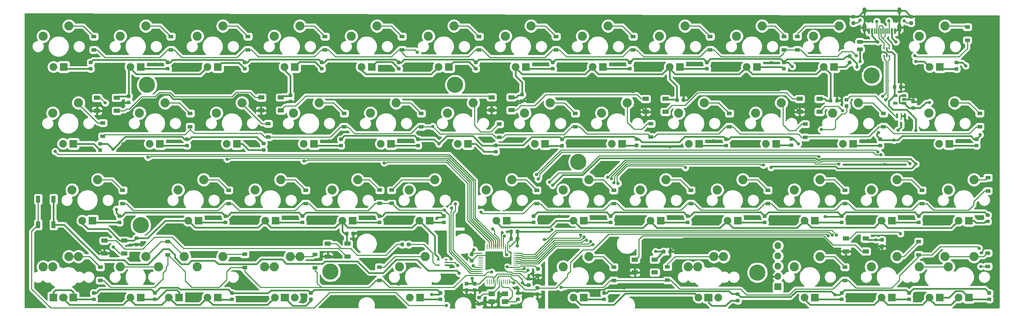
<source format=gbl>
G04 #@! TF.GenerationSoftware,KiCad,Pcbnew,5.1.5-52549c5~84~ubuntu16.04.1*
G04 #@! TF.CreationDate,2020-05-05T20:45:56-04:00*
G04 #@! TF.ProjectId,steamvan,73746561-6d76-4616-9e2e-6b696361645f,rev?*
G04 #@! TF.SameCoordinates,PX43ec160PY7dabae0*
G04 #@! TF.FileFunction,Copper,L2,Bot*
G04 #@! TF.FilePolarity,Positive*
%FSLAX46Y46*%
G04 Gerber Fmt 4.6, Leading zero omitted, Abs format (unit mm)*
G04 Created by KiCad (PCBNEW 5.1.5-52549c5~84~ubuntu16.04.1) date 2020-05-05 20:45:56*
%MOMM*%
%LPD*%
G04 APERTURE LIST*
%ADD10R,0.600000X1.450000*%
%ADD11R,0.300000X1.450000*%
%ADD12O,1.000000X2.100000*%
%ADD13O,1.000000X1.600000*%
%ADD14C,4.000000*%
%ADD15C,0.100000*%
%ADD16R,1.700000X1.700000*%
%ADD17O,1.700000X1.700000*%
%ADD18R,1.905000X1.905000*%
%ADD19C,1.905000*%
%ADD20C,2.250000*%
%ADD21R,0.600000X1.300000*%
%ADD22R,1.000000X1.700000*%
%ADD23R,0.250000X1.300000*%
%ADD24R,1.300000X0.250000*%
%ADD25R,1.060000X0.650000*%
%ADD26R,0.420000X0.600000*%
%ADD27R,1.600000X1.300000*%
%ADD28R,1.200000X0.900000*%
%ADD29R,1.500000X1.000000*%
%ADD30R,0.650000X0.400000*%
%ADD31C,0.800000*%
%ADD32C,0.254000*%
%ADD33C,0.381000*%
G04 APERTURE END LIST*
D10*
X216587400Y70434200D03*
X210137400Y70434200D03*
X215812400Y70434200D03*
X210912400Y70434200D03*
D11*
X211612400Y70434200D03*
X215112400Y70434200D03*
X212112400Y70434200D03*
X214612400Y70434200D03*
X212612400Y70434200D03*
X214112400Y70434200D03*
X213612400Y70434200D03*
X213112400Y70434200D03*
D12*
X209042400Y71349200D03*
X217682400Y71349200D03*
D13*
X209042400Y75529200D03*
X217682400Y75529200D03*
D14*
X31618400Y57145200D03*
X30068400Y22395300D03*
X76968400Y10845300D03*
X107818400Y57145200D03*
X138305700Y38045200D03*
X210855700Y59445200D03*
X182555700Y10645300D03*
G04 #@! TA.AperFunction,SMDPad,CuDef*
D15*
G36*
X114056091Y4856147D02*
G01*
X114077326Y4852997D01*
X114098150Y4847781D01*
X114118362Y4840549D01*
X114137768Y4831370D01*
X114156181Y4820334D01*
X114173424Y4807546D01*
X114189330Y4793130D01*
X114203746Y4777224D01*
X114216534Y4759981D01*
X114227570Y4741568D01*
X114236749Y4722162D01*
X114243981Y4701950D01*
X114249197Y4681126D01*
X114252347Y4659891D01*
X114253400Y4638450D01*
X114253400Y4200950D01*
X114252347Y4179509D01*
X114249197Y4158274D01*
X114243981Y4137450D01*
X114236749Y4117238D01*
X114227570Y4097832D01*
X114216534Y4079419D01*
X114203746Y4062176D01*
X114189330Y4046270D01*
X114173424Y4031854D01*
X114156181Y4019066D01*
X114137768Y4008030D01*
X114118362Y3998851D01*
X114098150Y3991619D01*
X114077326Y3986403D01*
X114056091Y3983253D01*
X114034650Y3982200D01*
X113522150Y3982200D01*
X113500709Y3983253D01*
X113479474Y3986403D01*
X113458650Y3991619D01*
X113438438Y3998851D01*
X113419032Y4008030D01*
X113400619Y4019066D01*
X113383376Y4031854D01*
X113367470Y4046270D01*
X113353054Y4062176D01*
X113340266Y4079419D01*
X113329230Y4097832D01*
X113320051Y4117238D01*
X113312819Y4137450D01*
X113307603Y4158274D01*
X113304453Y4179509D01*
X113303400Y4200950D01*
X113303400Y4638450D01*
X113304453Y4659891D01*
X113307603Y4681126D01*
X113312819Y4701950D01*
X113320051Y4722162D01*
X113329230Y4741568D01*
X113340266Y4759981D01*
X113353054Y4777224D01*
X113367470Y4793130D01*
X113383376Y4807546D01*
X113400619Y4820334D01*
X113419032Y4831370D01*
X113438438Y4840549D01*
X113458650Y4847781D01*
X113479474Y4852997D01*
X113500709Y4856147D01*
X113522150Y4857200D01*
X114034650Y4857200D01*
X114056091Y4856147D01*
G37*
G04 #@! TD.AperFunction*
G04 #@! TA.AperFunction,SMDPad,CuDef*
G36*
X114056091Y3281147D02*
G01*
X114077326Y3277997D01*
X114098150Y3272781D01*
X114118362Y3265549D01*
X114137768Y3256370D01*
X114156181Y3245334D01*
X114173424Y3232546D01*
X114189330Y3218130D01*
X114203746Y3202224D01*
X114216534Y3184981D01*
X114227570Y3166568D01*
X114236749Y3147162D01*
X114243981Y3126950D01*
X114249197Y3106126D01*
X114252347Y3084891D01*
X114253400Y3063450D01*
X114253400Y2625950D01*
X114252347Y2604509D01*
X114249197Y2583274D01*
X114243981Y2562450D01*
X114236749Y2542238D01*
X114227570Y2522832D01*
X114216534Y2504419D01*
X114203746Y2487176D01*
X114189330Y2471270D01*
X114173424Y2456854D01*
X114156181Y2444066D01*
X114137768Y2433030D01*
X114118362Y2423851D01*
X114098150Y2416619D01*
X114077326Y2411403D01*
X114056091Y2408253D01*
X114034650Y2407200D01*
X113522150Y2407200D01*
X113500709Y2408253D01*
X113479474Y2411403D01*
X113458650Y2416619D01*
X113438438Y2423851D01*
X113419032Y2433030D01*
X113400619Y2444066D01*
X113383376Y2456854D01*
X113367470Y2471270D01*
X113353054Y2487176D01*
X113340266Y2504419D01*
X113329230Y2522832D01*
X113320051Y2542238D01*
X113312819Y2562450D01*
X113307603Y2583274D01*
X113304453Y2604509D01*
X113303400Y2625950D01*
X113303400Y3063450D01*
X113304453Y3084891D01*
X113307603Y3106126D01*
X113312819Y3126950D01*
X113320051Y3147162D01*
X113329230Y3166568D01*
X113340266Y3184981D01*
X113353054Y3202224D01*
X113367470Y3218130D01*
X113383376Y3232546D01*
X113400619Y3245334D01*
X113419032Y3256370D01*
X113438438Y3265549D01*
X113458650Y3272781D01*
X113479474Y3277997D01*
X113500709Y3281147D01*
X113522150Y3282200D01*
X114034650Y3282200D01*
X114056091Y3281147D01*
G37*
G04 #@! TD.AperFunction*
G04 #@! TA.AperFunction,SMDPad,CuDef*
G36*
X123620091Y5999147D02*
G01*
X123641326Y5995997D01*
X123662150Y5990781D01*
X123682362Y5983549D01*
X123701768Y5974370D01*
X123720181Y5963334D01*
X123737424Y5950546D01*
X123753330Y5936130D01*
X123767746Y5920224D01*
X123780534Y5902981D01*
X123791570Y5884568D01*
X123800749Y5865162D01*
X123807981Y5844950D01*
X123813197Y5824126D01*
X123816347Y5802891D01*
X123817400Y5781450D01*
X123817400Y5343950D01*
X123816347Y5322509D01*
X123813197Y5301274D01*
X123807981Y5280450D01*
X123800749Y5260238D01*
X123791570Y5240832D01*
X123780534Y5222419D01*
X123767746Y5205176D01*
X123753330Y5189270D01*
X123737424Y5174854D01*
X123720181Y5162066D01*
X123701768Y5151030D01*
X123682362Y5141851D01*
X123662150Y5134619D01*
X123641326Y5129403D01*
X123620091Y5126253D01*
X123598650Y5125200D01*
X123086150Y5125200D01*
X123064709Y5126253D01*
X123043474Y5129403D01*
X123022650Y5134619D01*
X123002438Y5141851D01*
X122983032Y5151030D01*
X122964619Y5162066D01*
X122947376Y5174854D01*
X122931470Y5189270D01*
X122917054Y5205176D01*
X122904266Y5222419D01*
X122893230Y5240832D01*
X122884051Y5260238D01*
X122876819Y5280450D01*
X122871603Y5301274D01*
X122868453Y5322509D01*
X122867400Y5343950D01*
X122867400Y5781450D01*
X122868453Y5802891D01*
X122871603Y5824126D01*
X122876819Y5844950D01*
X122884051Y5865162D01*
X122893230Y5884568D01*
X122904266Y5902981D01*
X122917054Y5920224D01*
X122931470Y5936130D01*
X122947376Y5950546D01*
X122964619Y5963334D01*
X122983032Y5974370D01*
X123002438Y5983549D01*
X123022650Y5990781D01*
X123043474Y5995997D01*
X123064709Y5999147D01*
X123086150Y6000200D01*
X123598650Y6000200D01*
X123620091Y5999147D01*
G37*
G04 #@! TD.AperFunction*
G04 #@! TA.AperFunction,SMDPad,CuDef*
G36*
X123620091Y4424147D02*
G01*
X123641326Y4420997D01*
X123662150Y4415781D01*
X123682362Y4408549D01*
X123701768Y4399370D01*
X123720181Y4388334D01*
X123737424Y4375546D01*
X123753330Y4361130D01*
X123767746Y4345224D01*
X123780534Y4327981D01*
X123791570Y4309568D01*
X123800749Y4290162D01*
X123807981Y4269950D01*
X123813197Y4249126D01*
X123816347Y4227891D01*
X123817400Y4206450D01*
X123817400Y3768950D01*
X123816347Y3747509D01*
X123813197Y3726274D01*
X123807981Y3705450D01*
X123800749Y3685238D01*
X123791570Y3665832D01*
X123780534Y3647419D01*
X123767746Y3630176D01*
X123753330Y3614270D01*
X123737424Y3599854D01*
X123720181Y3587066D01*
X123701768Y3576030D01*
X123682362Y3566851D01*
X123662150Y3559619D01*
X123641326Y3554403D01*
X123620091Y3551253D01*
X123598650Y3550200D01*
X123086150Y3550200D01*
X123064709Y3551253D01*
X123043474Y3554403D01*
X123022650Y3559619D01*
X123002438Y3566851D01*
X122983032Y3576030D01*
X122964619Y3587066D01*
X122947376Y3599854D01*
X122931470Y3614270D01*
X122917054Y3630176D01*
X122904266Y3647419D01*
X122893230Y3665832D01*
X122884051Y3685238D01*
X122876819Y3705450D01*
X122871603Y3726274D01*
X122868453Y3747509D01*
X122867400Y3768950D01*
X122867400Y4206450D01*
X122868453Y4227891D01*
X122871603Y4249126D01*
X122876819Y4269950D01*
X122884051Y4290162D01*
X122893230Y4309568D01*
X122904266Y4327981D01*
X122917054Y4345224D01*
X122931470Y4361130D01*
X122947376Y4375546D01*
X122964619Y4388334D01*
X122983032Y4399370D01*
X123002438Y4408549D01*
X123022650Y4415781D01*
X123043474Y4420997D01*
X123064709Y4424147D01*
X123086150Y4425200D01*
X123598650Y4425200D01*
X123620091Y4424147D01*
G37*
G04 #@! TD.AperFunction*
G04 #@! TA.AperFunction,SMDPad,CuDef*
G36*
X126266771Y7949667D02*
G01*
X126288006Y7946517D01*
X126308830Y7941301D01*
X126329042Y7934069D01*
X126348448Y7924890D01*
X126366861Y7913854D01*
X126384104Y7901066D01*
X126400010Y7886650D01*
X126414426Y7870744D01*
X126427214Y7853501D01*
X126438250Y7835088D01*
X126447429Y7815682D01*
X126454661Y7795470D01*
X126459877Y7774646D01*
X126463027Y7753411D01*
X126464080Y7731970D01*
X126464080Y7294470D01*
X126463027Y7273029D01*
X126459877Y7251794D01*
X126454661Y7230970D01*
X126447429Y7210758D01*
X126438250Y7191352D01*
X126427214Y7172939D01*
X126414426Y7155696D01*
X126400010Y7139790D01*
X126384104Y7125374D01*
X126366861Y7112586D01*
X126348448Y7101550D01*
X126329042Y7092371D01*
X126308830Y7085139D01*
X126288006Y7079923D01*
X126266771Y7076773D01*
X126245330Y7075720D01*
X125732830Y7075720D01*
X125711389Y7076773D01*
X125690154Y7079923D01*
X125669330Y7085139D01*
X125649118Y7092371D01*
X125629712Y7101550D01*
X125611299Y7112586D01*
X125594056Y7125374D01*
X125578150Y7139790D01*
X125563734Y7155696D01*
X125550946Y7172939D01*
X125539910Y7191352D01*
X125530731Y7210758D01*
X125523499Y7230970D01*
X125518283Y7251794D01*
X125515133Y7273029D01*
X125514080Y7294470D01*
X125514080Y7731970D01*
X125515133Y7753411D01*
X125518283Y7774646D01*
X125523499Y7795470D01*
X125530731Y7815682D01*
X125539910Y7835088D01*
X125550946Y7853501D01*
X125563734Y7870744D01*
X125578150Y7886650D01*
X125594056Y7901066D01*
X125611299Y7913854D01*
X125629712Y7924890D01*
X125649118Y7934069D01*
X125669330Y7941301D01*
X125690154Y7946517D01*
X125711389Y7949667D01*
X125732830Y7950720D01*
X126245330Y7950720D01*
X126266771Y7949667D01*
G37*
G04 #@! TD.AperFunction*
G04 #@! TA.AperFunction,SMDPad,CuDef*
G36*
X126266771Y9524667D02*
G01*
X126288006Y9521517D01*
X126308830Y9516301D01*
X126329042Y9509069D01*
X126348448Y9499890D01*
X126366861Y9488854D01*
X126384104Y9476066D01*
X126400010Y9461650D01*
X126414426Y9445744D01*
X126427214Y9428501D01*
X126438250Y9410088D01*
X126447429Y9390682D01*
X126454661Y9370470D01*
X126459877Y9349646D01*
X126463027Y9328411D01*
X126464080Y9306970D01*
X126464080Y8869470D01*
X126463027Y8848029D01*
X126459877Y8826794D01*
X126454661Y8805970D01*
X126447429Y8785758D01*
X126438250Y8766352D01*
X126427214Y8747939D01*
X126414426Y8730696D01*
X126400010Y8714790D01*
X126384104Y8700374D01*
X126366861Y8687586D01*
X126348448Y8676550D01*
X126329042Y8667371D01*
X126308830Y8660139D01*
X126288006Y8654923D01*
X126266771Y8651773D01*
X126245330Y8650720D01*
X125732830Y8650720D01*
X125711389Y8651773D01*
X125690154Y8654923D01*
X125669330Y8660139D01*
X125649118Y8667371D01*
X125629712Y8676550D01*
X125611299Y8687586D01*
X125594056Y8700374D01*
X125578150Y8714790D01*
X125563734Y8730696D01*
X125550946Y8747939D01*
X125539910Y8766352D01*
X125530731Y8785758D01*
X125523499Y8805970D01*
X125518283Y8826794D01*
X125515133Y8848029D01*
X125514080Y8869470D01*
X125514080Y9306970D01*
X125515133Y9328411D01*
X125518283Y9349646D01*
X125523499Y9370470D01*
X125530731Y9390682D01*
X125539910Y9410088D01*
X125550946Y9428501D01*
X125563734Y9445744D01*
X125578150Y9461650D01*
X125594056Y9476066D01*
X125611299Y9488854D01*
X125629712Y9499890D01*
X125649118Y9509069D01*
X125669330Y9516301D01*
X125690154Y9521517D01*
X125711389Y9524667D01*
X125732830Y9525720D01*
X126245330Y9525720D01*
X126266771Y9524667D01*
G37*
G04 #@! TD.AperFunction*
G04 #@! TA.AperFunction,SMDPad,CuDef*
G36*
X121906091Y19473147D02*
G01*
X121927326Y19469997D01*
X121948150Y19464781D01*
X121968362Y19457549D01*
X121987768Y19448370D01*
X122006181Y19437334D01*
X122023424Y19424546D01*
X122039330Y19410130D01*
X122053746Y19394224D01*
X122066534Y19376981D01*
X122077570Y19358568D01*
X122086749Y19339162D01*
X122093981Y19318950D01*
X122099197Y19298126D01*
X122102347Y19276891D01*
X122103400Y19255450D01*
X122103400Y18742950D01*
X122102347Y18721509D01*
X122099197Y18700274D01*
X122093981Y18679450D01*
X122086749Y18659238D01*
X122077570Y18639832D01*
X122066534Y18621419D01*
X122053746Y18604176D01*
X122039330Y18588270D01*
X122023424Y18573854D01*
X122006181Y18561066D01*
X121987768Y18550030D01*
X121968362Y18540851D01*
X121948150Y18533619D01*
X121927326Y18528403D01*
X121906091Y18525253D01*
X121884650Y18524200D01*
X121447150Y18524200D01*
X121425709Y18525253D01*
X121404474Y18528403D01*
X121383650Y18533619D01*
X121363438Y18540851D01*
X121344032Y18550030D01*
X121325619Y18561066D01*
X121308376Y18573854D01*
X121292470Y18588270D01*
X121278054Y18604176D01*
X121265266Y18621419D01*
X121254230Y18639832D01*
X121245051Y18659238D01*
X121237819Y18679450D01*
X121232603Y18700274D01*
X121229453Y18721509D01*
X121228400Y18742950D01*
X121228400Y19255450D01*
X121229453Y19276891D01*
X121232603Y19298126D01*
X121237819Y19318950D01*
X121245051Y19339162D01*
X121254230Y19358568D01*
X121265266Y19376981D01*
X121278054Y19394224D01*
X121292470Y19410130D01*
X121308376Y19424546D01*
X121325619Y19437334D01*
X121344032Y19448370D01*
X121363438Y19457549D01*
X121383650Y19464781D01*
X121404474Y19469997D01*
X121425709Y19473147D01*
X121447150Y19474200D01*
X121884650Y19474200D01*
X121906091Y19473147D01*
G37*
G04 #@! TD.AperFunction*
G04 #@! TA.AperFunction,SMDPad,CuDef*
G36*
X123481091Y19473147D02*
G01*
X123502326Y19469997D01*
X123523150Y19464781D01*
X123543362Y19457549D01*
X123562768Y19448370D01*
X123581181Y19437334D01*
X123598424Y19424546D01*
X123614330Y19410130D01*
X123628746Y19394224D01*
X123641534Y19376981D01*
X123652570Y19358568D01*
X123661749Y19339162D01*
X123668981Y19318950D01*
X123674197Y19298126D01*
X123677347Y19276891D01*
X123678400Y19255450D01*
X123678400Y18742950D01*
X123677347Y18721509D01*
X123674197Y18700274D01*
X123668981Y18679450D01*
X123661749Y18659238D01*
X123652570Y18639832D01*
X123641534Y18621419D01*
X123628746Y18604176D01*
X123614330Y18588270D01*
X123598424Y18573854D01*
X123581181Y18561066D01*
X123562768Y18550030D01*
X123543362Y18540851D01*
X123523150Y18533619D01*
X123502326Y18528403D01*
X123481091Y18525253D01*
X123459650Y18524200D01*
X123022150Y18524200D01*
X123000709Y18525253D01*
X122979474Y18528403D01*
X122958650Y18533619D01*
X122938438Y18540851D01*
X122919032Y18550030D01*
X122900619Y18561066D01*
X122883376Y18573854D01*
X122867470Y18588270D01*
X122853054Y18604176D01*
X122840266Y18621419D01*
X122829230Y18639832D01*
X122820051Y18659238D01*
X122812819Y18679450D01*
X122807603Y18700274D01*
X122804453Y18721509D01*
X122803400Y18742950D01*
X122803400Y19255450D01*
X122804453Y19276891D01*
X122807603Y19298126D01*
X122812819Y19318950D01*
X122820051Y19339162D01*
X122829230Y19358568D01*
X122840266Y19376981D01*
X122853054Y19394224D01*
X122867470Y19410130D01*
X122883376Y19424546D01*
X122900619Y19437334D01*
X122919032Y19448370D01*
X122938438Y19457549D01*
X122958650Y19464781D01*
X122979474Y19469997D01*
X123000709Y19473147D01*
X123022150Y19474200D01*
X123459650Y19474200D01*
X123481091Y19473147D01*
G37*
G04 #@! TD.AperFunction*
G04 #@! TA.AperFunction,SMDPad,CuDef*
G36*
X123481091Y21251147D02*
G01*
X123502326Y21247997D01*
X123523150Y21242781D01*
X123543362Y21235549D01*
X123562768Y21226370D01*
X123581181Y21215334D01*
X123598424Y21202546D01*
X123614330Y21188130D01*
X123628746Y21172224D01*
X123641534Y21154981D01*
X123652570Y21136568D01*
X123661749Y21117162D01*
X123668981Y21096950D01*
X123674197Y21076126D01*
X123677347Y21054891D01*
X123678400Y21033450D01*
X123678400Y20520950D01*
X123677347Y20499509D01*
X123674197Y20478274D01*
X123668981Y20457450D01*
X123661749Y20437238D01*
X123652570Y20417832D01*
X123641534Y20399419D01*
X123628746Y20382176D01*
X123614330Y20366270D01*
X123598424Y20351854D01*
X123581181Y20339066D01*
X123562768Y20328030D01*
X123543362Y20318851D01*
X123523150Y20311619D01*
X123502326Y20306403D01*
X123481091Y20303253D01*
X123459650Y20302200D01*
X123022150Y20302200D01*
X123000709Y20303253D01*
X122979474Y20306403D01*
X122958650Y20311619D01*
X122938438Y20318851D01*
X122919032Y20328030D01*
X122900619Y20339066D01*
X122883376Y20351854D01*
X122867470Y20366270D01*
X122853054Y20382176D01*
X122840266Y20399419D01*
X122829230Y20417832D01*
X122820051Y20437238D01*
X122812819Y20457450D01*
X122807603Y20478274D01*
X122804453Y20499509D01*
X122803400Y20520950D01*
X122803400Y21033450D01*
X122804453Y21054891D01*
X122807603Y21076126D01*
X122812819Y21096950D01*
X122820051Y21117162D01*
X122829230Y21136568D01*
X122840266Y21154981D01*
X122853054Y21172224D01*
X122867470Y21188130D01*
X122883376Y21202546D01*
X122900619Y21215334D01*
X122919032Y21226370D01*
X122938438Y21235549D01*
X122958650Y21242781D01*
X122979474Y21247997D01*
X123000709Y21251147D01*
X123022150Y21252200D01*
X123459650Y21252200D01*
X123481091Y21251147D01*
G37*
G04 #@! TD.AperFunction*
G04 #@! TA.AperFunction,SMDPad,CuDef*
G36*
X121906091Y21251147D02*
G01*
X121927326Y21247997D01*
X121948150Y21242781D01*
X121968362Y21235549D01*
X121987768Y21226370D01*
X122006181Y21215334D01*
X122023424Y21202546D01*
X122039330Y21188130D01*
X122053746Y21172224D01*
X122066534Y21154981D01*
X122077570Y21136568D01*
X122086749Y21117162D01*
X122093981Y21096950D01*
X122099197Y21076126D01*
X122102347Y21054891D01*
X122103400Y21033450D01*
X122103400Y20520950D01*
X122102347Y20499509D01*
X122099197Y20478274D01*
X122093981Y20457450D01*
X122086749Y20437238D01*
X122077570Y20417832D01*
X122066534Y20399419D01*
X122053746Y20382176D01*
X122039330Y20366270D01*
X122023424Y20351854D01*
X122006181Y20339066D01*
X121987768Y20328030D01*
X121968362Y20318851D01*
X121948150Y20311619D01*
X121927326Y20306403D01*
X121906091Y20303253D01*
X121884650Y20302200D01*
X121447150Y20302200D01*
X121425709Y20303253D01*
X121404474Y20306403D01*
X121383650Y20311619D01*
X121363438Y20318851D01*
X121344032Y20328030D01*
X121325619Y20339066D01*
X121308376Y20351854D01*
X121292470Y20366270D01*
X121278054Y20382176D01*
X121265266Y20399419D01*
X121254230Y20417832D01*
X121245051Y20437238D01*
X121237819Y20457450D01*
X121232603Y20478274D01*
X121229453Y20499509D01*
X121228400Y20520950D01*
X121228400Y21033450D01*
X121229453Y21054891D01*
X121232603Y21076126D01*
X121237819Y21096950D01*
X121245051Y21117162D01*
X121254230Y21136568D01*
X121265266Y21154981D01*
X121278054Y21172224D01*
X121292470Y21188130D01*
X121308376Y21202546D01*
X121325619Y21215334D01*
X121344032Y21226370D01*
X121363438Y21235549D01*
X121383650Y21242781D01*
X121404474Y21247997D01*
X121425709Y21251147D01*
X121447150Y21252200D01*
X121884650Y21252200D01*
X121906091Y21251147D01*
G37*
G04 #@! TD.AperFunction*
G04 #@! TA.AperFunction,SMDPad,CuDef*
G36*
X110920091Y8310647D02*
G01*
X110941326Y8307497D01*
X110962150Y8302281D01*
X110982362Y8295049D01*
X111001768Y8285870D01*
X111020181Y8274834D01*
X111037424Y8262046D01*
X111053330Y8247630D01*
X111067746Y8231724D01*
X111080534Y8214481D01*
X111091570Y8196068D01*
X111100749Y8176662D01*
X111107981Y8156450D01*
X111113197Y8135626D01*
X111116347Y8114391D01*
X111117400Y8092950D01*
X111117400Y7655450D01*
X111116347Y7634009D01*
X111113197Y7612774D01*
X111107981Y7591950D01*
X111100749Y7571738D01*
X111091570Y7552332D01*
X111080534Y7533919D01*
X111067746Y7516676D01*
X111053330Y7500770D01*
X111037424Y7486354D01*
X111020181Y7473566D01*
X111001768Y7462530D01*
X110982362Y7453351D01*
X110962150Y7446119D01*
X110941326Y7440903D01*
X110920091Y7437753D01*
X110898650Y7436700D01*
X110386150Y7436700D01*
X110364709Y7437753D01*
X110343474Y7440903D01*
X110322650Y7446119D01*
X110302438Y7453351D01*
X110283032Y7462530D01*
X110264619Y7473566D01*
X110247376Y7486354D01*
X110231470Y7500770D01*
X110217054Y7516676D01*
X110204266Y7533919D01*
X110193230Y7552332D01*
X110184051Y7571738D01*
X110176819Y7591950D01*
X110171603Y7612774D01*
X110168453Y7634009D01*
X110167400Y7655450D01*
X110167400Y8092950D01*
X110168453Y8114391D01*
X110171603Y8135626D01*
X110176819Y8156450D01*
X110184051Y8176662D01*
X110193230Y8196068D01*
X110204266Y8214481D01*
X110217054Y8231724D01*
X110231470Y8247630D01*
X110247376Y8262046D01*
X110264619Y8274834D01*
X110283032Y8285870D01*
X110302438Y8295049D01*
X110322650Y8302281D01*
X110343474Y8307497D01*
X110364709Y8310647D01*
X110386150Y8311700D01*
X110898650Y8311700D01*
X110920091Y8310647D01*
G37*
G04 #@! TD.AperFunction*
G04 #@! TA.AperFunction,SMDPad,CuDef*
G36*
X110920091Y6735647D02*
G01*
X110941326Y6732497D01*
X110962150Y6727281D01*
X110982362Y6720049D01*
X111001768Y6710870D01*
X111020181Y6699834D01*
X111037424Y6687046D01*
X111053330Y6672630D01*
X111067746Y6656724D01*
X111080534Y6639481D01*
X111091570Y6621068D01*
X111100749Y6601662D01*
X111107981Y6581450D01*
X111113197Y6560626D01*
X111116347Y6539391D01*
X111117400Y6517950D01*
X111117400Y6080450D01*
X111116347Y6059009D01*
X111113197Y6037774D01*
X111107981Y6016950D01*
X111100749Y5996738D01*
X111091570Y5977332D01*
X111080534Y5958919D01*
X111067746Y5941676D01*
X111053330Y5925770D01*
X111037424Y5911354D01*
X111020181Y5898566D01*
X111001768Y5887530D01*
X110982362Y5878351D01*
X110962150Y5871119D01*
X110941326Y5865903D01*
X110920091Y5862753D01*
X110898650Y5861700D01*
X110386150Y5861700D01*
X110364709Y5862753D01*
X110343474Y5865903D01*
X110322650Y5871119D01*
X110302438Y5878351D01*
X110283032Y5887530D01*
X110264619Y5898566D01*
X110247376Y5911354D01*
X110231470Y5925770D01*
X110217054Y5941676D01*
X110204266Y5958919D01*
X110193230Y5977332D01*
X110184051Y5996738D01*
X110176819Y6016950D01*
X110171603Y6037774D01*
X110168453Y6059009D01*
X110167400Y6080450D01*
X110167400Y6517950D01*
X110168453Y6539391D01*
X110171603Y6560626D01*
X110176819Y6581450D01*
X110184051Y6601662D01*
X110193230Y6621068D01*
X110204266Y6639481D01*
X110217054Y6656724D01*
X110231470Y6672630D01*
X110247376Y6687046D01*
X110264619Y6699834D01*
X110283032Y6710870D01*
X110302438Y6720049D01*
X110322650Y6727281D01*
X110343474Y6732497D01*
X110364709Y6735647D01*
X110386150Y6736700D01*
X110898650Y6736700D01*
X110920091Y6735647D01*
G37*
G04 #@! TD.AperFunction*
G04 #@! TA.AperFunction,SMDPad,CuDef*
G36*
X112952091Y6710147D02*
G01*
X112973326Y6706997D01*
X112994150Y6701781D01*
X113014362Y6694549D01*
X113033768Y6685370D01*
X113052181Y6674334D01*
X113069424Y6661546D01*
X113085330Y6647130D01*
X113099746Y6631224D01*
X113112534Y6613981D01*
X113123570Y6595568D01*
X113132749Y6576162D01*
X113139981Y6555950D01*
X113145197Y6535126D01*
X113148347Y6513891D01*
X113149400Y6492450D01*
X113149400Y6054950D01*
X113148347Y6033509D01*
X113145197Y6012274D01*
X113139981Y5991450D01*
X113132749Y5971238D01*
X113123570Y5951832D01*
X113112534Y5933419D01*
X113099746Y5916176D01*
X113085330Y5900270D01*
X113069424Y5885854D01*
X113052181Y5873066D01*
X113033768Y5862030D01*
X113014362Y5852851D01*
X112994150Y5845619D01*
X112973326Y5840403D01*
X112952091Y5837253D01*
X112930650Y5836200D01*
X112418150Y5836200D01*
X112396709Y5837253D01*
X112375474Y5840403D01*
X112354650Y5845619D01*
X112334438Y5852851D01*
X112315032Y5862030D01*
X112296619Y5873066D01*
X112279376Y5885854D01*
X112263470Y5900270D01*
X112249054Y5916176D01*
X112236266Y5933419D01*
X112225230Y5951832D01*
X112216051Y5971238D01*
X112208819Y5991450D01*
X112203603Y6012274D01*
X112200453Y6033509D01*
X112199400Y6054950D01*
X112199400Y6492450D01*
X112200453Y6513891D01*
X112203603Y6535126D01*
X112208819Y6555950D01*
X112216051Y6576162D01*
X112225230Y6595568D01*
X112236266Y6613981D01*
X112249054Y6631224D01*
X112263470Y6647130D01*
X112279376Y6661546D01*
X112296619Y6674334D01*
X112315032Y6685370D01*
X112334438Y6694549D01*
X112354650Y6701781D01*
X112375474Y6706997D01*
X112396709Y6710147D01*
X112418150Y6711200D01*
X112930650Y6711200D01*
X112952091Y6710147D01*
G37*
G04 #@! TD.AperFunction*
G04 #@! TA.AperFunction,SMDPad,CuDef*
G36*
X112952091Y8285147D02*
G01*
X112973326Y8281997D01*
X112994150Y8276781D01*
X113014362Y8269549D01*
X113033768Y8260370D01*
X113052181Y8249334D01*
X113069424Y8236546D01*
X113085330Y8222130D01*
X113099746Y8206224D01*
X113112534Y8188981D01*
X113123570Y8170568D01*
X113132749Y8151162D01*
X113139981Y8130950D01*
X113145197Y8110126D01*
X113148347Y8088891D01*
X113149400Y8067450D01*
X113149400Y7629950D01*
X113148347Y7608509D01*
X113145197Y7587274D01*
X113139981Y7566450D01*
X113132749Y7546238D01*
X113123570Y7526832D01*
X113112534Y7508419D01*
X113099746Y7491176D01*
X113085330Y7475270D01*
X113069424Y7460854D01*
X113052181Y7448066D01*
X113033768Y7437030D01*
X113014362Y7427851D01*
X112994150Y7420619D01*
X112973326Y7415403D01*
X112952091Y7412253D01*
X112930650Y7411200D01*
X112418150Y7411200D01*
X112396709Y7412253D01*
X112375474Y7415403D01*
X112354650Y7420619D01*
X112334438Y7427851D01*
X112315032Y7437030D01*
X112296619Y7448066D01*
X112279376Y7460854D01*
X112263470Y7475270D01*
X112249054Y7491176D01*
X112236266Y7508419D01*
X112225230Y7526832D01*
X112216051Y7546238D01*
X112208819Y7566450D01*
X112203603Y7587274D01*
X112200453Y7608509D01*
X112199400Y7629950D01*
X112199400Y8067450D01*
X112200453Y8088891D01*
X112203603Y8110126D01*
X112208819Y8130950D01*
X112216051Y8151162D01*
X112225230Y8170568D01*
X112236266Y8188981D01*
X112249054Y8206224D01*
X112263470Y8222130D01*
X112279376Y8236546D01*
X112296619Y8249334D01*
X112315032Y8260370D01*
X112334438Y8269549D01*
X112354650Y8276781D01*
X112375474Y8281997D01*
X112396709Y8285147D01*
X112418150Y8286200D01*
X112930650Y8286200D01*
X112952091Y8285147D01*
G37*
G04 #@! TD.AperFunction*
G04 #@! TA.AperFunction,SMDPad,CuDef*
G36*
X112190091Y14012647D02*
G01*
X112211326Y14009497D01*
X112232150Y14004281D01*
X112252362Y13997049D01*
X112271768Y13987870D01*
X112290181Y13976834D01*
X112307424Y13964046D01*
X112323330Y13949630D01*
X112337746Y13933724D01*
X112350534Y13916481D01*
X112361570Y13898068D01*
X112370749Y13878662D01*
X112377981Y13858450D01*
X112383197Y13837626D01*
X112386347Y13816391D01*
X112387400Y13794950D01*
X112387400Y13357450D01*
X112386347Y13336009D01*
X112383197Y13314774D01*
X112377981Y13293950D01*
X112370749Y13273738D01*
X112361570Y13254332D01*
X112350534Y13235919D01*
X112337746Y13218676D01*
X112323330Y13202770D01*
X112307424Y13188354D01*
X112290181Y13175566D01*
X112271768Y13164530D01*
X112252362Y13155351D01*
X112232150Y13148119D01*
X112211326Y13142903D01*
X112190091Y13139753D01*
X112168650Y13138700D01*
X111656150Y13138700D01*
X111634709Y13139753D01*
X111613474Y13142903D01*
X111592650Y13148119D01*
X111572438Y13155351D01*
X111553032Y13164530D01*
X111534619Y13175566D01*
X111517376Y13188354D01*
X111501470Y13202770D01*
X111487054Y13218676D01*
X111474266Y13235919D01*
X111463230Y13254332D01*
X111454051Y13273738D01*
X111446819Y13293950D01*
X111441603Y13314774D01*
X111438453Y13336009D01*
X111437400Y13357450D01*
X111437400Y13794950D01*
X111438453Y13816391D01*
X111441603Y13837626D01*
X111446819Y13858450D01*
X111454051Y13878662D01*
X111463230Y13898068D01*
X111474266Y13916481D01*
X111487054Y13933724D01*
X111501470Y13949630D01*
X111517376Y13964046D01*
X111534619Y13976834D01*
X111553032Y13987870D01*
X111572438Y13997049D01*
X111592650Y14004281D01*
X111613474Y14009497D01*
X111634709Y14012647D01*
X111656150Y14013700D01*
X112168650Y14013700D01*
X112190091Y14012647D01*
G37*
G04 #@! TD.AperFunction*
G04 #@! TA.AperFunction,SMDPad,CuDef*
G36*
X112190091Y15587647D02*
G01*
X112211326Y15584497D01*
X112232150Y15579281D01*
X112252362Y15572049D01*
X112271768Y15562870D01*
X112290181Y15551834D01*
X112307424Y15539046D01*
X112323330Y15524630D01*
X112337746Y15508724D01*
X112350534Y15491481D01*
X112361570Y15473068D01*
X112370749Y15453662D01*
X112377981Y15433450D01*
X112383197Y15412626D01*
X112386347Y15391391D01*
X112387400Y15369950D01*
X112387400Y14932450D01*
X112386347Y14911009D01*
X112383197Y14889774D01*
X112377981Y14868950D01*
X112370749Y14848738D01*
X112361570Y14829332D01*
X112350534Y14810919D01*
X112337746Y14793676D01*
X112323330Y14777770D01*
X112307424Y14763354D01*
X112290181Y14750566D01*
X112271768Y14739530D01*
X112252362Y14730351D01*
X112232150Y14723119D01*
X112211326Y14717903D01*
X112190091Y14714753D01*
X112168650Y14713700D01*
X111656150Y14713700D01*
X111634709Y14714753D01*
X111613474Y14717903D01*
X111592650Y14723119D01*
X111572438Y14730351D01*
X111553032Y14739530D01*
X111534619Y14750566D01*
X111517376Y14763354D01*
X111501470Y14777770D01*
X111487054Y14793676D01*
X111474266Y14810919D01*
X111463230Y14829332D01*
X111454051Y14848738D01*
X111446819Y14868950D01*
X111441603Y14889774D01*
X111438453Y14911009D01*
X111437400Y14932450D01*
X111437400Y15369950D01*
X111438453Y15391391D01*
X111441603Y15412626D01*
X111446819Y15433450D01*
X111454051Y15453662D01*
X111463230Y15473068D01*
X111474266Y15491481D01*
X111487054Y15508724D01*
X111501470Y15524630D01*
X111517376Y15539046D01*
X111534619Y15551834D01*
X111553032Y15562870D01*
X111572438Y15572049D01*
X111592650Y15579281D01*
X111613474Y15584497D01*
X111634709Y15587647D01*
X111656150Y15588700D01*
X112168650Y15588700D01*
X112190091Y15587647D01*
G37*
G04 #@! TD.AperFunction*
G04 #@! TA.AperFunction,SMDPad,CuDef*
G36*
X128415611Y7274227D02*
G01*
X128436846Y7271077D01*
X128457670Y7265861D01*
X128477882Y7258629D01*
X128497288Y7249450D01*
X128515701Y7238414D01*
X128532944Y7225626D01*
X128548850Y7211210D01*
X128563266Y7195304D01*
X128576054Y7178061D01*
X128587090Y7159648D01*
X128596269Y7140242D01*
X128603501Y7120030D01*
X128608717Y7099206D01*
X128611867Y7077971D01*
X128612920Y7056530D01*
X128612920Y6619030D01*
X128611867Y6597589D01*
X128608717Y6576354D01*
X128603501Y6555530D01*
X128596269Y6535318D01*
X128587090Y6515912D01*
X128576054Y6497499D01*
X128563266Y6480256D01*
X128548850Y6464350D01*
X128532944Y6449934D01*
X128515701Y6437146D01*
X128497288Y6426110D01*
X128477882Y6416931D01*
X128457670Y6409699D01*
X128436846Y6404483D01*
X128415611Y6401333D01*
X128394170Y6400280D01*
X127881670Y6400280D01*
X127860229Y6401333D01*
X127838994Y6404483D01*
X127818170Y6409699D01*
X127797958Y6416931D01*
X127778552Y6426110D01*
X127760139Y6437146D01*
X127742896Y6449934D01*
X127726990Y6464350D01*
X127712574Y6480256D01*
X127699786Y6497499D01*
X127688750Y6515912D01*
X127679571Y6535318D01*
X127672339Y6555530D01*
X127667123Y6576354D01*
X127663973Y6597589D01*
X127662920Y6619030D01*
X127662920Y7056530D01*
X127663973Y7077971D01*
X127667123Y7099206D01*
X127672339Y7120030D01*
X127679571Y7140242D01*
X127688750Y7159648D01*
X127699786Y7178061D01*
X127712574Y7195304D01*
X127726990Y7211210D01*
X127742896Y7225626D01*
X127760139Y7238414D01*
X127778552Y7249450D01*
X127797958Y7258629D01*
X127818170Y7265861D01*
X127838994Y7271077D01*
X127860229Y7274227D01*
X127881670Y7275280D01*
X128394170Y7275280D01*
X128415611Y7274227D01*
G37*
G04 #@! TD.AperFunction*
G04 #@! TA.AperFunction,SMDPad,CuDef*
G36*
X128415611Y5699227D02*
G01*
X128436846Y5696077D01*
X128457670Y5690861D01*
X128477882Y5683629D01*
X128497288Y5674450D01*
X128515701Y5663414D01*
X128532944Y5650626D01*
X128548850Y5636210D01*
X128563266Y5620304D01*
X128576054Y5603061D01*
X128587090Y5584648D01*
X128596269Y5565242D01*
X128603501Y5545030D01*
X128608717Y5524206D01*
X128611867Y5502971D01*
X128612920Y5481530D01*
X128612920Y5044030D01*
X128611867Y5022589D01*
X128608717Y5001354D01*
X128603501Y4980530D01*
X128596269Y4960318D01*
X128587090Y4940912D01*
X128576054Y4922499D01*
X128563266Y4905256D01*
X128548850Y4889350D01*
X128532944Y4874934D01*
X128515701Y4862146D01*
X128497288Y4851110D01*
X128477882Y4841931D01*
X128457670Y4834699D01*
X128436846Y4829483D01*
X128415611Y4826333D01*
X128394170Y4825280D01*
X127881670Y4825280D01*
X127860229Y4826333D01*
X127838994Y4829483D01*
X127818170Y4834699D01*
X127797958Y4841931D01*
X127778552Y4851110D01*
X127760139Y4862146D01*
X127742896Y4874934D01*
X127726990Y4889350D01*
X127712574Y4905256D01*
X127699786Y4922499D01*
X127688750Y4940912D01*
X127679571Y4960318D01*
X127672339Y4980530D01*
X127667123Y5001354D01*
X127663973Y5022589D01*
X127662920Y5044030D01*
X127662920Y5481530D01*
X127663973Y5502971D01*
X127667123Y5524206D01*
X127672339Y5545030D01*
X127679571Y5565242D01*
X127688750Y5584648D01*
X127699786Y5603061D01*
X127712574Y5620304D01*
X127726990Y5636210D01*
X127742896Y5650626D01*
X127760139Y5663414D01*
X127778552Y5674450D01*
X127797958Y5683629D01*
X127818170Y5690861D01*
X127838994Y5696077D01*
X127860229Y5699227D01*
X127881670Y5700280D01*
X128394170Y5700280D01*
X128415611Y5699227D01*
G37*
G04 #@! TD.AperFunction*
G04 #@! TA.AperFunction,SMDPad,CuDef*
G36*
X221359291Y51871347D02*
G01*
X221380526Y51868197D01*
X221401350Y51862981D01*
X221421562Y51855749D01*
X221440968Y51846570D01*
X221459381Y51835534D01*
X221476624Y51822746D01*
X221492530Y51808330D01*
X221506946Y51792424D01*
X221519734Y51775181D01*
X221530770Y51756768D01*
X221539949Y51737362D01*
X221547181Y51717150D01*
X221552397Y51696326D01*
X221555547Y51675091D01*
X221556600Y51653650D01*
X221556600Y51216150D01*
X221555547Y51194709D01*
X221552397Y51173474D01*
X221547181Y51152650D01*
X221539949Y51132438D01*
X221530770Y51113032D01*
X221519734Y51094619D01*
X221506946Y51077376D01*
X221492530Y51061470D01*
X221476624Y51047054D01*
X221459381Y51034266D01*
X221440968Y51023230D01*
X221421562Y51014051D01*
X221401350Y51006819D01*
X221380526Y51001603D01*
X221359291Y50998453D01*
X221337850Y50997400D01*
X220825350Y50997400D01*
X220803909Y50998453D01*
X220782674Y51001603D01*
X220761850Y51006819D01*
X220741638Y51014051D01*
X220722232Y51023230D01*
X220703819Y51034266D01*
X220686576Y51047054D01*
X220670670Y51061470D01*
X220656254Y51077376D01*
X220643466Y51094619D01*
X220632430Y51113032D01*
X220623251Y51132438D01*
X220616019Y51152650D01*
X220610803Y51173474D01*
X220607653Y51194709D01*
X220606600Y51216150D01*
X220606600Y51653650D01*
X220607653Y51675091D01*
X220610803Y51696326D01*
X220616019Y51717150D01*
X220623251Y51737362D01*
X220632430Y51756768D01*
X220643466Y51775181D01*
X220656254Y51792424D01*
X220670670Y51808330D01*
X220686576Y51822746D01*
X220703819Y51835534D01*
X220722232Y51846570D01*
X220741638Y51855749D01*
X220761850Y51862981D01*
X220782674Y51868197D01*
X220803909Y51871347D01*
X220825350Y51872400D01*
X221337850Y51872400D01*
X221359291Y51871347D01*
G37*
G04 #@! TD.AperFunction*
G04 #@! TA.AperFunction,SMDPad,CuDef*
G36*
X221359291Y53446347D02*
G01*
X221380526Y53443197D01*
X221401350Y53437981D01*
X221421562Y53430749D01*
X221440968Y53421570D01*
X221459381Y53410534D01*
X221476624Y53397746D01*
X221492530Y53383330D01*
X221506946Y53367424D01*
X221519734Y53350181D01*
X221530770Y53331768D01*
X221539949Y53312362D01*
X221547181Y53292150D01*
X221552397Y53271326D01*
X221555547Y53250091D01*
X221556600Y53228650D01*
X221556600Y52791150D01*
X221555547Y52769709D01*
X221552397Y52748474D01*
X221547181Y52727650D01*
X221539949Y52707438D01*
X221530770Y52688032D01*
X221519734Y52669619D01*
X221506946Y52652376D01*
X221492530Y52636470D01*
X221476624Y52622054D01*
X221459381Y52609266D01*
X221440968Y52598230D01*
X221421562Y52589051D01*
X221401350Y52581819D01*
X221380526Y52576603D01*
X221359291Y52573453D01*
X221337850Y52572400D01*
X220825350Y52572400D01*
X220803909Y52573453D01*
X220782674Y52576603D01*
X220761850Y52581819D01*
X220741638Y52589051D01*
X220722232Y52598230D01*
X220703819Y52609266D01*
X220686576Y52622054D01*
X220670670Y52636470D01*
X220656254Y52652376D01*
X220643466Y52669619D01*
X220632430Y52688032D01*
X220623251Y52707438D01*
X220616019Y52727650D01*
X220610803Y52748474D01*
X220607653Y52769709D01*
X220606600Y52791150D01*
X220606600Y53228650D01*
X220607653Y53250091D01*
X220610803Y53271326D01*
X220616019Y53292150D01*
X220623251Y53312362D01*
X220632430Y53331768D01*
X220643466Y53350181D01*
X220656254Y53367424D01*
X220670670Y53383330D01*
X220686576Y53397746D01*
X220703819Y53410534D01*
X220722232Y53421570D01*
X220741638Y53430749D01*
X220761850Y53437981D01*
X220782674Y53443197D01*
X220803909Y53446347D01*
X220825350Y53447400D01*
X221337850Y53447400D01*
X221359291Y53446347D01*
G37*
G04 #@! TD.AperFunction*
G04 #@! TA.AperFunction,SMDPad,CuDef*
G36*
X218299291Y57115947D02*
G01*
X218320526Y57112797D01*
X218341350Y57107581D01*
X218361562Y57100349D01*
X218380968Y57091170D01*
X218399381Y57080134D01*
X218416624Y57067346D01*
X218432530Y57052930D01*
X218446946Y57037024D01*
X218459734Y57019781D01*
X218470770Y57001368D01*
X218479949Y56981962D01*
X218487181Y56961750D01*
X218492397Y56940926D01*
X218495547Y56919691D01*
X218496600Y56898250D01*
X218496600Y56385750D01*
X218495547Y56364309D01*
X218492397Y56343074D01*
X218487181Y56322250D01*
X218479949Y56302038D01*
X218470770Y56282632D01*
X218459734Y56264219D01*
X218446946Y56246976D01*
X218432530Y56231070D01*
X218416624Y56216654D01*
X218399381Y56203866D01*
X218380968Y56192830D01*
X218361562Y56183651D01*
X218341350Y56176419D01*
X218320526Y56171203D01*
X218299291Y56168053D01*
X218277850Y56167000D01*
X217840350Y56167000D01*
X217818909Y56168053D01*
X217797674Y56171203D01*
X217776850Y56176419D01*
X217756638Y56183651D01*
X217737232Y56192830D01*
X217718819Y56203866D01*
X217701576Y56216654D01*
X217685670Y56231070D01*
X217671254Y56246976D01*
X217658466Y56264219D01*
X217647430Y56282632D01*
X217638251Y56302038D01*
X217631019Y56322250D01*
X217625803Y56343074D01*
X217622653Y56364309D01*
X217621600Y56385750D01*
X217621600Y56898250D01*
X217622653Y56919691D01*
X217625803Y56940926D01*
X217631019Y56961750D01*
X217638251Y56981962D01*
X217647430Y57001368D01*
X217658466Y57019781D01*
X217671254Y57037024D01*
X217685670Y57052930D01*
X217701576Y57067346D01*
X217718819Y57080134D01*
X217737232Y57091170D01*
X217756638Y57100349D01*
X217776850Y57107581D01*
X217797674Y57112797D01*
X217818909Y57115947D01*
X217840350Y57117000D01*
X218277850Y57117000D01*
X218299291Y57115947D01*
G37*
G04 #@! TD.AperFunction*
G04 #@! TA.AperFunction,SMDPad,CuDef*
G36*
X216724291Y57115947D02*
G01*
X216745526Y57112797D01*
X216766350Y57107581D01*
X216786562Y57100349D01*
X216805968Y57091170D01*
X216824381Y57080134D01*
X216841624Y57067346D01*
X216857530Y57052930D01*
X216871946Y57037024D01*
X216884734Y57019781D01*
X216895770Y57001368D01*
X216904949Y56981962D01*
X216912181Y56961750D01*
X216917397Y56940926D01*
X216920547Y56919691D01*
X216921600Y56898250D01*
X216921600Y56385750D01*
X216920547Y56364309D01*
X216917397Y56343074D01*
X216912181Y56322250D01*
X216904949Y56302038D01*
X216895770Y56282632D01*
X216884734Y56264219D01*
X216871946Y56246976D01*
X216857530Y56231070D01*
X216841624Y56216654D01*
X216824381Y56203866D01*
X216805968Y56192830D01*
X216786562Y56183651D01*
X216766350Y56176419D01*
X216745526Y56171203D01*
X216724291Y56168053D01*
X216702850Y56167000D01*
X216265350Y56167000D01*
X216243909Y56168053D01*
X216222674Y56171203D01*
X216201850Y56176419D01*
X216181638Y56183651D01*
X216162232Y56192830D01*
X216143819Y56203866D01*
X216126576Y56216654D01*
X216110670Y56231070D01*
X216096254Y56246976D01*
X216083466Y56264219D01*
X216072430Y56282632D01*
X216063251Y56302038D01*
X216056019Y56322250D01*
X216050803Y56343074D01*
X216047653Y56364309D01*
X216046600Y56385750D01*
X216046600Y56898250D01*
X216047653Y56919691D01*
X216050803Y56940926D01*
X216056019Y56961750D01*
X216063251Y56981962D01*
X216072430Y57001368D01*
X216083466Y57019781D01*
X216096254Y57037024D01*
X216110670Y57052930D01*
X216126576Y57067346D01*
X216143819Y57080134D01*
X216162232Y57091170D01*
X216181638Y57100349D01*
X216201850Y57107581D01*
X216222674Y57112797D01*
X216243909Y57115947D01*
X216265350Y57117000D01*
X216702850Y57117000D01*
X216724291Y57115947D01*
G37*
G04 #@! TD.AperFunction*
G04 #@! TA.AperFunction,SMDPad,CuDef*
G36*
X208404542Y66427026D02*
G01*
X208428203Y66423516D01*
X208451407Y66417704D01*
X208473929Y66409646D01*
X208495553Y66399418D01*
X208516070Y66387121D01*
X208535283Y66372871D01*
X208553007Y66356807D01*
X208569071Y66339083D01*
X208583321Y66319870D01*
X208595618Y66299353D01*
X208605846Y66277729D01*
X208613904Y66255207D01*
X208619716Y66232003D01*
X208623226Y66208342D01*
X208624400Y66184450D01*
X208624400Y65696950D01*
X208623226Y65673058D01*
X208619716Y65649397D01*
X208613904Y65626193D01*
X208605846Y65603671D01*
X208595618Y65582047D01*
X208583321Y65561530D01*
X208569071Y65542317D01*
X208553007Y65524593D01*
X208535283Y65508529D01*
X208516070Y65494279D01*
X208495553Y65481982D01*
X208473929Y65471754D01*
X208451407Y65463696D01*
X208428203Y65457884D01*
X208404542Y65454374D01*
X208380650Y65453200D01*
X207468150Y65453200D01*
X207444258Y65454374D01*
X207420597Y65457884D01*
X207397393Y65463696D01*
X207374871Y65471754D01*
X207353247Y65481982D01*
X207332730Y65494279D01*
X207313517Y65508529D01*
X207295793Y65524593D01*
X207279729Y65542317D01*
X207265479Y65561530D01*
X207253182Y65582047D01*
X207242954Y65603671D01*
X207234896Y65626193D01*
X207229084Y65649397D01*
X207225574Y65673058D01*
X207224400Y65696950D01*
X207224400Y66184450D01*
X207225574Y66208342D01*
X207229084Y66232003D01*
X207234896Y66255207D01*
X207242954Y66277729D01*
X207253182Y66299353D01*
X207265479Y66319870D01*
X207279729Y66339083D01*
X207295793Y66356807D01*
X207313517Y66372871D01*
X207332730Y66387121D01*
X207353247Y66399418D01*
X207374871Y66409646D01*
X207397393Y66417704D01*
X207420597Y66423516D01*
X207444258Y66427026D01*
X207468150Y66428200D01*
X208380650Y66428200D01*
X208404542Y66427026D01*
G37*
G04 #@! TD.AperFunction*
G04 #@! TA.AperFunction,SMDPad,CuDef*
G36*
X208404542Y68302026D02*
G01*
X208428203Y68298516D01*
X208451407Y68292704D01*
X208473929Y68284646D01*
X208495553Y68274418D01*
X208516070Y68262121D01*
X208535283Y68247871D01*
X208553007Y68231807D01*
X208569071Y68214083D01*
X208583321Y68194870D01*
X208595618Y68174353D01*
X208605846Y68152729D01*
X208613904Y68130207D01*
X208619716Y68107003D01*
X208623226Y68083342D01*
X208624400Y68059450D01*
X208624400Y67571950D01*
X208623226Y67548058D01*
X208619716Y67524397D01*
X208613904Y67501193D01*
X208605846Y67478671D01*
X208595618Y67457047D01*
X208583321Y67436530D01*
X208569071Y67417317D01*
X208553007Y67399593D01*
X208535283Y67383529D01*
X208516070Y67369279D01*
X208495553Y67356982D01*
X208473929Y67346754D01*
X208451407Y67338696D01*
X208428203Y67332884D01*
X208404542Y67329374D01*
X208380650Y67328200D01*
X207468150Y67328200D01*
X207444258Y67329374D01*
X207420597Y67332884D01*
X207397393Y67338696D01*
X207374871Y67346754D01*
X207353247Y67356982D01*
X207332730Y67369279D01*
X207313517Y67383529D01*
X207295793Y67399593D01*
X207279729Y67417317D01*
X207265479Y67436530D01*
X207253182Y67457047D01*
X207242954Y67478671D01*
X207234896Y67501193D01*
X207229084Y67524397D01*
X207225574Y67548058D01*
X207224400Y67571950D01*
X207224400Y68059450D01*
X207225574Y68083342D01*
X207229084Y68107003D01*
X207234896Y68130207D01*
X207242954Y68152729D01*
X207253182Y68174353D01*
X207265479Y68194870D01*
X207279729Y68214083D01*
X207295793Y68231807D01*
X207313517Y68247871D01*
X207332730Y68262121D01*
X207353247Y68274418D01*
X207374871Y68284646D01*
X207397393Y68292704D01*
X207420597Y68298516D01*
X207444258Y68302026D01*
X207468150Y68303200D01*
X208380650Y68303200D01*
X208404542Y68302026D01*
G37*
G04 #@! TD.AperFunction*
D16*
X187655200Y7112000D03*
D17*
X187655200Y9652000D03*
X187655200Y12192000D03*
X187655200Y14732000D03*
X187655200Y17272000D03*
D18*
X215798400Y4457700D03*
D19*
X213258400Y4457700D03*
D20*
X210718400Y12077700D03*
X217068400Y14617700D03*
D18*
X227704650Y4457700D03*
D19*
X225164650Y4457700D03*
D20*
X222624650Y12077700D03*
X228974650Y14617700D03*
X236118400Y14617700D03*
X229768400Y12077700D03*
D19*
X232308400Y4457700D03*
D18*
X234848400Y4457700D03*
X196748400Y4457700D03*
D19*
X194208400Y4457700D03*
D20*
X191668400Y12077700D03*
X198018400Y14617700D03*
D21*
X218084400Y47362400D03*
X219034400Y49462400D03*
X217134400Y49462400D03*
G04 #@! TA.AperFunction,SMDPad,CuDef*
D15*
G36*
X17956091Y63149147D02*
G01*
X17977326Y63145997D01*
X17998150Y63140781D01*
X18018362Y63133549D01*
X18037768Y63124370D01*
X18056181Y63113334D01*
X18073424Y63100546D01*
X18089330Y63086130D01*
X18103746Y63070224D01*
X18116534Y63052981D01*
X18127570Y63034568D01*
X18136749Y63015162D01*
X18143981Y62994950D01*
X18149197Y62974126D01*
X18152347Y62952891D01*
X18153400Y62931450D01*
X18153400Y62493950D01*
X18152347Y62472509D01*
X18149197Y62451274D01*
X18143981Y62430450D01*
X18136749Y62410238D01*
X18127570Y62390832D01*
X18116534Y62372419D01*
X18103746Y62355176D01*
X18089330Y62339270D01*
X18073424Y62324854D01*
X18056181Y62312066D01*
X18037768Y62301030D01*
X18018362Y62291851D01*
X17998150Y62284619D01*
X17977326Y62279403D01*
X17956091Y62276253D01*
X17934650Y62275200D01*
X17422150Y62275200D01*
X17400709Y62276253D01*
X17379474Y62279403D01*
X17358650Y62284619D01*
X17338438Y62291851D01*
X17319032Y62301030D01*
X17300619Y62312066D01*
X17283376Y62324854D01*
X17267470Y62339270D01*
X17253054Y62355176D01*
X17240266Y62372419D01*
X17229230Y62390832D01*
X17220051Y62410238D01*
X17212819Y62430450D01*
X17207603Y62451274D01*
X17204453Y62472509D01*
X17203400Y62493950D01*
X17203400Y62931450D01*
X17204453Y62952891D01*
X17207603Y62974126D01*
X17212819Y62994950D01*
X17220051Y63015162D01*
X17229230Y63034568D01*
X17240266Y63052981D01*
X17253054Y63070224D01*
X17267470Y63086130D01*
X17283376Y63100546D01*
X17300619Y63113334D01*
X17319032Y63124370D01*
X17338438Y63133549D01*
X17358650Y63140781D01*
X17379474Y63145997D01*
X17400709Y63149147D01*
X17422150Y63150200D01*
X17934650Y63150200D01*
X17956091Y63149147D01*
G37*
G04 #@! TD.AperFunction*
G04 #@! TA.AperFunction,SMDPad,CuDef*
G36*
X17956091Y61574147D02*
G01*
X17977326Y61570997D01*
X17998150Y61565781D01*
X18018362Y61558549D01*
X18037768Y61549370D01*
X18056181Y61538334D01*
X18073424Y61525546D01*
X18089330Y61511130D01*
X18103746Y61495224D01*
X18116534Y61477981D01*
X18127570Y61459568D01*
X18136749Y61440162D01*
X18143981Y61419950D01*
X18149197Y61399126D01*
X18152347Y61377891D01*
X18153400Y61356450D01*
X18153400Y60918950D01*
X18152347Y60897509D01*
X18149197Y60876274D01*
X18143981Y60855450D01*
X18136749Y60835238D01*
X18127570Y60815832D01*
X18116534Y60797419D01*
X18103746Y60780176D01*
X18089330Y60764270D01*
X18073424Y60749854D01*
X18056181Y60737066D01*
X18037768Y60726030D01*
X18018362Y60716851D01*
X17998150Y60709619D01*
X17977326Y60704403D01*
X17956091Y60701253D01*
X17934650Y60700200D01*
X17422150Y60700200D01*
X17400709Y60701253D01*
X17379474Y60704403D01*
X17358650Y60709619D01*
X17338438Y60716851D01*
X17319032Y60726030D01*
X17300619Y60737066D01*
X17283376Y60749854D01*
X17267470Y60764270D01*
X17253054Y60780176D01*
X17240266Y60797419D01*
X17229230Y60815832D01*
X17220051Y60835238D01*
X17212819Y60855450D01*
X17207603Y60876274D01*
X17204453Y60897509D01*
X17203400Y60918950D01*
X17203400Y61356450D01*
X17204453Y61377891D01*
X17207603Y61399126D01*
X17212819Y61419950D01*
X17220051Y61440162D01*
X17229230Y61459568D01*
X17240266Y61477981D01*
X17253054Y61495224D01*
X17267470Y61511130D01*
X17283376Y61525546D01*
X17300619Y61538334D01*
X17319032Y61549370D01*
X17338438Y61558549D01*
X17358650Y61565781D01*
X17379474Y61570997D01*
X17400709Y61574147D01*
X17422150Y61575200D01*
X17934650Y61575200D01*
X17956091Y61574147D01*
G37*
G04 #@! TD.AperFunction*
G04 #@! TA.AperFunction,SMDPad,CuDef*
G36*
X37006091Y63149147D02*
G01*
X37027326Y63145997D01*
X37048150Y63140781D01*
X37068362Y63133549D01*
X37087768Y63124370D01*
X37106181Y63113334D01*
X37123424Y63100546D01*
X37139330Y63086130D01*
X37153746Y63070224D01*
X37166534Y63052981D01*
X37177570Y63034568D01*
X37186749Y63015162D01*
X37193981Y62994950D01*
X37199197Y62974126D01*
X37202347Y62952891D01*
X37203400Y62931450D01*
X37203400Y62493950D01*
X37202347Y62472509D01*
X37199197Y62451274D01*
X37193981Y62430450D01*
X37186749Y62410238D01*
X37177570Y62390832D01*
X37166534Y62372419D01*
X37153746Y62355176D01*
X37139330Y62339270D01*
X37123424Y62324854D01*
X37106181Y62312066D01*
X37087768Y62301030D01*
X37068362Y62291851D01*
X37048150Y62284619D01*
X37027326Y62279403D01*
X37006091Y62276253D01*
X36984650Y62275200D01*
X36472150Y62275200D01*
X36450709Y62276253D01*
X36429474Y62279403D01*
X36408650Y62284619D01*
X36388438Y62291851D01*
X36369032Y62301030D01*
X36350619Y62312066D01*
X36333376Y62324854D01*
X36317470Y62339270D01*
X36303054Y62355176D01*
X36290266Y62372419D01*
X36279230Y62390832D01*
X36270051Y62410238D01*
X36262819Y62430450D01*
X36257603Y62451274D01*
X36254453Y62472509D01*
X36253400Y62493950D01*
X36253400Y62931450D01*
X36254453Y62952891D01*
X36257603Y62974126D01*
X36262819Y62994950D01*
X36270051Y63015162D01*
X36279230Y63034568D01*
X36290266Y63052981D01*
X36303054Y63070224D01*
X36317470Y63086130D01*
X36333376Y63100546D01*
X36350619Y63113334D01*
X36369032Y63124370D01*
X36388438Y63133549D01*
X36408650Y63140781D01*
X36429474Y63145997D01*
X36450709Y63149147D01*
X36472150Y63150200D01*
X36984650Y63150200D01*
X37006091Y63149147D01*
G37*
G04 #@! TD.AperFunction*
G04 #@! TA.AperFunction,SMDPad,CuDef*
G36*
X37006091Y61574147D02*
G01*
X37027326Y61570997D01*
X37048150Y61565781D01*
X37068362Y61558549D01*
X37087768Y61549370D01*
X37106181Y61538334D01*
X37123424Y61525546D01*
X37139330Y61511130D01*
X37153746Y61495224D01*
X37166534Y61477981D01*
X37177570Y61459568D01*
X37186749Y61440162D01*
X37193981Y61419950D01*
X37199197Y61399126D01*
X37202347Y61377891D01*
X37203400Y61356450D01*
X37203400Y60918950D01*
X37202347Y60897509D01*
X37199197Y60876274D01*
X37193981Y60855450D01*
X37186749Y60835238D01*
X37177570Y60815832D01*
X37166534Y60797419D01*
X37153746Y60780176D01*
X37139330Y60764270D01*
X37123424Y60749854D01*
X37106181Y60737066D01*
X37087768Y60726030D01*
X37068362Y60716851D01*
X37048150Y60709619D01*
X37027326Y60704403D01*
X37006091Y60701253D01*
X36984650Y60700200D01*
X36472150Y60700200D01*
X36450709Y60701253D01*
X36429474Y60704403D01*
X36408650Y60709619D01*
X36388438Y60716851D01*
X36369032Y60726030D01*
X36350619Y60737066D01*
X36333376Y60749854D01*
X36317470Y60764270D01*
X36303054Y60780176D01*
X36290266Y60797419D01*
X36279230Y60815832D01*
X36270051Y60835238D01*
X36262819Y60855450D01*
X36257603Y60876274D01*
X36254453Y60897509D01*
X36253400Y60918950D01*
X36253400Y61356450D01*
X36254453Y61377891D01*
X36257603Y61399126D01*
X36262819Y61419950D01*
X36270051Y61440162D01*
X36279230Y61459568D01*
X36290266Y61477981D01*
X36303054Y61495224D01*
X36317470Y61511130D01*
X36333376Y61525546D01*
X36350619Y61538334D01*
X36369032Y61549370D01*
X36388438Y61558549D01*
X36408650Y61565781D01*
X36429474Y61570997D01*
X36450709Y61574147D01*
X36472150Y61575200D01*
X36984650Y61575200D01*
X37006091Y61574147D01*
G37*
G04 #@! TD.AperFunction*
G04 #@! TA.AperFunction,SMDPad,CuDef*
G36*
X56056091Y61574147D02*
G01*
X56077326Y61570997D01*
X56098150Y61565781D01*
X56118362Y61558549D01*
X56137768Y61549370D01*
X56156181Y61538334D01*
X56173424Y61525546D01*
X56189330Y61511130D01*
X56203746Y61495224D01*
X56216534Y61477981D01*
X56227570Y61459568D01*
X56236749Y61440162D01*
X56243981Y61419950D01*
X56249197Y61399126D01*
X56252347Y61377891D01*
X56253400Y61356450D01*
X56253400Y60918950D01*
X56252347Y60897509D01*
X56249197Y60876274D01*
X56243981Y60855450D01*
X56236749Y60835238D01*
X56227570Y60815832D01*
X56216534Y60797419D01*
X56203746Y60780176D01*
X56189330Y60764270D01*
X56173424Y60749854D01*
X56156181Y60737066D01*
X56137768Y60726030D01*
X56118362Y60716851D01*
X56098150Y60709619D01*
X56077326Y60704403D01*
X56056091Y60701253D01*
X56034650Y60700200D01*
X55522150Y60700200D01*
X55500709Y60701253D01*
X55479474Y60704403D01*
X55458650Y60709619D01*
X55438438Y60716851D01*
X55419032Y60726030D01*
X55400619Y60737066D01*
X55383376Y60749854D01*
X55367470Y60764270D01*
X55353054Y60780176D01*
X55340266Y60797419D01*
X55329230Y60815832D01*
X55320051Y60835238D01*
X55312819Y60855450D01*
X55307603Y60876274D01*
X55304453Y60897509D01*
X55303400Y60918950D01*
X55303400Y61356450D01*
X55304453Y61377891D01*
X55307603Y61399126D01*
X55312819Y61419950D01*
X55320051Y61440162D01*
X55329230Y61459568D01*
X55340266Y61477981D01*
X55353054Y61495224D01*
X55367470Y61511130D01*
X55383376Y61525546D01*
X55400619Y61538334D01*
X55419032Y61549370D01*
X55438438Y61558549D01*
X55458650Y61565781D01*
X55479474Y61570997D01*
X55500709Y61574147D01*
X55522150Y61575200D01*
X56034650Y61575200D01*
X56056091Y61574147D01*
G37*
G04 #@! TD.AperFunction*
G04 #@! TA.AperFunction,SMDPad,CuDef*
G36*
X56056091Y63149147D02*
G01*
X56077326Y63145997D01*
X56098150Y63140781D01*
X56118362Y63133549D01*
X56137768Y63124370D01*
X56156181Y63113334D01*
X56173424Y63100546D01*
X56189330Y63086130D01*
X56203746Y63070224D01*
X56216534Y63052981D01*
X56227570Y63034568D01*
X56236749Y63015162D01*
X56243981Y62994950D01*
X56249197Y62974126D01*
X56252347Y62952891D01*
X56253400Y62931450D01*
X56253400Y62493950D01*
X56252347Y62472509D01*
X56249197Y62451274D01*
X56243981Y62430450D01*
X56236749Y62410238D01*
X56227570Y62390832D01*
X56216534Y62372419D01*
X56203746Y62355176D01*
X56189330Y62339270D01*
X56173424Y62324854D01*
X56156181Y62312066D01*
X56137768Y62301030D01*
X56118362Y62291851D01*
X56098150Y62284619D01*
X56077326Y62279403D01*
X56056091Y62276253D01*
X56034650Y62275200D01*
X55522150Y62275200D01*
X55500709Y62276253D01*
X55479474Y62279403D01*
X55458650Y62284619D01*
X55438438Y62291851D01*
X55419032Y62301030D01*
X55400619Y62312066D01*
X55383376Y62324854D01*
X55367470Y62339270D01*
X55353054Y62355176D01*
X55340266Y62372419D01*
X55329230Y62390832D01*
X55320051Y62410238D01*
X55312819Y62430450D01*
X55307603Y62451274D01*
X55304453Y62472509D01*
X55303400Y62493950D01*
X55303400Y62931450D01*
X55304453Y62952891D01*
X55307603Y62974126D01*
X55312819Y62994950D01*
X55320051Y63015162D01*
X55329230Y63034568D01*
X55340266Y63052981D01*
X55353054Y63070224D01*
X55367470Y63086130D01*
X55383376Y63100546D01*
X55400619Y63113334D01*
X55419032Y63124370D01*
X55438438Y63133549D01*
X55458650Y63140781D01*
X55479474Y63145997D01*
X55500709Y63149147D01*
X55522150Y63150200D01*
X56034650Y63150200D01*
X56056091Y63149147D01*
G37*
G04 #@! TD.AperFunction*
G04 #@! TA.AperFunction,SMDPad,CuDef*
G36*
X75106091Y63149147D02*
G01*
X75127326Y63145997D01*
X75148150Y63140781D01*
X75168362Y63133549D01*
X75187768Y63124370D01*
X75206181Y63113334D01*
X75223424Y63100546D01*
X75239330Y63086130D01*
X75253746Y63070224D01*
X75266534Y63052981D01*
X75277570Y63034568D01*
X75286749Y63015162D01*
X75293981Y62994950D01*
X75299197Y62974126D01*
X75302347Y62952891D01*
X75303400Y62931450D01*
X75303400Y62493950D01*
X75302347Y62472509D01*
X75299197Y62451274D01*
X75293981Y62430450D01*
X75286749Y62410238D01*
X75277570Y62390832D01*
X75266534Y62372419D01*
X75253746Y62355176D01*
X75239330Y62339270D01*
X75223424Y62324854D01*
X75206181Y62312066D01*
X75187768Y62301030D01*
X75168362Y62291851D01*
X75148150Y62284619D01*
X75127326Y62279403D01*
X75106091Y62276253D01*
X75084650Y62275200D01*
X74572150Y62275200D01*
X74550709Y62276253D01*
X74529474Y62279403D01*
X74508650Y62284619D01*
X74488438Y62291851D01*
X74469032Y62301030D01*
X74450619Y62312066D01*
X74433376Y62324854D01*
X74417470Y62339270D01*
X74403054Y62355176D01*
X74390266Y62372419D01*
X74379230Y62390832D01*
X74370051Y62410238D01*
X74362819Y62430450D01*
X74357603Y62451274D01*
X74354453Y62472509D01*
X74353400Y62493950D01*
X74353400Y62931450D01*
X74354453Y62952891D01*
X74357603Y62974126D01*
X74362819Y62994950D01*
X74370051Y63015162D01*
X74379230Y63034568D01*
X74390266Y63052981D01*
X74403054Y63070224D01*
X74417470Y63086130D01*
X74433376Y63100546D01*
X74450619Y63113334D01*
X74469032Y63124370D01*
X74488438Y63133549D01*
X74508650Y63140781D01*
X74529474Y63145997D01*
X74550709Y63149147D01*
X74572150Y63150200D01*
X75084650Y63150200D01*
X75106091Y63149147D01*
G37*
G04 #@! TD.AperFunction*
G04 #@! TA.AperFunction,SMDPad,CuDef*
G36*
X75106091Y61574147D02*
G01*
X75127326Y61570997D01*
X75148150Y61565781D01*
X75168362Y61558549D01*
X75187768Y61549370D01*
X75206181Y61538334D01*
X75223424Y61525546D01*
X75239330Y61511130D01*
X75253746Y61495224D01*
X75266534Y61477981D01*
X75277570Y61459568D01*
X75286749Y61440162D01*
X75293981Y61419950D01*
X75299197Y61399126D01*
X75302347Y61377891D01*
X75303400Y61356450D01*
X75303400Y60918950D01*
X75302347Y60897509D01*
X75299197Y60876274D01*
X75293981Y60855450D01*
X75286749Y60835238D01*
X75277570Y60815832D01*
X75266534Y60797419D01*
X75253746Y60780176D01*
X75239330Y60764270D01*
X75223424Y60749854D01*
X75206181Y60737066D01*
X75187768Y60726030D01*
X75168362Y60716851D01*
X75148150Y60709619D01*
X75127326Y60704403D01*
X75106091Y60701253D01*
X75084650Y60700200D01*
X74572150Y60700200D01*
X74550709Y60701253D01*
X74529474Y60704403D01*
X74508650Y60709619D01*
X74488438Y60716851D01*
X74469032Y60726030D01*
X74450619Y60737066D01*
X74433376Y60749854D01*
X74417470Y60764270D01*
X74403054Y60780176D01*
X74390266Y60797419D01*
X74379230Y60815832D01*
X74370051Y60835238D01*
X74362819Y60855450D01*
X74357603Y60876274D01*
X74354453Y60897509D01*
X74353400Y60918950D01*
X74353400Y61356450D01*
X74354453Y61377891D01*
X74357603Y61399126D01*
X74362819Y61419950D01*
X74370051Y61440162D01*
X74379230Y61459568D01*
X74390266Y61477981D01*
X74403054Y61495224D01*
X74417470Y61511130D01*
X74433376Y61525546D01*
X74450619Y61538334D01*
X74469032Y61549370D01*
X74488438Y61558549D01*
X74508650Y61565781D01*
X74529474Y61570997D01*
X74550709Y61574147D01*
X74572150Y61575200D01*
X75084650Y61575200D01*
X75106091Y61574147D01*
G37*
G04 #@! TD.AperFunction*
G04 #@! TA.AperFunction,SMDPad,CuDef*
G36*
X94156091Y61574147D02*
G01*
X94177326Y61570997D01*
X94198150Y61565781D01*
X94218362Y61558549D01*
X94237768Y61549370D01*
X94256181Y61538334D01*
X94273424Y61525546D01*
X94289330Y61511130D01*
X94303746Y61495224D01*
X94316534Y61477981D01*
X94327570Y61459568D01*
X94336749Y61440162D01*
X94343981Y61419950D01*
X94349197Y61399126D01*
X94352347Y61377891D01*
X94353400Y61356450D01*
X94353400Y60918950D01*
X94352347Y60897509D01*
X94349197Y60876274D01*
X94343981Y60855450D01*
X94336749Y60835238D01*
X94327570Y60815832D01*
X94316534Y60797419D01*
X94303746Y60780176D01*
X94289330Y60764270D01*
X94273424Y60749854D01*
X94256181Y60737066D01*
X94237768Y60726030D01*
X94218362Y60716851D01*
X94198150Y60709619D01*
X94177326Y60704403D01*
X94156091Y60701253D01*
X94134650Y60700200D01*
X93622150Y60700200D01*
X93600709Y60701253D01*
X93579474Y60704403D01*
X93558650Y60709619D01*
X93538438Y60716851D01*
X93519032Y60726030D01*
X93500619Y60737066D01*
X93483376Y60749854D01*
X93467470Y60764270D01*
X93453054Y60780176D01*
X93440266Y60797419D01*
X93429230Y60815832D01*
X93420051Y60835238D01*
X93412819Y60855450D01*
X93407603Y60876274D01*
X93404453Y60897509D01*
X93403400Y60918950D01*
X93403400Y61356450D01*
X93404453Y61377891D01*
X93407603Y61399126D01*
X93412819Y61419950D01*
X93420051Y61440162D01*
X93429230Y61459568D01*
X93440266Y61477981D01*
X93453054Y61495224D01*
X93467470Y61511130D01*
X93483376Y61525546D01*
X93500619Y61538334D01*
X93519032Y61549370D01*
X93538438Y61558549D01*
X93558650Y61565781D01*
X93579474Y61570997D01*
X93600709Y61574147D01*
X93622150Y61575200D01*
X94134650Y61575200D01*
X94156091Y61574147D01*
G37*
G04 #@! TD.AperFunction*
G04 #@! TA.AperFunction,SMDPad,CuDef*
G36*
X94156091Y63149147D02*
G01*
X94177326Y63145997D01*
X94198150Y63140781D01*
X94218362Y63133549D01*
X94237768Y63124370D01*
X94256181Y63113334D01*
X94273424Y63100546D01*
X94289330Y63086130D01*
X94303746Y63070224D01*
X94316534Y63052981D01*
X94327570Y63034568D01*
X94336749Y63015162D01*
X94343981Y62994950D01*
X94349197Y62974126D01*
X94352347Y62952891D01*
X94353400Y62931450D01*
X94353400Y62493950D01*
X94352347Y62472509D01*
X94349197Y62451274D01*
X94343981Y62430450D01*
X94336749Y62410238D01*
X94327570Y62390832D01*
X94316534Y62372419D01*
X94303746Y62355176D01*
X94289330Y62339270D01*
X94273424Y62324854D01*
X94256181Y62312066D01*
X94237768Y62301030D01*
X94218362Y62291851D01*
X94198150Y62284619D01*
X94177326Y62279403D01*
X94156091Y62276253D01*
X94134650Y62275200D01*
X93622150Y62275200D01*
X93600709Y62276253D01*
X93579474Y62279403D01*
X93558650Y62284619D01*
X93538438Y62291851D01*
X93519032Y62301030D01*
X93500619Y62312066D01*
X93483376Y62324854D01*
X93467470Y62339270D01*
X93453054Y62355176D01*
X93440266Y62372419D01*
X93429230Y62390832D01*
X93420051Y62410238D01*
X93412819Y62430450D01*
X93407603Y62451274D01*
X93404453Y62472509D01*
X93403400Y62493950D01*
X93403400Y62931450D01*
X93404453Y62952891D01*
X93407603Y62974126D01*
X93412819Y62994950D01*
X93420051Y63015162D01*
X93429230Y63034568D01*
X93440266Y63052981D01*
X93453054Y63070224D01*
X93467470Y63086130D01*
X93483376Y63100546D01*
X93500619Y63113334D01*
X93519032Y63124370D01*
X93538438Y63133549D01*
X93558650Y63140781D01*
X93579474Y63145997D01*
X93600709Y63149147D01*
X93622150Y63150200D01*
X94134650Y63150200D01*
X94156091Y63149147D01*
G37*
G04 #@! TD.AperFunction*
G04 #@! TA.AperFunction,SMDPad,CuDef*
G36*
X113206091Y63149147D02*
G01*
X113227326Y63145997D01*
X113248150Y63140781D01*
X113268362Y63133549D01*
X113287768Y63124370D01*
X113306181Y63113334D01*
X113323424Y63100546D01*
X113339330Y63086130D01*
X113353746Y63070224D01*
X113366534Y63052981D01*
X113377570Y63034568D01*
X113386749Y63015162D01*
X113393981Y62994950D01*
X113399197Y62974126D01*
X113402347Y62952891D01*
X113403400Y62931450D01*
X113403400Y62493950D01*
X113402347Y62472509D01*
X113399197Y62451274D01*
X113393981Y62430450D01*
X113386749Y62410238D01*
X113377570Y62390832D01*
X113366534Y62372419D01*
X113353746Y62355176D01*
X113339330Y62339270D01*
X113323424Y62324854D01*
X113306181Y62312066D01*
X113287768Y62301030D01*
X113268362Y62291851D01*
X113248150Y62284619D01*
X113227326Y62279403D01*
X113206091Y62276253D01*
X113184650Y62275200D01*
X112672150Y62275200D01*
X112650709Y62276253D01*
X112629474Y62279403D01*
X112608650Y62284619D01*
X112588438Y62291851D01*
X112569032Y62301030D01*
X112550619Y62312066D01*
X112533376Y62324854D01*
X112517470Y62339270D01*
X112503054Y62355176D01*
X112490266Y62372419D01*
X112479230Y62390832D01*
X112470051Y62410238D01*
X112462819Y62430450D01*
X112457603Y62451274D01*
X112454453Y62472509D01*
X112453400Y62493950D01*
X112453400Y62931450D01*
X112454453Y62952891D01*
X112457603Y62974126D01*
X112462819Y62994950D01*
X112470051Y63015162D01*
X112479230Y63034568D01*
X112490266Y63052981D01*
X112503054Y63070224D01*
X112517470Y63086130D01*
X112533376Y63100546D01*
X112550619Y63113334D01*
X112569032Y63124370D01*
X112588438Y63133549D01*
X112608650Y63140781D01*
X112629474Y63145997D01*
X112650709Y63149147D01*
X112672150Y63150200D01*
X113184650Y63150200D01*
X113206091Y63149147D01*
G37*
G04 #@! TD.AperFunction*
G04 #@! TA.AperFunction,SMDPad,CuDef*
G36*
X113206091Y61574147D02*
G01*
X113227326Y61570997D01*
X113248150Y61565781D01*
X113268362Y61558549D01*
X113287768Y61549370D01*
X113306181Y61538334D01*
X113323424Y61525546D01*
X113339330Y61511130D01*
X113353746Y61495224D01*
X113366534Y61477981D01*
X113377570Y61459568D01*
X113386749Y61440162D01*
X113393981Y61419950D01*
X113399197Y61399126D01*
X113402347Y61377891D01*
X113403400Y61356450D01*
X113403400Y60918950D01*
X113402347Y60897509D01*
X113399197Y60876274D01*
X113393981Y60855450D01*
X113386749Y60835238D01*
X113377570Y60815832D01*
X113366534Y60797419D01*
X113353746Y60780176D01*
X113339330Y60764270D01*
X113323424Y60749854D01*
X113306181Y60737066D01*
X113287768Y60726030D01*
X113268362Y60716851D01*
X113248150Y60709619D01*
X113227326Y60704403D01*
X113206091Y60701253D01*
X113184650Y60700200D01*
X112672150Y60700200D01*
X112650709Y60701253D01*
X112629474Y60704403D01*
X112608650Y60709619D01*
X112588438Y60716851D01*
X112569032Y60726030D01*
X112550619Y60737066D01*
X112533376Y60749854D01*
X112517470Y60764270D01*
X112503054Y60780176D01*
X112490266Y60797419D01*
X112479230Y60815832D01*
X112470051Y60835238D01*
X112462819Y60855450D01*
X112457603Y60876274D01*
X112454453Y60897509D01*
X112453400Y60918950D01*
X112453400Y61356450D01*
X112454453Y61377891D01*
X112457603Y61399126D01*
X112462819Y61419950D01*
X112470051Y61440162D01*
X112479230Y61459568D01*
X112490266Y61477981D01*
X112503054Y61495224D01*
X112517470Y61511130D01*
X112533376Y61525546D01*
X112550619Y61538334D01*
X112569032Y61549370D01*
X112588438Y61558549D01*
X112608650Y61565781D01*
X112629474Y61570997D01*
X112650709Y61574147D01*
X112672150Y61575200D01*
X113184650Y61575200D01*
X113206091Y61574147D01*
G37*
G04 #@! TD.AperFunction*
G04 #@! TA.AperFunction,SMDPad,CuDef*
G36*
X132256091Y61574147D02*
G01*
X132277326Y61570997D01*
X132298150Y61565781D01*
X132318362Y61558549D01*
X132337768Y61549370D01*
X132356181Y61538334D01*
X132373424Y61525546D01*
X132389330Y61511130D01*
X132403746Y61495224D01*
X132416534Y61477981D01*
X132427570Y61459568D01*
X132436749Y61440162D01*
X132443981Y61419950D01*
X132449197Y61399126D01*
X132452347Y61377891D01*
X132453400Y61356450D01*
X132453400Y60918950D01*
X132452347Y60897509D01*
X132449197Y60876274D01*
X132443981Y60855450D01*
X132436749Y60835238D01*
X132427570Y60815832D01*
X132416534Y60797419D01*
X132403746Y60780176D01*
X132389330Y60764270D01*
X132373424Y60749854D01*
X132356181Y60737066D01*
X132337768Y60726030D01*
X132318362Y60716851D01*
X132298150Y60709619D01*
X132277326Y60704403D01*
X132256091Y60701253D01*
X132234650Y60700200D01*
X131722150Y60700200D01*
X131700709Y60701253D01*
X131679474Y60704403D01*
X131658650Y60709619D01*
X131638438Y60716851D01*
X131619032Y60726030D01*
X131600619Y60737066D01*
X131583376Y60749854D01*
X131567470Y60764270D01*
X131553054Y60780176D01*
X131540266Y60797419D01*
X131529230Y60815832D01*
X131520051Y60835238D01*
X131512819Y60855450D01*
X131507603Y60876274D01*
X131504453Y60897509D01*
X131503400Y60918950D01*
X131503400Y61356450D01*
X131504453Y61377891D01*
X131507603Y61399126D01*
X131512819Y61419950D01*
X131520051Y61440162D01*
X131529230Y61459568D01*
X131540266Y61477981D01*
X131553054Y61495224D01*
X131567470Y61511130D01*
X131583376Y61525546D01*
X131600619Y61538334D01*
X131619032Y61549370D01*
X131638438Y61558549D01*
X131658650Y61565781D01*
X131679474Y61570997D01*
X131700709Y61574147D01*
X131722150Y61575200D01*
X132234650Y61575200D01*
X132256091Y61574147D01*
G37*
G04 #@! TD.AperFunction*
G04 #@! TA.AperFunction,SMDPad,CuDef*
G36*
X132256091Y63149147D02*
G01*
X132277326Y63145997D01*
X132298150Y63140781D01*
X132318362Y63133549D01*
X132337768Y63124370D01*
X132356181Y63113334D01*
X132373424Y63100546D01*
X132389330Y63086130D01*
X132403746Y63070224D01*
X132416534Y63052981D01*
X132427570Y63034568D01*
X132436749Y63015162D01*
X132443981Y62994950D01*
X132449197Y62974126D01*
X132452347Y62952891D01*
X132453400Y62931450D01*
X132453400Y62493950D01*
X132452347Y62472509D01*
X132449197Y62451274D01*
X132443981Y62430450D01*
X132436749Y62410238D01*
X132427570Y62390832D01*
X132416534Y62372419D01*
X132403746Y62355176D01*
X132389330Y62339270D01*
X132373424Y62324854D01*
X132356181Y62312066D01*
X132337768Y62301030D01*
X132318362Y62291851D01*
X132298150Y62284619D01*
X132277326Y62279403D01*
X132256091Y62276253D01*
X132234650Y62275200D01*
X131722150Y62275200D01*
X131700709Y62276253D01*
X131679474Y62279403D01*
X131658650Y62284619D01*
X131638438Y62291851D01*
X131619032Y62301030D01*
X131600619Y62312066D01*
X131583376Y62324854D01*
X131567470Y62339270D01*
X131553054Y62355176D01*
X131540266Y62372419D01*
X131529230Y62390832D01*
X131520051Y62410238D01*
X131512819Y62430450D01*
X131507603Y62451274D01*
X131504453Y62472509D01*
X131503400Y62493950D01*
X131503400Y62931450D01*
X131504453Y62952891D01*
X131507603Y62974126D01*
X131512819Y62994950D01*
X131520051Y63015162D01*
X131529230Y63034568D01*
X131540266Y63052981D01*
X131553054Y63070224D01*
X131567470Y63086130D01*
X131583376Y63100546D01*
X131600619Y63113334D01*
X131619032Y63124370D01*
X131638438Y63133549D01*
X131658650Y63140781D01*
X131679474Y63145997D01*
X131700709Y63149147D01*
X131722150Y63150200D01*
X132234650Y63150200D01*
X132256091Y63149147D01*
G37*
G04 #@! TD.AperFunction*
G04 #@! TA.AperFunction,SMDPad,CuDef*
G36*
X151306091Y63149147D02*
G01*
X151327326Y63145997D01*
X151348150Y63140781D01*
X151368362Y63133549D01*
X151387768Y63124370D01*
X151406181Y63113334D01*
X151423424Y63100546D01*
X151439330Y63086130D01*
X151453746Y63070224D01*
X151466534Y63052981D01*
X151477570Y63034568D01*
X151486749Y63015162D01*
X151493981Y62994950D01*
X151499197Y62974126D01*
X151502347Y62952891D01*
X151503400Y62931450D01*
X151503400Y62493950D01*
X151502347Y62472509D01*
X151499197Y62451274D01*
X151493981Y62430450D01*
X151486749Y62410238D01*
X151477570Y62390832D01*
X151466534Y62372419D01*
X151453746Y62355176D01*
X151439330Y62339270D01*
X151423424Y62324854D01*
X151406181Y62312066D01*
X151387768Y62301030D01*
X151368362Y62291851D01*
X151348150Y62284619D01*
X151327326Y62279403D01*
X151306091Y62276253D01*
X151284650Y62275200D01*
X150772150Y62275200D01*
X150750709Y62276253D01*
X150729474Y62279403D01*
X150708650Y62284619D01*
X150688438Y62291851D01*
X150669032Y62301030D01*
X150650619Y62312066D01*
X150633376Y62324854D01*
X150617470Y62339270D01*
X150603054Y62355176D01*
X150590266Y62372419D01*
X150579230Y62390832D01*
X150570051Y62410238D01*
X150562819Y62430450D01*
X150557603Y62451274D01*
X150554453Y62472509D01*
X150553400Y62493950D01*
X150553400Y62931450D01*
X150554453Y62952891D01*
X150557603Y62974126D01*
X150562819Y62994950D01*
X150570051Y63015162D01*
X150579230Y63034568D01*
X150590266Y63052981D01*
X150603054Y63070224D01*
X150617470Y63086130D01*
X150633376Y63100546D01*
X150650619Y63113334D01*
X150669032Y63124370D01*
X150688438Y63133549D01*
X150708650Y63140781D01*
X150729474Y63145997D01*
X150750709Y63149147D01*
X150772150Y63150200D01*
X151284650Y63150200D01*
X151306091Y63149147D01*
G37*
G04 #@! TD.AperFunction*
G04 #@! TA.AperFunction,SMDPad,CuDef*
G36*
X151306091Y61574147D02*
G01*
X151327326Y61570997D01*
X151348150Y61565781D01*
X151368362Y61558549D01*
X151387768Y61549370D01*
X151406181Y61538334D01*
X151423424Y61525546D01*
X151439330Y61511130D01*
X151453746Y61495224D01*
X151466534Y61477981D01*
X151477570Y61459568D01*
X151486749Y61440162D01*
X151493981Y61419950D01*
X151499197Y61399126D01*
X151502347Y61377891D01*
X151503400Y61356450D01*
X151503400Y60918950D01*
X151502347Y60897509D01*
X151499197Y60876274D01*
X151493981Y60855450D01*
X151486749Y60835238D01*
X151477570Y60815832D01*
X151466534Y60797419D01*
X151453746Y60780176D01*
X151439330Y60764270D01*
X151423424Y60749854D01*
X151406181Y60737066D01*
X151387768Y60726030D01*
X151368362Y60716851D01*
X151348150Y60709619D01*
X151327326Y60704403D01*
X151306091Y60701253D01*
X151284650Y60700200D01*
X150772150Y60700200D01*
X150750709Y60701253D01*
X150729474Y60704403D01*
X150708650Y60709619D01*
X150688438Y60716851D01*
X150669032Y60726030D01*
X150650619Y60737066D01*
X150633376Y60749854D01*
X150617470Y60764270D01*
X150603054Y60780176D01*
X150590266Y60797419D01*
X150579230Y60815832D01*
X150570051Y60835238D01*
X150562819Y60855450D01*
X150557603Y60876274D01*
X150554453Y60897509D01*
X150553400Y60918950D01*
X150553400Y61356450D01*
X150554453Y61377891D01*
X150557603Y61399126D01*
X150562819Y61419950D01*
X150570051Y61440162D01*
X150579230Y61459568D01*
X150590266Y61477981D01*
X150603054Y61495224D01*
X150617470Y61511130D01*
X150633376Y61525546D01*
X150650619Y61538334D01*
X150669032Y61549370D01*
X150688438Y61558549D01*
X150708650Y61565781D01*
X150729474Y61570997D01*
X150750709Y61574147D01*
X150772150Y61575200D01*
X151284650Y61575200D01*
X151306091Y61574147D01*
G37*
G04 #@! TD.AperFunction*
G04 #@! TA.AperFunction,SMDPad,CuDef*
G36*
X170356091Y61574147D02*
G01*
X170377326Y61570997D01*
X170398150Y61565781D01*
X170418362Y61558549D01*
X170437768Y61549370D01*
X170456181Y61538334D01*
X170473424Y61525546D01*
X170489330Y61511130D01*
X170503746Y61495224D01*
X170516534Y61477981D01*
X170527570Y61459568D01*
X170536749Y61440162D01*
X170543981Y61419950D01*
X170549197Y61399126D01*
X170552347Y61377891D01*
X170553400Y61356450D01*
X170553400Y60918950D01*
X170552347Y60897509D01*
X170549197Y60876274D01*
X170543981Y60855450D01*
X170536749Y60835238D01*
X170527570Y60815832D01*
X170516534Y60797419D01*
X170503746Y60780176D01*
X170489330Y60764270D01*
X170473424Y60749854D01*
X170456181Y60737066D01*
X170437768Y60726030D01*
X170418362Y60716851D01*
X170398150Y60709619D01*
X170377326Y60704403D01*
X170356091Y60701253D01*
X170334650Y60700200D01*
X169822150Y60700200D01*
X169800709Y60701253D01*
X169779474Y60704403D01*
X169758650Y60709619D01*
X169738438Y60716851D01*
X169719032Y60726030D01*
X169700619Y60737066D01*
X169683376Y60749854D01*
X169667470Y60764270D01*
X169653054Y60780176D01*
X169640266Y60797419D01*
X169629230Y60815832D01*
X169620051Y60835238D01*
X169612819Y60855450D01*
X169607603Y60876274D01*
X169604453Y60897509D01*
X169603400Y60918950D01*
X169603400Y61356450D01*
X169604453Y61377891D01*
X169607603Y61399126D01*
X169612819Y61419950D01*
X169620051Y61440162D01*
X169629230Y61459568D01*
X169640266Y61477981D01*
X169653054Y61495224D01*
X169667470Y61511130D01*
X169683376Y61525546D01*
X169700619Y61538334D01*
X169719032Y61549370D01*
X169738438Y61558549D01*
X169758650Y61565781D01*
X169779474Y61570997D01*
X169800709Y61574147D01*
X169822150Y61575200D01*
X170334650Y61575200D01*
X170356091Y61574147D01*
G37*
G04 #@! TD.AperFunction*
G04 #@! TA.AperFunction,SMDPad,CuDef*
G36*
X170356091Y63149147D02*
G01*
X170377326Y63145997D01*
X170398150Y63140781D01*
X170418362Y63133549D01*
X170437768Y63124370D01*
X170456181Y63113334D01*
X170473424Y63100546D01*
X170489330Y63086130D01*
X170503746Y63070224D01*
X170516534Y63052981D01*
X170527570Y63034568D01*
X170536749Y63015162D01*
X170543981Y62994950D01*
X170549197Y62974126D01*
X170552347Y62952891D01*
X170553400Y62931450D01*
X170553400Y62493950D01*
X170552347Y62472509D01*
X170549197Y62451274D01*
X170543981Y62430450D01*
X170536749Y62410238D01*
X170527570Y62390832D01*
X170516534Y62372419D01*
X170503746Y62355176D01*
X170489330Y62339270D01*
X170473424Y62324854D01*
X170456181Y62312066D01*
X170437768Y62301030D01*
X170418362Y62291851D01*
X170398150Y62284619D01*
X170377326Y62279403D01*
X170356091Y62276253D01*
X170334650Y62275200D01*
X169822150Y62275200D01*
X169800709Y62276253D01*
X169779474Y62279403D01*
X169758650Y62284619D01*
X169738438Y62291851D01*
X169719032Y62301030D01*
X169700619Y62312066D01*
X169683376Y62324854D01*
X169667470Y62339270D01*
X169653054Y62355176D01*
X169640266Y62372419D01*
X169629230Y62390832D01*
X169620051Y62410238D01*
X169612819Y62430450D01*
X169607603Y62451274D01*
X169604453Y62472509D01*
X169603400Y62493950D01*
X169603400Y62931450D01*
X169604453Y62952891D01*
X169607603Y62974126D01*
X169612819Y62994950D01*
X169620051Y63015162D01*
X169629230Y63034568D01*
X169640266Y63052981D01*
X169653054Y63070224D01*
X169667470Y63086130D01*
X169683376Y63100546D01*
X169700619Y63113334D01*
X169719032Y63124370D01*
X169738438Y63133549D01*
X169758650Y63140781D01*
X169779474Y63145997D01*
X169800709Y63149147D01*
X169822150Y63150200D01*
X170334650Y63150200D01*
X170356091Y63149147D01*
G37*
G04 #@! TD.AperFunction*
G04 #@! TA.AperFunction,SMDPad,CuDef*
G36*
X189406091Y63149147D02*
G01*
X189427326Y63145997D01*
X189448150Y63140781D01*
X189468362Y63133549D01*
X189487768Y63124370D01*
X189506181Y63113334D01*
X189523424Y63100546D01*
X189539330Y63086130D01*
X189553746Y63070224D01*
X189566534Y63052981D01*
X189577570Y63034568D01*
X189586749Y63015162D01*
X189593981Y62994950D01*
X189599197Y62974126D01*
X189602347Y62952891D01*
X189603400Y62931450D01*
X189603400Y62493950D01*
X189602347Y62472509D01*
X189599197Y62451274D01*
X189593981Y62430450D01*
X189586749Y62410238D01*
X189577570Y62390832D01*
X189566534Y62372419D01*
X189553746Y62355176D01*
X189539330Y62339270D01*
X189523424Y62324854D01*
X189506181Y62312066D01*
X189487768Y62301030D01*
X189468362Y62291851D01*
X189448150Y62284619D01*
X189427326Y62279403D01*
X189406091Y62276253D01*
X189384650Y62275200D01*
X188872150Y62275200D01*
X188850709Y62276253D01*
X188829474Y62279403D01*
X188808650Y62284619D01*
X188788438Y62291851D01*
X188769032Y62301030D01*
X188750619Y62312066D01*
X188733376Y62324854D01*
X188717470Y62339270D01*
X188703054Y62355176D01*
X188690266Y62372419D01*
X188679230Y62390832D01*
X188670051Y62410238D01*
X188662819Y62430450D01*
X188657603Y62451274D01*
X188654453Y62472509D01*
X188653400Y62493950D01*
X188653400Y62931450D01*
X188654453Y62952891D01*
X188657603Y62974126D01*
X188662819Y62994950D01*
X188670051Y63015162D01*
X188679230Y63034568D01*
X188690266Y63052981D01*
X188703054Y63070224D01*
X188717470Y63086130D01*
X188733376Y63100546D01*
X188750619Y63113334D01*
X188769032Y63124370D01*
X188788438Y63133549D01*
X188808650Y63140781D01*
X188829474Y63145997D01*
X188850709Y63149147D01*
X188872150Y63150200D01*
X189384650Y63150200D01*
X189406091Y63149147D01*
G37*
G04 #@! TD.AperFunction*
G04 #@! TA.AperFunction,SMDPad,CuDef*
G36*
X189406091Y61574147D02*
G01*
X189427326Y61570997D01*
X189448150Y61565781D01*
X189468362Y61558549D01*
X189487768Y61549370D01*
X189506181Y61538334D01*
X189523424Y61525546D01*
X189539330Y61511130D01*
X189553746Y61495224D01*
X189566534Y61477981D01*
X189577570Y61459568D01*
X189586749Y61440162D01*
X189593981Y61419950D01*
X189599197Y61399126D01*
X189602347Y61377891D01*
X189603400Y61356450D01*
X189603400Y60918950D01*
X189602347Y60897509D01*
X189599197Y60876274D01*
X189593981Y60855450D01*
X189586749Y60835238D01*
X189577570Y60815832D01*
X189566534Y60797419D01*
X189553746Y60780176D01*
X189539330Y60764270D01*
X189523424Y60749854D01*
X189506181Y60737066D01*
X189487768Y60726030D01*
X189468362Y60716851D01*
X189448150Y60709619D01*
X189427326Y60704403D01*
X189406091Y60701253D01*
X189384650Y60700200D01*
X188872150Y60700200D01*
X188850709Y60701253D01*
X188829474Y60704403D01*
X188808650Y60709619D01*
X188788438Y60716851D01*
X188769032Y60726030D01*
X188750619Y60737066D01*
X188733376Y60749854D01*
X188717470Y60764270D01*
X188703054Y60780176D01*
X188690266Y60797419D01*
X188679230Y60815832D01*
X188670051Y60835238D01*
X188662819Y60855450D01*
X188657603Y60876274D01*
X188654453Y60897509D01*
X188653400Y60918950D01*
X188653400Y61356450D01*
X188654453Y61377891D01*
X188657603Y61399126D01*
X188662819Y61419950D01*
X188670051Y61440162D01*
X188679230Y61459568D01*
X188690266Y61477981D01*
X188703054Y61495224D01*
X188717470Y61511130D01*
X188733376Y61525546D01*
X188750619Y61538334D01*
X188769032Y61549370D01*
X188788438Y61558549D01*
X188808650Y61565781D01*
X188829474Y61570997D01*
X188850709Y61574147D01*
X188872150Y61575200D01*
X189384650Y61575200D01*
X189406091Y61574147D01*
G37*
G04 #@! TD.AperFunction*
G04 #@! TA.AperFunction,SMDPad,CuDef*
G36*
X205662091Y63098147D02*
G01*
X205683326Y63094997D01*
X205704150Y63089781D01*
X205724362Y63082549D01*
X205743768Y63073370D01*
X205762181Y63062334D01*
X205779424Y63049546D01*
X205795330Y63035130D01*
X205809746Y63019224D01*
X205822534Y63001981D01*
X205833570Y62983568D01*
X205842749Y62964162D01*
X205849981Y62943950D01*
X205855197Y62923126D01*
X205858347Y62901891D01*
X205859400Y62880450D01*
X205859400Y62442950D01*
X205858347Y62421509D01*
X205855197Y62400274D01*
X205849981Y62379450D01*
X205842749Y62359238D01*
X205833570Y62339832D01*
X205822534Y62321419D01*
X205809746Y62304176D01*
X205795330Y62288270D01*
X205779424Y62273854D01*
X205762181Y62261066D01*
X205743768Y62250030D01*
X205724362Y62240851D01*
X205704150Y62233619D01*
X205683326Y62228403D01*
X205662091Y62225253D01*
X205640650Y62224200D01*
X205128150Y62224200D01*
X205106709Y62225253D01*
X205085474Y62228403D01*
X205064650Y62233619D01*
X205044438Y62240851D01*
X205025032Y62250030D01*
X205006619Y62261066D01*
X204989376Y62273854D01*
X204973470Y62288270D01*
X204959054Y62304176D01*
X204946266Y62321419D01*
X204935230Y62339832D01*
X204926051Y62359238D01*
X204918819Y62379450D01*
X204913603Y62400274D01*
X204910453Y62421509D01*
X204909400Y62442950D01*
X204909400Y62880450D01*
X204910453Y62901891D01*
X204913603Y62923126D01*
X204918819Y62943950D01*
X204926051Y62964162D01*
X204935230Y62983568D01*
X204946266Y63001981D01*
X204959054Y63019224D01*
X204973470Y63035130D01*
X204989376Y63049546D01*
X205006619Y63062334D01*
X205025032Y63073370D01*
X205044438Y63082549D01*
X205064650Y63089781D01*
X205085474Y63094997D01*
X205106709Y63098147D01*
X205128150Y63099200D01*
X205640650Y63099200D01*
X205662091Y63098147D01*
G37*
G04 #@! TD.AperFunction*
G04 #@! TA.AperFunction,SMDPad,CuDef*
G36*
X205662091Y64673147D02*
G01*
X205683326Y64669997D01*
X205704150Y64664781D01*
X205724362Y64657549D01*
X205743768Y64648370D01*
X205762181Y64637334D01*
X205779424Y64624546D01*
X205795330Y64610130D01*
X205809746Y64594224D01*
X205822534Y64576981D01*
X205833570Y64558568D01*
X205842749Y64539162D01*
X205849981Y64518950D01*
X205855197Y64498126D01*
X205858347Y64476891D01*
X205859400Y64455450D01*
X205859400Y64017950D01*
X205858347Y63996509D01*
X205855197Y63975274D01*
X205849981Y63954450D01*
X205842749Y63934238D01*
X205833570Y63914832D01*
X205822534Y63896419D01*
X205809746Y63879176D01*
X205795330Y63863270D01*
X205779424Y63848854D01*
X205762181Y63836066D01*
X205743768Y63825030D01*
X205724362Y63815851D01*
X205704150Y63808619D01*
X205683326Y63803403D01*
X205662091Y63800253D01*
X205640650Y63799200D01*
X205128150Y63799200D01*
X205106709Y63800253D01*
X205085474Y63803403D01*
X205064650Y63808619D01*
X205044438Y63815851D01*
X205025032Y63825030D01*
X205006619Y63836066D01*
X204989376Y63848854D01*
X204973470Y63863270D01*
X204959054Y63879176D01*
X204946266Y63896419D01*
X204935230Y63914832D01*
X204926051Y63934238D01*
X204918819Y63954450D01*
X204913603Y63975274D01*
X204910453Y63996509D01*
X204909400Y64017950D01*
X204909400Y64455450D01*
X204910453Y64476891D01*
X204913603Y64498126D01*
X204918819Y64518950D01*
X204926051Y64539162D01*
X204935230Y64558568D01*
X204946266Y64576981D01*
X204959054Y64594224D01*
X204973470Y64610130D01*
X204989376Y64624546D01*
X205006619Y64637334D01*
X205025032Y64648370D01*
X205044438Y64657549D01*
X205064650Y64664781D01*
X205085474Y64669997D01*
X205106709Y64673147D01*
X205128150Y64674200D01*
X205640650Y64674200D01*
X205662091Y64673147D01*
G37*
G04 #@! TD.AperFunction*
G04 #@! TA.AperFunction,SMDPad,CuDef*
G36*
X232078091Y63098347D02*
G01*
X232099326Y63095197D01*
X232120150Y63089981D01*
X232140362Y63082749D01*
X232159768Y63073570D01*
X232178181Y63062534D01*
X232195424Y63049746D01*
X232211330Y63035330D01*
X232225746Y63019424D01*
X232238534Y63002181D01*
X232249570Y62983768D01*
X232258749Y62964362D01*
X232265981Y62944150D01*
X232271197Y62923326D01*
X232274347Y62902091D01*
X232275400Y62880650D01*
X232275400Y62443150D01*
X232274347Y62421709D01*
X232271197Y62400474D01*
X232265981Y62379650D01*
X232258749Y62359438D01*
X232249570Y62340032D01*
X232238534Y62321619D01*
X232225746Y62304376D01*
X232211330Y62288470D01*
X232195424Y62274054D01*
X232178181Y62261266D01*
X232159768Y62250230D01*
X232140362Y62241051D01*
X232120150Y62233819D01*
X232099326Y62228603D01*
X232078091Y62225453D01*
X232056650Y62224400D01*
X231544150Y62224400D01*
X231522709Y62225453D01*
X231501474Y62228603D01*
X231480650Y62233819D01*
X231460438Y62241051D01*
X231441032Y62250230D01*
X231422619Y62261266D01*
X231405376Y62274054D01*
X231389470Y62288470D01*
X231375054Y62304376D01*
X231362266Y62321619D01*
X231351230Y62340032D01*
X231342051Y62359438D01*
X231334819Y62379650D01*
X231329603Y62400474D01*
X231326453Y62421709D01*
X231325400Y62443150D01*
X231325400Y62880650D01*
X231326453Y62902091D01*
X231329603Y62923326D01*
X231334819Y62944150D01*
X231342051Y62964362D01*
X231351230Y62983768D01*
X231362266Y63002181D01*
X231375054Y63019424D01*
X231389470Y63035330D01*
X231405376Y63049746D01*
X231422619Y63062534D01*
X231441032Y63073570D01*
X231460438Y63082749D01*
X231480650Y63089981D01*
X231501474Y63095197D01*
X231522709Y63098347D01*
X231544150Y63099400D01*
X232056650Y63099400D01*
X232078091Y63098347D01*
G37*
G04 #@! TD.AperFunction*
G04 #@! TA.AperFunction,SMDPad,CuDef*
G36*
X232078091Y61523347D02*
G01*
X232099326Y61520197D01*
X232120150Y61514981D01*
X232140362Y61507749D01*
X232159768Y61498570D01*
X232178181Y61487534D01*
X232195424Y61474746D01*
X232211330Y61460330D01*
X232225746Y61444424D01*
X232238534Y61427181D01*
X232249570Y61408768D01*
X232258749Y61389362D01*
X232265981Y61369150D01*
X232271197Y61348326D01*
X232274347Y61327091D01*
X232275400Y61305650D01*
X232275400Y60868150D01*
X232274347Y60846709D01*
X232271197Y60825474D01*
X232265981Y60804650D01*
X232258749Y60784438D01*
X232249570Y60765032D01*
X232238534Y60746619D01*
X232225746Y60729376D01*
X232211330Y60713470D01*
X232195424Y60699054D01*
X232178181Y60686266D01*
X232159768Y60675230D01*
X232140362Y60666051D01*
X232120150Y60658819D01*
X232099326Y60653603D01*
X232078091Y60650453D01*
X232056650Y60649400D01*
X231544150Y60649400D01*
X231522709Y60650453D01*
X231501474Y60653603D01*
X231480650Y60658819D01*
X231460438Y60666051D01*
X231441032Y60675230D01*
X231422619Y60686266D01*
X231405376Y60699054D01*
X231389470Y60713470D01*
X231375054Y60729376D01*
X231362266Y60746619D01*
X231351230Y60765032D01*
X231342051Y60784438D01*
X231334819Y60804650D01*
X231329603Y60825474D01*
X231326453Y60846709D01*
X231325400Y60868150D01*
X231325400Y61305650D01*
X231326453Y61327091D01*
X231329603Y61348326D01*
X231334819Y61369150D01*
X231342051Y61389362D01*
X231351230Y61408768D01*
X231362266Y61427181D01*
X231375054Y61444424D01*
X231389470Y61460330D01*
X231405376Y61474746D01*
X231422619Y61487534D01*
X231441032Y61498570D01*
X231460438Y61507749D01*
X231480650Y61514981D01*
X231501474Y61520197D01*
X231522709Y61523347D01*
X231544150Y61524400D01*
X232056650Y61524400D01*
X232078091Y61523347D01*
G37*
G04 #@! TD.AperFunction*
G04 #@! TA.AperFunction,SMDPad,CuDef*
G36*
X20292891Y41406547D02*
G01*
X20314126Y41403397D01*
X20334950Y41398181D01*
X20355162Y41390949D01*
X20374568Y41381770D01*
X20392981Y41370734D01*
X20410224Y41357946D01*
X20426130Y41343530D01*
X20440546Y41327624D01*
X20453334Y41310381D01*
X20464370Y41291968D01*
X20473549Y41272562D01*
X20480781Y41252350D01*
X20485997Y41231526D01*
X20489147Y41210291D01*
X20490200Y41188850D01*
X20490200Y40751350D01*
X20489147Y40729909D01*
X20485997Y40708674D01*
X20480781Y40687850D01*
X20473549Y40667638D01*
X20464370Y40648232D01*
X20453334Y40629819D01*
X20440546Y40612576D01*
X20426130Y40596670D01*
X20410224Y40582254D01*
X20392981Y40569466D01*
X20374568Y40558430D01*
X20355162Y40549251D01*
X20334950Y40542019D01*
X20314126Y40536803D01*
X20292891Y40533653D01*
X20271450Y40532600D01*
X19758950Y40532600D01*
X19737509Y40533653D01*
X19716274Y40536803D01*
X19695450Y40542019D01*
X19675238Y40549251D01*
X19655832Y40558430D01*
X19637419Y40569466D01*
X19620176Y40582254D01*
X19604270Y40596670D01*
X19589854Y40612576D01*
X19577066Y40629819D01*
X19566030Y40648232D01*
X19556851Y40667638D01*
X19549619Y40687850D01*
X19544403Y40708674D01*
X19541253Y40729909D01*
X19540200Y40751350D01*
X19540200Y41188850D01*
X19541253Y41210291D01*
X19544403Y41231526D01*
X19549619Y41252350D01*
X19556851Y41272562D01*
X19566030Y41291968D01*
X19577066Y41310381D01*
X19589854Y41327624D01*
X19604270Y41343530D01*
X19620176Y41357946D01*
X19637419Y41370734D01*
X19655832Y41381770D01*
X19675238Y41390949D01*
X19695450Y41398181D01*
X19716274Y41403397D01*
X19737509Y41406547D01*
X19758950Y41407600D01*
X20271450Y41407600D01*
X20292891Y41406547D01*
G37*
G04 #@! TD.AperFunction*
G04 #@! TA.AperFunction,SMDPad,CuDef*
G36*
X20292891Y42981547D02*
G01*
X20314126Y42978397D01*
X20334950Y42973181D01*
X20355162Y42965949D01*
X20374568Y42956770D01*
X20392981Y42945734D01*
X20410224Y42932946D01*
X20426130Y42918530D01*
X20440546Y42902624D01*
X20453334Y42885381D01*
X20464370Y42866968D01*
X20473549Y42847562D01*
X20480781Y42827350D01*
X20485997Y42806526D01*
X20489147Y42785291D01*
X20490200Y42763850D01*
X20490200Y42326350D01*
X20489147Y42304909D01*
X20485997Y42283674D01*
X20480781Y42262850D01*
X20473549Y42242638D01*
X20464370Y42223232D01*
X20453334Y42204819D01*
X20440546Y42187576D01*
X20426130Y42171670D01*
X20410224Y42157254D01*
X20392981Y42144466D01*
X20374568Y42133430D01*
X20355162Y42124251D01*
X20334950Y42117019D01*
X20314126Y42111803D01*
X20292891Y42108653D01*
X20271450Y42107600D01*
X19758950Y42107600D01*
X19737509Y42108653D01*
X19716274Y42111803D01*
X19695450Y42117019D01*
X19675238Y42124251D01*
X19655832Y42133430D01*
X19637419Y42144466D01*
X19620176Y42157254D01*
X19604270Y42171670D01*
X19589854Y42187576D01*
X19577066Y42204819D01*
X19566030Y42223232D01*
X19556851Y42242638D01*
X19549619Y42262850D01*
X19544403Y42283674D01*
X19541253Y42304909D01*
X19540200Y42326350D01*
X19540200Y42763850D01*
X19541253Y42785291D01*
X19544403Y42806526D01*
X19549619Y42827350D01*
X19556851Y42847562D01*
X19566030Y42866968D01*
X19577066Y42885381D01*
X19589854Y42902624D01*
X19604270Y42918530D01*
X19620176Y42932946D01*
X19637419Y42945734D01*
X19655832Y42956770D01*
X19675238Y42965949D01*
X19695450Y42973181D01*
X19716274Y42978397D01*
X19737509Y42981547D01*
X19758950Y42982600D01*
X20271450Y42982600D01*
X20292891Y42981547D01*
G37*
G04 #@! TD.AperFunction*
G04 #@! TA.AperFunction,SMDPad,CuDef*
G36*
X41768591Y44099147D02*
G01*
X41789826Y44095997D01*
X41810650Y44090781D01*
X41830862Y44083549D01*
X41850268Y44074370D01*
X41868681Y44063334D01*
X41885924Y44050546D01*
X41901830Y44036130D01*
X41916246Y44020224D01*
X41929034Y44002981D01*
X41940070Y43984568D01*
X41949249Y43965162D01*
X41956481Y43944950D01*
X41961697Y43924126D01*
X41964847Y43902891D01*
X41965900Y43881450D01*
X41965900Y43443950D01*
X41964847Y43422509D01*
X41961697Y43401274D01*
X41956481Y43380450D01*
X41949249Y43360238D01*
X41940070Y43340832D01*
X41929034Y43322419D01*
X41916246Y43305176D01*
X41901830Y43289270D01*
X41885924Y43274854D01*
X41868681Y43262066D01*
X41850268Y43251030D01*
X41830862Y43241851D01*
X41810650Y43234619D01*
X41789826Y43229403D01*
X41768591Y43226253D01*
X41747150Y43225200D01*
X41234650Y43225200D01*
X41213209Y43226253D01*
X41191974Y43229403D01*
X41171150Y43234619D01*
X41150938Y43241851D01*
X41131532Y43251030D01*
X41113119Y43262066D01*
X41095876Y43274854D01*
X41079970Y43289270D01*
X41065554Y43305176D01*
X41052766Y43322419D01*
X41041730Y43340832D01*
X41032551Y43360238D01*
X41025319Y43380450D01*
X41020103Y43401274D01*
X41016953Y43422509D01*
X41015900Y43443950D01*
X41015900Y43881450D01*
X41016953Y43902891D01*
X41020103Y43924126D01*
X41025319Y43944950D01*
X41032551Y43965162D01*
X41041730Y43984568D01*
X41052766Y44002981D01*
X41065554Y44020224D01*
X41079970Y44036130D01*
X41095876Y44050546D01*
X41113119Y44063334D01*
X41131532Y44074370D01*
X41150938Y44083549D01*
X41171150Y44090781D01*
X41191974Y44095997D01*
X41213209Y44099147D01*
X41234650Y44100200D01*
X41747150Y44100200D01*
X41768591Y44099147D01*
G37*
G04 #@! TD.AperFunction*
G04 #@! TA.AperFunction,SMDPad,CuDef*
G36*
X41768591Y42524147D02*
G01*
X41789826Y42520997D01*
X41810650Y42515781D01*
X41830862Y42508549D01*
X41850268Y42499370D01*
X41868681Y42488334D01*
X41885924Y42475546D01*
X41901830Y42461130D01*
X41916246Y42445224D01*
X41929034Y42427981D01*
X41940070Y42409568D01*
X41949249Y42390162D01*
X41956481Y42369950D01*
X41961697Y42349126D01*
X41964847Y42327891D01*
X41965900Y42306450D01*
X41965900Y41868950D01*
X41964847Y41847509D01*
X41961697Y41826274D01*
X41956481Y41805450D01*
X41949249Y41785238D01*
X41940070Y41765832D01*
X41929034Y41747419D01*
X41916246Y41730176D01*
X41901830Y41714270D01*
X41885924Y41699854D01*
X41868681Y41687066D01*
X41850268Y41676030D01*
X41830862Y41666851D01*
X41810650Y41659619D01*
X41789826Y41654403D01*
X41768591Y41651253D01*
X41747150Y41650200D01*
X41234650Y41650200D01*
X41213209Y41651253D01*
X41191974Y41654403D01*
X41171150Y41659619D01*
X41150938Y41666851D01*
X41131532Y41676030D01*
X41113119Y41687066D01*
X41095876Y41699854D01*
X41079970Y41714270D01*
X41065554Y41730176D01*
X41052766Y41747419D01*
X41041730Y41765832D01*
X41032551Y41785238D01*
X41025319Y41805450D01*
X41020103Y41826274D01*
X41016953Y41847509D01*
X41015900Y41868950D01*
X41015900Y42306450D01*
X41016953Y42327891D01*
X41020103Y42349126D01*
X41025319Y42369950D01*
X41032551Y42390162D01*
X41041730Y42409568D01*
X41052766Y42427981D01*
X41065554Y42445224D01*
X41079970Y42461130D01*
X41095876Y42475546D01*
X41113119Y42488334D01*
X41131532Y42499370D01*
X41150938Y42508549D01*
X41171150Y42515781D01*
X41191974Y42520997D01*
X41213209Y42524147D01*
X41234650Y42525200D01*
X41747150Y42525200D01*
X41768591Y42524147D01*
G37*
G04 #@! TD.AperFunction*
G04 #@! TA.AperFunction,SMDPad,CuDef*
G36*
X60729691Y41457347D02*
G01*
X60750926Y41454197D01*
X60771750Y41448981D01*
X60791962Y41441749D01*
X60811368Y41432570D01*
X60829781Y41421534D01*
X60847024Y41408746D01*
X60862930Y41394330D01*
X60877346Y41378424D01*
X60890134Y41361181D01*
X60901170Y41342768D01*
X60910349Y41323362D01*
X60917581Y41303150D01*
X60922797Y41282326D01*
X60925947Y41261091D01*
X60927000Y41239650D01*
X60927000Y40802150D01*
X60925947Y40780709D01*
X60922797Y40759474D01*
X60917581Y40738650D01*
X60910349Y40718438D01*
X60901170Y40699032D01*
X60890134Y40680619D01*
X60877346Y40663376D01*
X60862930Y40647470D01*
X60847024Y40633054D01*
X60829781Y40620266D01*
X60811368Y40609230D01*
X60791962Y40600051D01*
X60771750Y40592819D01*
X60750926Y40587603D01*
X60729691Y40584453D01*
X60708250Y40583400D01*
X60195750Y40583400D01*
X60174309Y40584453D01*
X60153074Y40587603D01*
X60132250Y40592819D01*
X60112038Y40600051D01*
X60092632Y40609230D01*
X60074219Y40620266D01*
X60056976Y40633054D01*
X60041070Y40647470D01*
X60026654Y40663376D01*
X60013866Y40680619D01*
X60002830Y40699032D01*
X59993651Y40718438D01*
X59986419Y40738650D01*
X59981203Y40759474D01*
X59978053Y40780709D01*
X59977000Y40802150D01*
X59977000Y41239650D01*
X59978053Y41261091D01*
X59981203Y41282326D01*
X59986419Y41303150D01*
X59993651Y41323362D01*
X60002830Y41342768D01*
X60013866Y41361181D01*
X60026654Y41378424D01*
X60041070Y41394330D01*
X60056976Y41408746D01*
X60074219Y41421534D01*
X60092632Y41432570D01*
X60112038Y41441749D01*
X60132250Y41448981D01*
X60153074Y41454197D01*
X60174309Y41457347D01*
X60195750Y41458400D01*
X60708250Y41458400D01*
X60729691Y41457347D01*
G37*
G04 #@! TD.AperFunction*
G04 #@! TA.AperFunction,SMDPad,CuDef*
G36*
X60729691Y43032347D02*
G01*
X60750926Y43029197D01*
X60771750Y43023981D01*
X60791962Y43016749D01*
X60811368Y43007570D01*
X60829781Y42996534D01*
X60847024Y42983746D01*
X60862930Y42969330D01*
X60877346Y42953424D01*
X60890134Y42936181D01*
X60901170Y42917768D01*
X60910349Y42898362D01*
X60917581Y42878150D01*
X60922797Y42857326D01*
X60925947Y42836091D01*
X60927000Y42814650D01*
X60927000Y42377150D01*
X60925947Y42355709D01*
X60922797Y42334474D01*
X60917581Y42313650D01*
X60910349Y42293438D01*
X60901170Y42274032D01*
X60890134Y42255619D01*
X60877346Y42238376D01*
X60862930Y42222470D01*
X60847024Y42208054D01*
X60829781Y42195266D01*
X60811368Y42184230D01*
X60791962Y42175051D01*
X60771750Y42167819D01*
X60750926Y42162603D01*
X60729691Y42159453D01*
X60708250Y42158400D01*
X60195750Y42158400D01*
X60174309Y42159453D01*
X60153074Y42162603D01*
X60132250Y42167819D01*
X60112038Y42175051D01*
X60092632Y42184230D01*
X60074219Y42195266D01*
X60056976Y42208054D01*
X60041070Y42222470D01*
X60026654Y42238376D01*
X60013866Y42255619D01*
X60002830Y42274032D01*
X59993651Y42293438D01*
X59986419Y42313650D01*
X59981203Y42334474D01*
X59978053Y42355709D01*
X59977000Y42377150D01*
X59977000Y42814650D01*
X59978053Y42836091D01*
X59981203Y42857326D01*
X59986419Y42878150D01*
X59993651Y42898362D01*
X60002830Y42917768D01*
X60013866Y42936181D01*
X60026654Y42953424D01*
X60041070Y42969330D01*
X60056976Y42983746D01*
X60074219Y42996534D01*
X60092632Y43007570D01*
X60112038Y43016749D01*
X60132250Y43023981D01*
X60153074Y43029197D01*
X60174309Y43032347D01*
X60195750Y43033400D01*
X60708250Y43033400D01*
X60729691Y43032347D01*
G37*
G04 #@! TD.AperFunction*
G04 #@! TA.AperFunction,SMDPad,CuDef*
G36*
X79868591Y44099147D02*
G01*
X79889826Y44095997D01*
X79910650Y44090781D01*
X79930862Y44083549D01*
X79950268Y44074370D01*
X79968681Y44063334D01*
X79985924Y44050546D01*
X80001830Y44036130D01*
X80016246Y44020224D01*
X80029034Y44002981D01*
X80040070Y43984568D01*
X80049249Y43965162D01*
X80056481Y43944950D01*
X80061697Y43924126D01*
X80064847Y43902891D01*
X80065900Y43881450D01*
X80065900Y43443950D01*
X80064847Y43422509D01*
X80061697Y43401274D01*
X80056481Y43380450D01*
X80049249Y43360238D01*
X80040070Y43340832D01*
X80029034Y43322419D01*
X80016246Y43305176D01*
X80001830Y43289270D01*
X79985924Y43274854D01*
X79968681Y43262066D01*
X79950268Y43251030D01*
X79930862Y43241851D01*
X79910650Y43234619D01*
X79889826Y43229403D01*
X79868591Y43226253D01*
X79847150Y43225200D01*
X79334650Y43225200D01*
X79313209Y43226253D01*
X79291974Y43229403D01*
X79271150Y43234619D01*
X79250938Y43241851D01*
X79231532Y43251030D01*
X79213119Y43262066D01*
X79195876Y43274854D01*
X79179970Y43289270D01*
X79165554Y43305176D01*
X79152766Y43322419D01*
X79141730Y43340832D01*
X79132551Y43360238D01*
X79125319Y43380450D01*
X79120103Y43401274D01*
X79116953Y43422509D01*
X79115900Y43443950D01*
X79115900Y43881450D01*
X79116953Y43902891D01*
X79120103Y43924126D01*
X79125319Y43944950D01*
X79132551Y43965162D01*
X79141730Y43984568D01*
X79152766Y44002981D01*
X79165554Y44020224D01*
X79179970Y44036130D01*
X79195876Y44050546D01*
X79213119Y44063334D01*
X79231532Y44074370D01*
X79250938Y44083549D01*
X79271150Y44090781D01*
X79291974Y44095997D01*
X79313209Y44099147D01*
X79334650Y44100200D01*
X79847150Y44100200D01*
X79868591Y44099147D01*
G37*
G04 #@! TD.AperFunction*
G04 #@! TA.AperFunction,SMDPad,CuDef*
G36*
X79868591Y42524147D02*
G01*
X79889826Y42520997D01*
X79910650Y42515781D01*
X79930862Y42508549D01*
X79950268Y42499370D01*
X79968681Y42488334D01*
X79985924Y42475546D01*
X80001830Y42461130D01*
X80016246Y42445224D01*
X80029034Y42427981D01*
X80040070Y42409568D01*
X80049249Y42390162D01*
X80056481Y42369950D01*
X80061697Y42349126D01*
X80064847Y42327891D01*
X80065900Y42306450D01*
X80065900Y41868950D01*
X80064847Y41847509D01*
X80061697Y41826274D01*
X80056481Y41805450D01*
X80049249Y41785238D01*
X80040070Y41765832D01*
X80029034Y41747419D01*
X80016246Y41730176D01*
X80001830Y41714270D01*
X79985924Y41699854D01*
X79968681Y41687066D01*
X79950268Y41676030D01*
X79930862Y41666851D01*
X79910650Y41659619D01*
X79889826Y41654403D01*
X79868591Y41651253D01*
X79847150Y41650200D01*
X79334650Y41650200D01*
X79313209Y41651253D01*
X79291974Y41654403D01*
X79271150Y41659619D01*
X79250938Y41666851D01*
X79231532Y41676030D01*
X79213119Y41687066D01*
X79195876Y41699854D01*
X79179970Y41714270D01*
X79165554Y41730176D01*
X79152766Y41747419D01*
X79141730Y41765832D01*
X79132551Y41785238D01*
X79125319Y41805450D01*
X79120103Y41826274D01*
X79116953Y41847509D01*
X79115900Y41868950D01*
X79115900Y42306450D01*
X79116953Y42327891D01*
X79120103Y42349126D01*
X79125319Y42369950D01*
X79132551Y42390162D01*
X79141730Y42409568D01*
X79152766Y42427981D01*
X79165554Y42445224D01*
X79179970Y42461130D01*
X79195876Y42475546D01*
X79213119Y42488334D01*
X79231532Y42499370D01*
X79250938Y42508549D01*
X79271150Y42515781D01*
X79291974Y42520997D01*
X79313209Y42524147D01*
X79334650Y42525200D01*
X79847150Y42525200D01*
X79868591Y42524147D01*
G37*
G04 #@! TD.AperFunction*
G04 #@! TA.AperFunction,SMDPad,CuDef*
G36*
X98918591Y42524147D02*
G01*
X98939826Y42520997D01*
X98960650Y42515781D01*
X98980862Y42508549D01*
X99000268Y42499370D01*
X99018681Y42488334D01*
X99035924Y42475546D01*
X99051830Y42461130D01*
X99066246Y42445224D01*
X99079034Y42427981D01*
X99090070Y42409568D01*
X99099249Y42390162D01*
X99106481Y42369950D01*
X99111697Y42349126D01*
X99114847Y42327891D01*
X99115900Y42306450D01*
X99115900Y41868950D01*
X99114847Y41847509D01*
X99111697Y41826274D01*
X99106481Y41805450D01*
X99099249Y41785238D01*
X99090070Y41765832D01*
X99079034Y41747419D01*
X99066246Y41730176D01*
X99051830Y41714270D01*
X99035924Y41699854D01*
X99018681Y41687066D01*
X99000268Y41676030D01*
X98980862Y41666851D01*
X98960650Y41659619D01*
X98939826Y41654403D01*
X98918591Y41651253D01*
X98897150Y41650200D01*
X98384650Y41650200D01*
X98363209Y41651253D01*
X98341974Y41654403D01*
X98321150Y41659619D01*
X98300938Y41666851D01*
X98281532Y41676030D01*
X98263119Y41687066D01*
X98245876Y41699854D01*
X98229970Y41714270D01*
X98215554Y41730176D01*
X98202766Y41747419D01*
X98191730Y41765832D01*
X98182551Y41785238D01*
X98175319Y41805450D01*
X98170103Y41826274D01*
X98166953Y41847509D01*
X98165900Y41868950D01*
X98165900Y42306450D01*
X98166953Y42327891D01*
X98170103Y42349126D01*
X98175319Y42369950D01*
X98182551Y42390162D01*
X98191730Y42409568D01*
X98202766Y42427981D01*
X98215554Y42445224D01*
X98229970Y42461130D01*
X98245876Y42475546D01*
X98263119Y42488334D01*
X98281532Y42499370D01*
X98300938Y42508549D01*
X98321150Y42515781D01*
X98341974Y42520997D01*
X98363209Y42524147D01*
X98384650Y42525200D01*
X98897150Y42525200D01*
X98918591Y42524147D01*
G37*
G04 #@! TD.AperFunction*
G04 #@! TA.AperFunction,SMDPad,CuDef*
G36*
X98918591Y44099147D02*
G01*
X98939826Y44095997D01*
X98960650Y44090781D01*
X98980862Y44083549D01*
X99000268Y44074370D01*
X99018681Y44063334D01*
X99035924Y44050546D01*
X99051830Y44036130D01*
X99066246Y44020224D01*
X99079034Y44002981D01*
X99090070Y43984568D01*
X99099249Y43965162D01*
X99106481Y43944950D01*
X99111697Y43924126D01*
X99114847Y43902891D01*
X99115900Y43881450D01*
X99115900Y43443950D01*
X99114847Y43422509D01*
X99111697Y43401274D01*
X99106481Y43380450D01*
X99099249Y43360238D01*
X99090070Y43340832D01*
X99079034Y43322419D01*
X99066246Y43305176D01*
X99051830Y43289270D01*
X99035924Y43274854D01*
X99018681Y43262066D01*
X99000268Y43251030D01*
X98980862Y43241851D01*
X98960650Y43234619D01*
X98939826Y43229403D01*
X98918591Y43226253D01*
X98897150Y43225200D01*
X98384650Y43225200D01*
X98363209Y43226253D01*
X98341974Y43229403D01*
X98321150Y43234619D01*
X98300938Y43241851D01*
X98281532Y43251030D01*
X98263119Y43262066D01*
X98245876Y43274854D01*
X98229970Y43289270D01*
X98215554Y43305176D01*
X98202766Y43322419D01*
X98191730Y43340832D01*
X98182551Y43360238D01*
X98175319Y43380450D01*
X98170103Y43401274D01*
X98166953Y43422509D01*
X98165900Y43443950D01*
X98165900Y43881450D01*
X98166953Y43902891D01*
X98170103Y43924126D01*
X98175319Y43944950D01*
X98182551Y43965162D01*
X98191730Y43984568D01*
X98202766Y44002981D01*
X98215554Y44020224D01*
X98229970Y44036130D01*
X98245876Y44050546D01*
X98263119Y44063334D01*
X98281532Y44074370D01*
X98300938Y44083549D01*
X98321150Y44090781D01*
X98341974Y44095997D01*
X98363209Y44099147D01*
X98384650Y44100200D01*
X98897150Y44100200D01*
X98918591Y44099147D01*
G37*
G04 #@! TD.AperFunction*
G04 #@! TA.AperFunction,SMDPad,CuDef*
G36*
X118133691Y41000147D02*
G01*
X118154926Y40996997D01*
X118175750Y40991781D01*
X118195962Y40984549D01*
X118215368Y40975370D01*
X118233781Y40964334D01*
X118251024Y40951546D01*
X118266930Y40937130D01*
X118281346Y40921224D01*
X118294134Y40903981D01*
X118305170Y40885568D01*
X118314349Y40866162D01*
X118321581Y40845950D01*
X118326797Y40825126D01*
X118329947Y40803891D01*
X118331000Y40782450D01*
X118331000Y40344950D01*
X118329947Y40323509D01*
X118326797Y40302274D01*
X118321581Y40281450D01*
X118314349Y40261238D01*
X118305170Y40241832D01*
X118294134Y40223419D01*
X118281346Y40206176D01*
X118266930Y40190270D01*
X118251024Y40175854D01*
X118233781Y40163066D01*
X118215368Y40152030D01*
X118195962Y40142851D01*
X118175750Y40135619D01*
X118154926Y40130403D01*
X118133691Y40127253D01*
X118112250Y40126200D01*
X117599750Y40126200D01*
X117578309Y40127253D01*
X117557074Y40130403D01*
X117536250Y40135619D01*
X117516038Y40142851D01*
X117496632Y40152030D01*
X117478219Y40163066D01*
X117460976Y40175854D01*
X117445070Y40190270D01*
X117430654Y40206176D01*
X117417866Y40223419D01*
X117406830Y40241832D01*
X117397651Y40261238D01*
X117390419Y40281450D01*
X117385203Y40302274D01*
X117382053Y40323509D01*
X117381000Y40344950D01*
X117381000Y40782450D01*
X117382053Y40803891D01*
X117385203Y40825126D01*
X117390419Y40845950D01*
X117397651Y40866162D01*
X117406830Y40885568D01*
X117417866Y40903981D01*
X117430654Y40921224D01*
X117445070Y40937130D01*
X117460976Y40951546D01*
X117478219Y40964334D01*
X117496632Y40975370D01*
X117516038Y40984549D01*
X117536250Y40991781D01*
X117557074Y40996997D01*
X117578309Y41000147D01*
X117599750Y41001200D01*
X118112250Y41001200D01*
X118133691Y41000147D01*
G37*
G04 #@! TD.AperFunction*
G04 #@! TA.AperFunction,SMDPad,CuDef*
G36*
X118133691Y42575147D02*
G01*
X118154926Y42571997D01*
X118175750Y42566781D01*
X118195962Y42559549D01*
X118215368Y42550370D01*
X118233781Y42539334D01*
X118251024Y42526546D01*
X118266930Y42512130D01*
X118281346Y42496224D01*
X118294134Y42478981D01*
X118305170Y42460568D01*
X118314349Y42441162D01*
X118321581Y42420950D01*
X118326797Y42400126D01*
X118329947Y42378891D01*
X118331000Y42357450D01*
X118331000Y41919950D01*
X118329947Y41898509D01*
X118326797Y41877274D01*
X118321581Y41856450D01*
X118314349Y41836238D01*
X118305170Y41816832D01*
X118294134Y41798419D01*
X118281346Y41781176D01*
X118266930Y41765270D01*
X118251024Y41750854D01*
X118233781Y41738066D01*
X118215368Y41727030D01*
X118195962Y41717851D01*
X118175750Y41710619D01*
X118154926Y41705403D01*
X118133691Y41702253D01*
X118112250Y41701200D01*
X117599750Y41701200D01*
X117578309Y41702253D01*
X117557074Y41705403D01*
X117536250Y41710619D01*
X117516038Y41717851D01*
X117496632Y41727030D01*
X117478219Y41738066D01*
X117460976Y41750854D01*
X117445070Y41765270D01*
X117430654Y41781176D01*
X117417866Y41798419D01*
X117406830Y41816832D01*
X117397651Y41836238D01*
X117390419Y41856450D01*
X117385203Y41877274D01*
X117382053Y41898509D01*
X117381000Y41919950D01*
X117381000Y42357450D01*
X117382053Y42378891D01*
X117385203Y42400126D01*
X117390419Y42420950D01*
X117397651Y42441162D01*
X117406830Y42460568D01*
X117417866Y42478981D01*
X117430654Y42496224D01*
X117445070Y42512130D01*
X117460976Y42526546D01*
X117478219Y42539334D01*
X117496632Y42550370D01*
X117516038Y42559549D01*
X117536250Y42566781D01*
X117557074Y42571997D01*
X117578309Y42575147D01*
X117599750Y42576200D01*
X118112250Y42576200D01*
X118133691Y42575147D01*
G37*
G04 #@! TD.AperFunction*
G04 #@! TA.AperFunction,SMDPad,CuDef*
G36*
X134542091Y44073647D02*
G01*
X134563326Y44070497D01*
X134584150Y44065281D01*
X134604362Y44058049D01*
X134623768Y44048870D01*
X134642181Y44037834D01*
X134659424Y44025046D01*
X134675330Y44010630D01*
X134689746Y43994724D01*
X134702534Y43977481D01*
X134713570Y43959068D01*
X134722749Y43939662D01*
X134729981Y43919450D01*
X134735197Y43898626D01*
X134738347Y43877391D01*
X134739400Y43855950D01*
X134739400Y43418450D01*
X134738347Y43397009D01*
X134735197Y43375774D01*
X134729981Y43354950D01*
X134722749Y43334738D01*
X134713570Y43315332D01*
X134702534Y43296919D01*
X134689746Y43279676D01*
X134675330Y43263770D01*
X134659424Y43249354D01*
X134642181Y43236566D01*
X134623768Y43225530D01*
X134604362Y43216351D01*
X134584150Y43209119D01*
X134563326Y43203903D01*
X134542091Y43200753D01*
X134520650Y43199700D01*
X134008150Y43199700D01*
X133986709Y43200753D01*
X133965474Y43203903D01*
X133944650Y43209119D01*
X133924438Y43216351D01*
X133905032Y43225530D01*
X133886619Y43236566D01*
X133869376Y43249354D01*
X133853470Y43263770D01*
X133839054Y43279676D01*
X133826266Y43296919D01*
X133815230Y43315332D01*
X133806051Y43334738D01*
X133798819Y43354950D01*
X133793603Y43375774D01*
X133790453Y43397009D01*
X133789400Y43418450D01*
X133789400Y43855950D01*
X133790453Y43877391D01*
X133793603Y43898626D01*
X133798819Y43919450D01*
X133806051Y43939662D01*
X133815230Y43959068D01*
X133826266Y43977481D01*
X133839054Y43994724D01*
X133853470Y44010630D01*
X133869376Y44025046D01*
X133886619Y44037834D01*
X133905032Y44048870D01*
X133924438Y44058049D01*
X133944650Y44065281D01*
X133965474Y44070497D01*
X133986709Y44073647D01*
X134008150Y44074700D01*
X134520650Y44074700D01*
X134542091Y44073647D01*
G37*
G04 #@! TD.AperFunction*
G04 #@! TA.AperFunction,SMDPad,CuDef*
G36*
X134542091Y42498647D02*
G01*
X134563326Y42495497D01*
X134584150Y42490281D01*
X134604362Y42483049D01*
X134623768Y42473870D01*
X134642181Y42462834D01*
X134659424Y42450046D01*
X134675330Y42435630D01*
X134689746Y42419724D01*
X134702534Y42402481D01*
X134713570Y42384068D01*
X134722749Y42364662D01*
X134729981Y42344450D01*
X134735197Y42323626D01*
X134738347Y42302391D01*
X134739400Y42280950D01*
X134739400Y41843450D01*
X134738347Y41822009D01*
X134735197Y41800774D01*
X134729981Y41779950D01*
X134722749Y41759738D01*
X134713570Y41740332D01*
X134702534Y41721919D01*
X134689746Y41704676D01*
X134675330Y41688770D01*
X134659424Y41674354D01*
X134642181Y41661566D01*
X134623768Y41650530D01*
X134604362Y41641351D01*
X134584150Y41634119D01*
X134563326Y41628903D01*
X134542091Y41625753D01*
X134520650Y41624700D01*
X134008150Y41624700D01*
X133986709Y41625753D01*
X133965474Y41628903D01*
X133944650Y41634119D01*
X133924438Y41641351D01*
X133905032Y41650530D01*
X133886619Y41661566D01*
X133869376Y41674354D01*
X133853470Y41688770D01*
X133839054Y41704676D01*
X133826266Y41721919D01*
X133815230Y41740332D01*
X133806051Y41759738D01*
X133798819Y41779950D01*
X133793603Y41800774D01*
X133790453Y41822009D01*
X133789400Y41843450D01*
X133789400Y42280950D01*
X133790453Y42302391D01*
X133793603Y42323626D01*
X133798819Y42344450D01*
X133806051Y42364662D01*
X133815230Y42384068D01*
X133826266Y42402481D01*
X133839054Y42419724D01*
X133853470Y42435630D01*
X133869376Y42450046D01*
X133886619Y42462834D01*
X133905032Y42473870D01*
X133924438Y42483049D01*
X133944650Y42490281D01*
X133965474Y42495497D01*
X133986709Y42498647D01*
X134008150Y42499700D01*
X134520650Y42499700D01*
X134542091Y42498647D01*
G37*
G04 #@! TD.AperFunction*
G04 #@! TA.AperFunction,SMDPad,CuDef*
G36*
X152982491Y42574947D02*
G01*
X153003726Y42571797D01*
X153024550Y42566581D01*
X153044762Y42559349D01*
X153064168Y42550170D01*
X153082581Y42539134D01*
X153099824Y42526346D01*
X153115730Y42511930D01*
X153130146Y42496024D01*
X153142934Y42478781D01*
X153153970Y42460368D01*
X153163149Y42440962D01*
X153170381Y42420750D01*
X153175597Y42399926D01*
X153178747Y42378691D01*
X153179800Y42357250D01*
X153179800Y41919750D01*
X153178747Y41898309D01*
X153175597Y41877074D01*
X153170381Y41856250D01*
X153163149Y41836038D01*
X153153970Y41816632D01*
X153142934Y41798219D01*
X153130146Y41780976D01*
X153115730Y41765070D01*
X153099824Y41750654D01*
X153082581Y41737866D01*
X153064168Y41726830D01*
X153044762Y41717651D01*
X153024550Y41710419D01*
X153003726Y41705203D01*
X152982491Y41702053D01*
X152961050Y41701000D01*
X152448550Y41701000D01*
X152427109Y41702053D01*
X152405874Y41705203D01*
X152385050Y41710419D01*
X152364838Y41717651D01*
X152345432Y41726830D01*
X152327019Y41737866D01*
X152309776Y41750654D01*
X152293870Y41765070D01*
X152279454Y41780976D01*
X152266666Y41798219D01*
X152255630Y41816632D01*
X152246451Y41836038D01*
X152239219Y41856250D01*
X152234003Y41877074D01*
X152230853Y41898309D01*
X152229800Y41919750D01*
X152229800Y42357250D01*
X152230853Y42378691D01*
X152234003Y42399926D01*
X152239219Y42420750D01*
X152246451Y42440962D01*
X152255630Y42460368D01*
X152266666Y42478781D01*
X152279454Y42496024D01*
X152293870Y42511930D01*
X152309776Y42526346D01*
X152327019Y42539134D01*
X152345432Y42550170D01*
X152364838Y42559349D01*
X152385050Y42566581D01*
X152405874Y42571797D01*
X152427109Y42574947D01*
X152448550Y42576000D01*
X152961050Y42576000D01*
X152982491Y42574947D01*
G37*
G04 #@! TD.AperFunction*
G04 #@! TA.AperFunction,SMDPad,CuDef*
G36*
X152982491Y44149947D02*
G01*
X153003726Y44146797D01*
X153024550Y44141581D01*
X153044762Y44134349D01*
X153064168Y44125170D01*
X153082581Y44114134D01*
X153099824Y44101346D01*
X153115730Y44086930D01*
X153130146Y44071024D01*
X153142934Y44053781D01*
X153153970Y44035368D01*
X153163149Y44015962D01*
X153170381Y43995750D01*
X153175597Y43974926D01*
X153178747Y43953691D01*
X153179800Y43932250D01*
X153179800Y43494750D01*
X153178747Y43473309D01*
X153175597Y43452074D01*
X153170381Y43431250D01*
X153163149Y43411038D01*
X153153970Y43391632D01*
X153142934Y43373219D01*
X153130146Y43355976D01*
X153115730Y43340070D01*
X153099824Y43325654D01*
X153082581Y43312866D01*
X153064168Y43301830D01*
X153044762Y43292651D01*
X153024550Y43285419D01*
X153003726Y43280203D01*
X152982491Y43277053D01*
X152961050Y43276000D01*
X152448550Y43276000D01*
X152427109Y43277053D01*
X152405874Y43280203D01*
X152385050Y43285419D01*
X152364838Y43292651D01*
X152345432Y43301830D01*
X152327019Y43312866D01*
X152309776Y43325654D01*
X152293870Y43340070D01*
X152279454Y43355976D01*
X152266666Y43373219D01*
X152255630Y43391632D01*
X152246451Y43411038D01*
X152239219Y43431250D01*
X152234003Y43452074D01*
X152230853Y43473309D01*
X152229800Y43494750D01*
X152229800Y43932250D01*
X152230853Y43953691D01*
X152234003Y43974926D01*
X152239219Y43995750D01*
X152246451Y44015962D01*
X152255630Y44035368D01*
X152266666Y44053781D01*
X152279454Y44071024D01*
X152293870Y44086930D01*
X152309776Y44101346D01*
X152327019Y44114134D01*
X152345432Y44125170D01*
X152364838Y44134349D01*
X152385050Y44141581D01*
X152405874Y44146797D01*
X152427109Y44149947D01*
X152448550Y44151000D01*
X152961050Y44151000D01*
X152982491Y44149947D01*
G37*
G04 #@! TD.AperFunction*
G04 #@! TA.AperFunction,SMDPad,CuDef*
G36*
X175118591Y44099147D02*
G01*
X175139826Y44095997D01*
X175160650Y44090781D01*
X175180862Y44083549D01*
X175200268Y44074370D01*
X175218681Y44063334D01*
X175235924Y44050546D01*
X175251830Y44036130D01*
X175266246Y44020224D01*
X175279034Y44002981D01*
X175290070Y43984568D01*
X175299249Y43965162D01*
X175306481Y43944950D01*
X175311697Y43924126D01*
X175314847Y43902891D01*
X175315900Y43881450D01*
X175315900Y43443950D01*
X175314847Y43422509D01*
X175311697Y43401274D01*
X175306481Y43380450D01*
X175299249Y43360238D01*
X175290070Y43340832D01*
X175279034Y43322419D01*
X175266246Y43305176D01*
X175251830Y43289270D01*
X175235924Y43274854D01*
X175218681Y43262066D01*
X175200268Y43251030D01*
X175180862Y43241851D01*
X175160650Y43234619D01*
X175139826Y43229403D01*
X175118591Y43226253D01*
X175097150Y43225200D01*
X174584650Y43225200D01*
X174563209Y43226253D01*
X174541974Y43229403D01*
X174521150Y43234619D01*
X174500938Y43241851D01*
X174481532Y43251030D01*
X174463119Y43262066D01*
X174445876Y43274854D01*
X174429970Y43289270D01*
X174415554Y43305176D01*
X174402766Y43322419D01*
X174391730Y43340832D01*
X174382551Y43360238D01*
X174375319Y43380450D01*
X174370103Y43401274D01*
X174366953Y43422509D01*
X174365900Y43443950D01*
X174365900Y43881450D01*
X174366953Y43902891D01*
X174370103Y43924126D01*
X174375319Y43944950D01*
X174382551Y43965162D01*
X174391730Y43984568D01*
X174402766Y44002981D01*
X174415554Y44020224D01*
X174429970Y44036130D01*
X174445876Y44050546D01*
X174463119Y44063334D01*
X174481532Y44074370D01*
X174500938Y44083549D01*
X174521150Y44090781D01*
X174541974Y44095997D01*
X174563209Y44099147D01*
X174584650Y44100200D01*
X175097150Y44100200D01*
X175118591Y44099147D01*
G37*
G04 #@! TD.AperFunction*
G04 #@! TA.AperFunction,SMDPad,CuDef*
G36*
X175118591Y42524147D02*
G01*
X175139826Y42520997D01*
X175160650Y42515781D01*
X175180862Y42508549D01*
X175200268Y42499370D01*
X175218681Y42488334D01*
X175235924Y42475546D01*
X175251830Y42461130D01*
X175266246Y42445224D01*
X175279034Y42427981D01*
X175290070Y42409568D01*
X175299249Y42390162D01*
X175306481Y42369950D01*
X175311697Y42349126D01*
X175314847Y42327891D01*
X175315900Y42306450D01*
X175315900Y41868950D01*
X175314847Y41847509D01*
X175311697Y41826274D01*
X175306481Y41805450D01*
X175299249Y41785238D01*
X175290070Y41765832D01*
X175279034Y41747419D01*
X175266246Y41730176D01*
X175251830Y41714270D01*
X175235924Y41699854D01*
X175218681Y41687066D01*
X175200268Y41676030D01*
X175180862Y41666851D01*
X175160650Y41659619D01*
X175139826Y41654403D01*
X175118591Y41651253D01*
X175097150Y41650200D01*
X174584650Y41650200D01*
X174563209Y41651253D01*
X174541974Y41654403D01*
X174521150Y41659619D01*
X174500938Y41666851D01*
X174481532Y41676030D01*
X174463119Y41687066D01*
X174445876Y41699854D01*
X174429970Y41714270D01*
X174415554Y41730176D01*
X174402766Y41747419D01*
X174391730Y41765832D01*
X174382551Y41785238D01*
X174375319Y41805450D01*
X174370103Y41826274D01*
X174366953Y41847509D01*
X174365900Y41868950D01*
X174365900Y42306450D01*
X174366953Y42327891D01*
X174370103Y42349126D01*
X174375319Y42369950D01*
X174382551Y42390162D01*
X174391730Y42409568D01*
X174402766Y42427981D01*
X174415554Y42445224D01*
X174429970Y42461130D01*
X174445876Y42475546D01*
X174463119Y42488334D01*
X174481532Y42499370D01*
X174500938Y42508549D01*
X174521150Y42515781D01*
X174541974Y42520997D01*
X174563209Y42524147D01*
X174584650Y42525200D01*
X175097150Y42525200D01*
X175118591Y42524147D01*
G37*
G04 #@! TD.AperFunction*
G04 #@! TA.AperFunction,SMDPad,CuDef*
G36*
X191234891Y42625747D02*
G01*
X191256126Y42622597D01*
X191276950Y42617381D01*
X191297162Y42610149D01*
X191316568Y42600970D01*
X191334981Y42589934D01*
X191352224Y42577146D01*
X191368130Y42562730D01*
X191382546Y42546824D01*
X191395334Y42529581D01*
X191406370Y42511168D01*
X191415549Y42491762D01*
X191422781Y42471550D01*
X191427997Y42450726D01*
X191431147Y42429491D01*
X191432200Y42408050D01*
X191432200Y41970550D01*
X191431147Y41949109D01*
X191427997Y41927874D01*
X191422781Y41907050D01*
X191415549Y41886838D01*
X191406370Y41867432D01*
X191395334Y41849019D01*
X191382546Y41831776D01*
X191368130Y41815870D01*
X191352224Y41801454D01*
X191334981Y41788666D01*
X191316568Y41777630D01*
X191297162Y41768451D01*
X191276950Y41761219D01*
X191256126Y41756003D01*
X191234891Y41752853D01*
X191213450Y41751800D01*
X190700950Y41751800D01*
X190679509Y41752853D01*
X190658274Y41756003D01*
X190637450Y41761219D01*
X190617238Y41768451D01*
X190597832Y41777630D01*
X190579419Y41788666D01*
X190562176Y41801454D01*
X190546270Y41815870D01*
X190531854Y41831776D01*
X190519066Y41849019D01*
X190508030Y41867432D01*
X190498851Y41886838D01*
X190491619Y41907050D01*
X190486403Y41927874D01*
X190483253Y41949109D01*
X190482200Y41970550D01*
X190482200Y42408050D01*
X190483253Y42429491D01*
X190486403Y42450726D01*
X190491619Y42471550D01*
X190498851Y42491762D01*
X190508030Y42511168D01*
X190519066Y42529581D01*
X190531854Y42546824D01*
X190546270Y42562730D01*
X190562176Y42577146D01*
X190579419Y42589934D01*
X190597832Y42600970D01*
X190617238Y42610149D01*
X190637450Y42617381D01*
X190658274Y42622597D01*
X190679509Y42625747D01*
X190700950Y42626800D01*
X191213450Y42626800D01*
X191234891Y42625747D01*
G37*
G04 #@! TD.AperFunction*
G04 #@! TA.AperFunction,SMDPad,CuDef*
G36*
X191234891Y44200747D02*
G01*
X191256126Y44197597D01*
X191276950Y44192381D01*
X191297162Y44185149D01*
X191316568Y44175970D01*
X191334981Y44164934D01*
X191352224Y44152146D01*
X191368130Y44137730D01*
X191382546Y44121824D01*
X191395334Y44104581D01*
X191406370Y44086168D01*
X191415549Y44066762D01*
X191422781Y44046550D01*
X191427997Y44025726D01*
X191431147Y44004491D01*
X191432200Y43983050D01*
X191432200Y43545550D01*
X191431147Y43524109D01*
X191427997Y43502874D01*
X191422781Y43482050D01*
X191415549Y43461838D01*
X191406370Y43442432D01*
X191395334Y43424019D01*
X191382546Y43406776D01*
X191368130Y43390870D01*
X191352224Y43376454D01*
X191334981Y43363666D01*
X191316568Y43352630D01*
X191297162Y43343451D01*
X191276950Y43336219D01*
X191256126Y43331003D01*
X191234891Y43327853D01*
X191213450Y43326800D01*
X190700950Y43326800D01*
X190679509Y43327853D01*
X190658274Y43331003D01*
X190637450Y43336219D01*
X190617238Y43343451D01*
X190597832Y43352630D01*
X190579419Y43363666D01*
X190562176Y43376454D01*
X190546270Y43390870D01*
X190531854Y43406776D01*
X190519066Y43424019D01*
X190508030Y43442432D01*
X190498851Y43461838D01*
X190491619Y43482050D01*
X190486403Y43502874D01*
X190483253Y43524109D01*
X190482200Y43545550D01*
X190482200Y43983050D01*
X190483253Y44004491D01*
X190486403Y44025726D01*
X190491619Y44046550D01*
X190498851Y44066762D01*
X190508030Y44086168D01*
X190519066Y44104581D01*
X190531854Y44121824D01*
X190546270Y44137730D01*
X190562176Y44152146D01*
X190579419Y44164934D01*
X190597832Y44175970D01*
X190617238Y44185149D01*
X190637450Y44192381D01*
X190658274Y44197597D01*
X190679509Y44200747D01*
X190700950Y44201800D01*
X191213450Y44201800D01*
X191234891Y44200747D01*
G37*
G04 #@! TD.AperFunction*
G04 #@! TA.AperFunction,SMDPad,CuDef*
G36*
X213218591Y44099147D02*
G01*
X213239826Y44095997D01*
X213260650Y44090781D01*
X213280862Y44083549D01*
X213300268Y44074370D01*
X213318681Y44063334D01*
X213335924Y44050546D01*
X213351830Y44036130D01*
X213366246Y44020224D01*
X213379034Y44002981D01*
X213390070Y43984568D01*
X213399249Y43965162D01*
X213406481Y43944950D01*
X213411697Y43924126D01*
X213414847Y43902891D01*
X213415900Y43881450D01*
X213415900Y43443950D01*
X213414847Y43422509D01*
X213411697Y43401274D01*
X213406481Y43380450D01*
X213399249Y43360238D01*
X213390070Y43340832D01*
X213379034Y43322419D01*
X213366246Y43305176D01*
X213351830Y43289270D01*
X213335924Y43274854D01*
X213318681Y43262066D01*
X213300268Y43251030D01*
X213280862Y43241851D01*
X213260650Y43234619D01*
X213239826Y43229403D01*
X213218591Y43226253D01*
X213197150Y43225200D01*
X212684650Y43225200D01*
X212663209Y43226253D01*
X212641974Y43229403D01*
X212621150Y43234619D01*
X212600938Y43241851D01*
X212581532Y43251030D01*
X212563119Y43262066D01*
X212545876Y43274854D01*
X212529970Y43289270D01*
X212515554Y43305176D01*
X212502766Y43322419D01*
X212491730Y43340832D01*
X212482551Y43360238D01*
X212475319Y43380450D01*
X212470103Y43401274D01*
X212466953Y43422509D01*
X212465900Y43443950D01*
X212465900Y43881450D01*
X212466953Y43902891D01*
X212470103Y43924126D01*
X212475319Y43944950D01*
X212482551Y43965162D01*
X212491730Y43984568D01*
X212502766Y44002981D01*
X212515554Y44020224D01*
X212529970Y44036130D01*
X212545876Y44050546D01*
X212563119Y44063334D01*
X212581532Y44074370D01*
X212600938Y44083549D01*
X212621150Y44090781D01*
X212641974Y44095997D01*
X212663209Y44099147D01*
X212684650Y44100200D01*
X213197150Y44100200D01*
X213218591Y44099147D01*
G37*
G04 #@! TD.AperFunction*
G04 #@! TA.AperFunction,SMDPad,CuDef*
G36*
X213218591Y42524147D02*
G01*
X213239826Y42520997D01*
X213260650Y42515781D01*
X213280862Y42508549D01*
X213300268Y42499370D01*
X213318681Y42488334D01*
X213335924Y42475546D01*
X213351830Y42461130D01*
X213366246Y42445224D01*
X213379034Y42427981D01*
X213390070Y42409568D01*
X213399249Y42390162D01*
X213406481Y42369950D01*
X213411697Y42349126D01*
X213414847Y42327891D01*
X213415900Y42306450D01*
X213415900Y41868950D01*
X213414847Y41847509D01*
X213411697Y41826274D01*
X213406481Y41805450D01*
X213399249Y41785238D01*
X213390070Y41765832D01*
X213379034Y41747419D01*
X213366246Y41730176D01*
X213351830Y41714270D01*
X213335924Y41699854D01*
X213318681Y41687066D01*
X213300268Y41676030D01*
X213280862Y41666851D01*
X213260650Y41659619D01*
X213239826Y41654403D01*
X213218591Y41651253D01*
X213197150Y41650200D01*
X212684650Y41650200D01*
X212663209Y41651253D01*
X212641974Y41654403D01*
X212621150Y41659619D01*
X212600938Y41666851D01*
X212581532Y41676030D01*
X212563119Y41687066D01*
X212545876Y41699854D01*
X212529970Y41714270D01*
X212515554Y41730176D01*
X212502766Y41747419D01*
X212491730Y41765832D01*
X212482551Y41785238D01*
X212475319Y41805450D01*
X212470103Y41826274D01*
X212466953Y41847509D01*
X212465900Y41868950D01*
X212465900Y42306450D01*
X212466953Y42327891D01*
X212470103Y42349126D01*
X212475319Y42369950D01*
X212482551Y42390162D01*
X212491730Y42409568D01*
X212502766Y42427981D01*
X212515554Y42445224D01*
X212529970Y42461130D01*
X212545876Y42475546D01*
X212563119Y42488334D01*
X212581532Y42499370D01*
X212600938Y42508549D01*
X212621150Y42515781D01*
X212641974Y42520997D01*
X212663209Y42524147D01*
X212684650Y42525200D01*
X213197150Y42525200D01*
X213218591Y42524147D01*
G37*
G04 #@! TD.AperFunction*
G04 #@! TA.AperFunction,SMDPad,CuDef*
G36*
X237031091Y42524147D02*
G01*
X237052326Y42520997D01*
X237073150Y42515781D01*
X237093362Y42508549D01*
X237112768Y42499370D01*
X237131181Y42488334D01*
X237148424Y42475546D01*
X237164330Y42461130D01*
X237178746Y42445224D01*
X237191534Y42427981D01*
X237202570Y42409568D01*
X237211749Y42390162D01*
X237218981Y42369950D01*
X237224197Y42349126D01*
X237227347Y42327891D01*
X237228400Y42306450D01*
X237228400Y41868950D01*
X237227347Y41847509D01*
X237224197Y41826274D01*
X237218981Y41805450D01*
X237211749Y41785238D01*
X237202570Y41765832D01*
X237191534Y41747419D01*
X237178746Y41730176D01*
X237164330Y41714270D01*
X237148424Y41699854D01*
X237131181Y41687066D01*
X237112768Y41676030D01*
X237093362Y41666851D01*
X237073150Y41659619D01*
X237052326Y41654403D01*
X237031091Y41651253D01*
X237009650Y41650200D01*
X236497150Y41650200D01*
X236475709Y41651253D01*
X236454474Y41654403D01*
X236433650Y41659619D01*
X236413438Y41666851D01*
X236394032Y41676030D01*
X236375619Y41687066D01*
X236358376Y41699854D01*
X236342470Y41714270D01*
X236328054Y41730176D01*
X236315266Y41747419D01*
X236304230Y41765832D01*
X236295051Y41785238D01*
X236287819Y41805450D01*
X236282603Y41826274D01*
X236279453Y41847509D01*
X236278400Y41868950D01*
X236278400Y42306450D01*
X236279453Y42327891D01*
X236282603Y42349126D01*
X236287819Y42369950D01*
X236295051Y42390162D01*
X236304230Y42409568D01*
X236315266Y42427981D01*
X236328054Y42445224D01*
X236342470Y42461130D01*
X236358376Y42475546D01*
X236375619Y42488334D01*
X236394032Y42499370D01*
X236413438Y42508549D01*
X236433650Y42515781D01*
X236454474Y42520997D01*
X236475709Y42524147D01*
X236497150Y42525200D01*
X237009650Y42525200D01*
X237031091Y42524147D01*
G37*
G04 #@! TD.AperFunction*
G04 #@! TA.AperFunction,SMDPad,CuDef*
G36*
X237031091Y44099147D02*
G01*
X237052326Y44095997D01*
X237073150Y44090781D01*
X237093362Y44083549D01*
X237112768Y44074370D01*
X237131181Y44063334D01*
X237148424Y44050546D01*
X237164330Y44036130D01*
X237178746Y44020224D01*
X237191534Y44002981D01*
X237202570Y43984568D01*
X237211749Y43965162D01*
X237218981Y43944950D01*
X237224197Y43924126D01*
X237227347Y43902891D01*
X237228400Y43881450D01*
X237228400Y43443950D01*
X237227347Y43422509D01*
X237224197Y43401274D01*
X237218981Y43380450D01*
X237211749Y43360238D01*
X237202570Y43340832D01*
X237191534Y43322419D01*
X237178746Y43305176D01*
X237164330Y43289270D01*
X237148424Y43274854D01*
X237131181Y43262066D01*
X237112768Y43251030D01*
X237093362Y43241851D01*
X237073150Y43234619D01*
X237052326Y43229403D01*
X237031091Y43226253D01*
X237009650Y43225200D01*
X236497150Y43225200D01*
X236475709Y43226253D01*
X236454474Y43229403D01*
X236433650Y43234619D01*
X236413438Y43241851D01*
X236394032Y43251030D01*
X236375619Y43262066D01*
X236358376Y43274854D01*
X236342470Y43289270D01*
X236328054Y43305176D01*
X236315266Y43322419D01*
X236304230Y43340832D01*
X236295051Y43360238D01*
X236287819Y43380450D01*
X236282603Y43401274D01*
X236279453Y43422509D01*
X236278400Y43443950D01*
X236278400Y43881450D01*
X236279453Y43902891D01*
X236282603Y43924126D01*
X236287819Y43944950D01*
X236295051Y43965162D01*
X236304230Y43984568D01*
X236315266Y44002981D01*
X236328054Y44020224D01*
X236342470Y44036130D01*
X236358376Y44050546D01*
X236375619Y44063334D01*
X236394032Y44074370D01*
X236413438Y44083549D01*
X236433650Y44090781D01*
X236454474Y44095997D01*
X236475709Y44099147D01*
X236497150Y44100200D01*
X237009650Y44100200D01*
X237031091Y44099147D01*
G37*
G04 #@! TD.AperFunction*
G04 #@! TA.AperFunction,SMDPad,CuDef*
G36*
X25099841Y25049147D02*
G01*
X25121076Y25045997D01*
X25141900Y25040781D01*
X25162112Y25033549D01*
X25181518Y25024370D01*
X25199931Y25013334D01*
X25217174Y25000546D01*
X25233080Y24986130D01*
X25247496Y24970224D01*
X25260284Y24952981D01*
X25271320Y24934568D01*
X25280499Y24915162D01*
X25287731Y24894950D01*
X25292947Y24874126D01*
X25296097Y24852891D01*
X25297150Y24831450D01*
X25297150Y24393950D01*
X25296097Y24372509D01*
X25292947Y24351274D01*
X25287731Y24330450D01*
X25280499Y24310238D01*
X25271320Y24290832D01*
X25260284Y24272419D01*
X25247496Y24255176D01*
X25233080Y24239270D01*
X25217174Y24224854D01*
X25199931Y24212066D01*
X25181518Y24201030D01*
X25162112Y24191851D01*
X25141900Y24184619D01*
X25121076Y24179403D01*
X25099841Y24176253D01*
X25078400Y24175200D01*
X24565900Y24175200D01*
X24544459Y24176253D01*
X24523224Y24179403D01*
X24502400Y24184619D01*
X24482188Y24191851D01*
X24462782Y24201030D01*
X24444369Y24212066D01*
X24427126Y24224854D01*
X24411220Y24239270D01*
X24396804Y24255176D01*
X24384016Y24272419D01*
X24372980Y24290832D01*
X24363801Y24310238D01*
X24356569Y24330450D01*
X24351353Y24351274D01*
X24348203Y24372509D01*
X24347150Y24393950D01*
X24347150Y24831450D01*
X24348203Y24852891D01*
X24351353Y24874126D01*
X24356569Y24894950D01*
X24363801Y24915162D01*
X24372980Y24934568D01*
X24384016Y24952981D01*
X24396804Y24970224D01*
X24411220Y24986130D01*
X24427126Y25000546D01*
X24444369Y25013334D01*
X24462782Y25024370D01*
X24482188Y25033549D01*
X24502400Y25040781D01*
X24523224Y25045997D01*
X24544459Y25049147D01*
X24565900Y25050200D01*
X25078400Y25050200D01*
X25099841Y25049147D01*
G37*
G04 #@! TD.AperFunction*
G04 #@! TA.AperFunction,SMDPad,CuDef*
G36*
X25099841Y23474147D02*
G01*
X25121076Y23470997D01*
X25141900Y23465781D01*
X25162112Y23458549D01*
X25181518Y23449370D01*
X25199931Y23438334D01*
X25217174Y23425546D01*
X25233080Y23411130D01*
X25247496Y23395224D01*
X25260284Y23377981D01*
X25271320Y23359568D01*
X25280499Y23340162D01*
X25287731Y23319950D01*
X25292947Y23299126D01*
X25296097Y23277891D01*
X25297150Y23256450D01*
X25297150Y22818950D01*
X25296097Y22797509D01*
X25292947Y22776274D01*
X25287731Y22755450D01*
X25280499Y22735238D01*
X25271320Y22715832D01*
X25260284Y22697419D01*
X25247496Y22680176D01*
X25233080Y22664270D01*
X25217174Y22649854D01*
X25199931Y22637066D01*
X25181518Y22626030D01*
X25162112Y22616851D01*
X25141900Y22609619D01*
X25121076Y22604403D01*
X25099841Y22601253D01*
X25078400Y22600200D01*
X24565900Y22600200D01*
X24544459Y22601253D01*
X24523224Y22604403D01*
X24502400Y22609619D01*
X24482188Y22616851D01*
X24462782Y22626030D01*
X24444369Y22637066D01*
X24427126Y22649854D01*
X24411220Y22664270D01*
X24396804Y22680176D01*
X24384016Y22697419D01*
X24372980Y22715832D01*
X24363801Y22735238D01*
X24356569Y22755450D01*
X24351353Y22776274D01*
X24348203Y22797509D01*
X24347150Y22818950D01*
X24347150Y23256450D01*
X24348203Y23277891D01*
X24351353Y23299126D01*
X24356569Y23319950D01*
X24363801Y23340162D01*
X24372980Y23359568D01*
X24384016Y23377981D01*
X24396804Y23395224D01*
X24411220Y23411130D01*
X24427126Y23425546D01*
X24444369Y23438334D01*
X24462782Y23449370D01*
X24482188Y23458549D01*
X24502400Y23465781D01*
X24523224Y23470997D01*
X24544459Y23474147D01*
X24565900Y23475200D01*
X25078400Y23475200D01*
X25099841Y23474147D01*
G37*
G04 #@! TD.AperFunction*
G04 #@! TA.AperFunction,SMDPad,CuDef*
G36*
X51293591Y23474147D02*
G01*
X51314826Y23470997D01*
X51335650Y23465781D01*
X51355862Y23458549D01*
X51375268Y23449370D01*
X51393681Y23438334D01*
X51410924Y23425546D01*
X51426830Y23411130D01*
X51441246Y23395224D01*
X51454034Y23377981D01*
X51465070Y23359568D01*
X51474249Y23340162D01*
X51481481Y23319950D01*
X51486697Y23299126D01*
X51489847Y23277891D01*
X51490900Y23256450D01*
X51490900Y22818950D01*
X51489847Y22797509D01*
X51486697Y22776274D01*
X51481481Y22755450D01*
X51474249Y22735238D01*
X51465070Y22715832D01*
X51454034Y22697419D01*
X51441246Y22680176D01*
X51426830Y22664270D01*
X51410924Y22649854D01*
X51393681Y22637066D01*
X51375268Y22626030D01*
X51355862Y22616851D01*
X51335650Y22609619D01*
X51314826Y22604403D01*
X51293591Y22601253D01*
X51272150Y22600200D01*
X50759650Y22600200D01*
X50738209Y22601253D01*
X50716974Y22604403D01*
X50696150Y22609619D01*
X50675938Y22616851D01*
X50656532Y22626030D01*
X50638119Y22637066D01*
X50620876Y22649854D01*
X50604970Y22664270D01*
X50590554Y22680176D01*
X50577766Y22697419D01*
X50566730Y22715832D01*
X50557551Y22735238D01*
X50550319Y22755450D01*
X50545103Y22776274D01*
X50541953Y22797509D01*
X50540900Y22818950D01*
X50540900Y23256450D01*
X50541953Y23277891D01*
X50545103Y23299126D01*
X50550319Y23319950D01*
X50557551Y23340162D01*
X50566730Y23359568D01*
X50577766Y23377981D01*
X50590554Y23395224D01*
X50604970Y23411130D01*
X50620876Y23425546D01*
X50638119Y23438334D01*
X50656532Y23449370D01*
X50675938Y23458549D01*
X50696150Y23465781D01*
X50716974Y23470997D01*
X50738209Y23474147D01*
X50759650Y23475200D01*
X51272150Y23475200D01*
X51293591Y23474147D01*
G37*
G04 #@! TD.AperFunction*
G04 #@! TA.AperFunction,SMDPad,CuDef*
G36*
X51293591Y25049147D02*
G01*
X51314826Y25045997D01*
X51335650Y25040781D01*
X51355862Y25033549D01*
X51375268Y25024370D01*
X51393681Y25013334D01*
X51410924Y25000546D01*
X51426830Y24986130D01*
X51441246Y24970224D01*
X51454034Y24952981D01*
X51465070Y24934568D01*
X51474249Y24915162D01*
X51481481Y24894950D01*
X51486697Y24874126D01*
X51489847Y24852891D01*
X51490900Y24831450D01*
X51490900Y24393950D01*
X51489847Y24372509D01*
X51486697Y24351274D01*
X51481481Y24330450D01*
X51474249Y24310238D01*
X51465070Y24290832D01*
X51454034Y24272419D01*
X51441246Y24255176D01*
X51426830Y24239270D01*
X51410924Y24224854D01*
X51393681Y24212066D01*
X51375268Y24201030D01*
X51355862Y24191851D01*
X51335650Y24184619D01*
X51314826Y24179403D01*
X51293591Y24176253D01*
X51272150Y24175200D01*
X50759650Y24175200D01*
X50738209Y24176253D01*
X50716974Y24179403D01*
X50696150Y24184619D01*
X50675938Y24191851D01*
X50656532Y24201030D01*
X50638119Y24212066D01*
X50620876Y24224854D01*
X50604970Y24239270D01*
X50590554Y24255176D01*
X50577766Y24272419D01*
X50566730Y24290832D01*
X50557551Y24310238D01*
X50550319Y24330450D01*
X50545103Y24351274D01*
X50541953Y24372509D01*
X50540900Y24393950D01*
X50540900Y24831450D01*
X50541953Y24852891D01*
X50545103Y24874126D01*
X50550319Y24894950D01*
X50557551Y24915162D01*
X50566730Y24934568D01*
X50577766Y24952981D01*
X50590554Y24970224D01*
X50604970Y24986130D01*
X50620876Y25000546D01*
X50638119Y25013334D01*
X50656532Y25024370D01*
X50675938Y25033549D01*
X50696150Y25040781D01*
X50716974Y25045997D01*
X50738209Y25049147D01*
X50759650Y25050200D01*
X51272150Y25050200D01*
X51293591Y25049147D01*
G37*
G04 #@! TD.AperFunction*
G04 #@! TA.AperFunction,SMDPad,CuDef*
G36*
X70343591Y25049147D02*
G01*
X70364826Y25045997D01*
X70385650Y25040781D01*
X70405862Y25033549D01*
X70425268Y25024370D01*
X70443681Y25013334D01*
X70460924Y25000546D01*
X70476830Y24986130D01*
X70491246Y24970224D01*
X70504034Y24952981D01*
X70515070Y24934568D01*
X70524249Y24915162D01*
X70531481Y24894950D01*
X70536697Y24874126D01*
X70539847Y24852891D01*
X70540900Y24831450D01*
X70540900Y24393950D01*
X70539847Y24372509D01*
X70536697Y24351274D01*
X70531481Y24330450D01*
X70524249Y24310238D01*
X70515070Y24290832D01*
X70504034Y24272419D01*
X70491246Y24255176D01*
X70476830Y24239270D01*
X70460924Y24224854D01*
X70443681Y24212066D01*
X70425268Y24201030D01*
X70405862Y24191851D01*
X70385650Y24184619D01*
X70364826Y24179403D01*
X70343591Y24176253D01*
X70322150Y24175200D01*
X69809650Y24175200D01*
X69788209Y24176253D01*
X69766974Y24179403D01*
X69746150Y24184619D01*
X69725938Y24191851D01*
X69706532Y24201030D01*
X69688119Y24212066D01*
X69670876Y24224854D01*
X69654970Y24239270D01*
X69640554Y24255176D01*
X69627766Y24272419D01*
X69616730Y24290832D01*
X69607551Y24310238D01*
X69600319Y24330450D01*
X69595103Y24351274D01*
X69591953Y24372509D01*
X69590900Y24393950D01*
X69590900Y24831450D01*
X69591953Y24852891D01*
X69595103Y24874126D01*
X69600319Y24894950D01*
X69607551Y24915162D01*
X69616730Y24934568D01*
X69627766Y24952981D01*
X69640554Y24970224D01*
X69654970Y24986130D01*
X69670876Y25000546D01*
X69688119Y25013334D01*
X69706532Y25024370D01*
X69725938Y25033549D01*
X69746150Y25040781D01*
X69766974Y25045997D01*
X69788209Y25049147D01*
X69809650Y25050200D01*
X70322150Y25050200D01*
X70343591Y25049147D01*
G37*
G04 #@! TD.AperFunction*
G04 #@! TA.AperFunction,SMDPad,CuDef*
G36*
X70343591Y23474147D02*
G01*
X70364826Y23470997D01*
X70385650Y23465781D01*
X70405862Y23458549D01*
X70425268Y23449370D01*
X70443681Y23438334D01*
X70460924Y23425546D01*
X70476830Y23411130D01*
X70491246Y23395224D01*
X70504034Y23377981D01*
X70515070Y23359568D01*
X70524249Y23340162D01*
X70531481Y23319950D01*
X70536697Y23299126D01*
X70539847Y23277891D01*
X70540900Y23256450D01*
X70540900Y22818950D01*
X70539847Y22797509D01*
X70536697Y22776274D01*
X70531481Y22755450D01*
X70524249Y22735238D01*
X70515070Y22715832D01*
X70504034Y22697419D01*
X70491246Y22680176D01*
X70476830Y22664270D01*
X70460924Y22649854D01*
X70443681Y22637066D01*
X70425268Y22626030D01*
X70405862Y22616851D01*
X70385650Y22609619D01*
X70364826Y22604403D01*
X70343591Y22601253D01*
X70322150Y22600200D01*
X69809650Y22600200D01*
X69788209Y22601253D01*
X69766974Y22604403D01*
X69746150Y22609619D01*
X69725938Y22616851D01*
X69706532Y22626030D01*
X69688119Y22637066D01*
X69670876Y22649854D01*
X69654970Y22664270D01*
X69640554Y22680176D01*
X69627766Y22697419D01*
X69616730Y22715832D01*
X69607551Y22735238D01*
X69600319Y22755450D01*
X69595103Y22776274D01*
X69591953Y22797509D01*
X69590900Y22818950D01*
X69590900Y23256450D01*
X69591953Y23277891D01*
X69595103Y23299126D01*
X69600319Y23319950D01*
X69607551Y23340162D01*
X69616730Y23359568D01*
X69627766Y23377981D01*
X69640554Y23395224D01*
X69654970Y23411130D01*
X69670876Y23425546D01*
X69688119Y23438334D01*
X69706532Y23449370D01*
X69725938Y23458549D01*
X69746150Y23465781D01*
X69766974Y23470997D01*
X69788209Y23474147D01*
X69809650Y23475200D01*
X70322150Y23475200D01*
X70343591Y23474147D01*
G37*
G04 #@! TD.AperFunction*
G04 #@! TA.AperFunction,SMDPad,CuDef*
G36*
X89393591Y23474147D02*
G01*
X89414826Y23470997D01*
X89435650Y23465781D01*
X89455862Y23458549D01*
X89475268Y23449370D01*
X89493681Y23438334D01*
X89510924Y23425546D01*
X89526830Y23411130D01*
X89541246Y23395224D01*
X89554034Y23377981D01*
X89565070Y23359568D01*
X89574249Y23340162D01*
X89581481Y23319950D01*
X89586697Y23299126D01*
X89589847Y23277891D01*
X89590900Y23256450D01*
X89590900Y22818950D01*
X89589847Y22797509D01*
X89586697Y22776274D01*
X89581481Y22755450D01*
X89574249Y22735238D01*
X89565070Y22715832D01*
X89554034Y22697419D01*
X89541246Y22680176D01*
X89526830Y22664270D01*
X89510924Y22649854D01*
X89493681Y22637066D01*
X89475268Y22626030D01*
X89455862Y22616851D01*
X89435650Y22609619D01*
X89414826Y22604403D01*
X89393591Y22601253D01*
X89372150Y22600200D01*
X88859650Y22600200D01*
X88838209Y22601253D01*
X88816974Y22604403D01*
X88796150Y22609619D01*
X88775938Y22616851D01*
X88756532Y22626030D01*
X88738119Y22637066D01*
X88720876Y22649854D01*
X88704970Y22664270D01*
X88690554Y22680176D01*
X88677766Y22697419D01*
X88666730Y22715832D01*
X88657551Y22735238D01*
X88650319Y22755450D01*
X88645103Y22776274D01*
X88641953Y22797509D01*
X88640900Y22818950D01*
X88640900Y23256450D01*
X88641953Y23277891D01*
X88645103Y23299126D01*
X88650319Y23319950D01*
X88657551Y23340162D01*
X88666730Y23359568D01*
X88677766Y23377981D01*
X88690554Y23395224D01*
X88704970Y23411130D01*
X88720876Y23425546D01*
X88738119Y23438334D01*
X88756532Y23449370D01*
X88775938Y23458549D01*
X88796150Y23465781D01*
X88816974Y23470997D01*
X88838209Y23474147D01*
X88859650Y23475200D01*
X89372150Y23475200D01*
X89393591Y23474147D01*
G37*
G04 #@! TD.AperFunction*
G04 #@! TA.AperFunction,SMDPad,CuDef*
G36*
X89393591Y25049147D02*
G01*
X89414826Y25045997D01*
X89435650Y25040781D01*
X89455862Y25033549D01*
X89475268Y25024370D01*
X89493681Y25013334D01*
X89510924Y25000546D01*
X89526830Y24986130D01*
X89541246Y24970224D01*
X89554034Y24952981D01*
X89565070Y24934568D01*
X89574249Y24915162D01*
X89581481Y24894950D01*
X89586697Y24874126D01*
X89589847Y24852891D01*
X89590900Y24831450D01*
X89590900Y24393950D01*
X89589847Y24372509D01*
X89586697Y24351274D01*
X89581481Y24330450D01*
X89574249Y24310238D01*
X89565070Y24290832D01*
X89554034Y24272419D01*
X89541246Y24255176D01*
X89526830Y24239270D01*
X89510924Y24224854D01*
X89493681Y24212066D01*
X89475268Y24201030D01*
X89455862Y24191851D01*
X89435650Y24184619D01*
X89414826Y24179403D01*
X89393591Y24176253D01*
X89372150Y24175200D01*
X88859650Y24175200D01*
X88838209Y24176253D01*
X88816974Y24179403D01*
X88796150Y24184619D01*
X88775938Y24191851D01*
X88756532Y24201030D01*
X88738119Y24212066D01*
X88720876Y24224854D01*
X88704970Y24239270D01*
X88690554Y24255176D01*
X88677766Y24272419D01*
X88666730Y24290832D01*
X88657551Y24310238D01*
X88650319Y24330450D01*
X88645103Y24351274D01*
X88641953Y24372509D01*
X88640900Y24393950D01*
X88640900Y24831450D01*
X88641953Y24852891D01*
X88645103Y24874126D01*
X88650319Y24894950D01*
X88657551Y24915162D01*
X88666730Y24934568D01*
X88677766Y24952981D01*
X88690554Y24970224D01*
X88704970Y24986130D01*
X88720876Y25000546D01*
X88738119Y25013334D01*
X88756532Y25024370D01*
X88775938Y25033549D01*
X88796150Y25040781D01*
X88816974Y25045997D01*
X88838209Y25049147D01*
X88859650Y25050200D01*
X89372150Y25050200D01*
X89393591Y25049147D01*
G37*
G04 #@! TD.AperFunction*
G04 #@! TA.AperFunction,SMDPad,CuDef*
G36*
X105332091Y23474147D02*
G01*
X105353326Y23470997D01*
X105374150Y23465781D01*
X105394362Y23458549D01*
X105413768Y23449370D01*
X105432181Y23438334D01*
X105449424Y23425546D01*
X105465330Y23411130D01*
X105479746Y23395224D01*
X105492534Y23377981D01*
X105503570Y23359568D01*
X105512749Y23340162D01*
X105519981Y23319950D01*
X105525197Y23299126D01*
X105528347Y23277891D01*
X105529400Y23256450D01*
X105529400Y22818950D01*
X105528347Y22797509D01*
X105525197Y22776274D01*
X105519981Y22755450D01*
X105512749Y22735238D01*
X105503570Y22715832D01*
X105492534Y22697419D01*
X105479746Y22680176D01*
X105465330Y22664270D01*
X105449424Y22649854D01*
X105432181Y22637066D01*
X105413768Y22626030D01*
X105394362Y22616851D01*
X105374150Y22609619D01*
X105353326Y22604403D01*
X105332091Y22601253D01*
X105310650Y22600200D01*
X104798150Y22600200D01*
X104776709Y22601253D01*
X104755474Y22604403D01*
X104734650Y22609619D01*
X104714438Y22616851D01*
X104695032Y22626030D01*
X104676619Y22637066D01*
X104659376Y22649854D01*
X104643470Y22664270D01*
X104629054Y22680176D01*
X104616266Y22697419D01*
X104605230Y22715832D01*
X104596051Y22735238D01*
X104588819Y22755450D01*
X104583603Y22776274D01*
X104580453Y22797509D01*
X104579400Y22818950D01*
X104579400Y23256450D01*
X104580453Y23277891D01*
X104583603Y23299126D01*
X104588819Y23319950D01*
X104596051Y23340162D01*
X104605230Y23359568D01*
X104616266Y23377981D01*
X104629054Y23395224D01*
X104643470Y23411130D01*
X104659376Y23425546D01*
X104676619Y23438334D01*
X104695032Y23449370D01*
X104714438Y23458549D01*
X104734650Y23465781D01*
X104755474Y23470997D01*
X104776709Y23474147D01*
X104798150Y23475200D01*
X105310650Y23475200D01*
X105332091Y23474147D01*
G37*
G04 #@! TD.AperFunction*
G04 #@! TA.AperFunction,SMDPad,CuDef*
G36*
X105332091Y25049147D02*
G01*
X105353326Y25045997D01*
X105374150Y25040781D01*
X105394362Y25033549D01*
X105413768Y25024370D01*
X105432181Y25013334D01*
X105449424Y25000546D01*
X105465330Y24986130D01*
X105479746Y24970224D01*
X105492534Y24952981D01*
X105503570Y24934568D01*
X105512749Y24915162D01*
X105519981Y24894950D01*
X105525197Y24874126D01*
X105528347Y24852891D01*
X105529400Y24831450D01*
X105529400Y24393950D01*
X105528347Y24372509D01*
X105525197Y24351274D01*
X105519981Y24330450D01*
X105512749Y24310238D01*
X105503570Y24290832D01*
X105492534Y24272419D01*
X105479746Y24255176D01*
X105465330Y24239270D01*
X105449424Y24224854D01*
X105432181Y24212066D01*
X105413768Y24201030D01*
X105394362Y24191851D01*
X105374150Y24184619D01*
X105353326Y24179403D01*
X105332091Y24176253D01*
X105310650Y24175200D01*
X104798150Y24175200D01*
X104776709Y24176253D01*
X104755474Y24179403D01*
X104734650Y24184619D01*
X104714438Y24191851D01*
X104695032Y24201030D01*
X104676619Y24212066D01*
X104659376Y24224854D01*
X104643470Y24239270D01*
X104629054Y24255176D01*
X104616266Y24272419D01*
X104605230Y24290832D01*
X104596051Y24310238D01*
X104588819Y24330450D01*
X104583603Y24351274D01*
X104580453Y24372509D01*
X104579400Y24393950D01*
X104579400Y24831450D01*
X104580453Y24852891D01*
X104583603Y24874126D01*
X104588819Y24894950D01*
X104596051Y24915162D01*
X104605230Y24934568D01*
X104616266Y24952981D01*
X104629054Y24970224D01*
X104643470Y24986130D01*
X104659376Y25000546D01*
X104676619Y25013334D01*
X104695032Y25024370D01*
X104714438Y25033549D01*
X104734650Y25040781D01*
X104755474Y25045997D01*
X104776709Y25049147D01*
X104798150Y25050200D01*
X105310650Y25050200D01*
X105332091Y25049147D01*
G37*
G04 #@! TD.AperFunction*
G04 #@! TA.AperFunction,SMDPad,CuDef*
G36*
X127493591Y23474147D02*
G01*
X127514826Y23470997D01*
X127535650Y23465781D01*
X127555862Y23458549D01*
X127575268Y23449370D01*
X127593681Y23438334D01*
X127610924Y23425546D01*
X127626830Y23411130D01*
X127641246Y23395224D01*
X127654034Y23377981D01*
X127665070Y23359568D01*
X127674249Y23340162D01*
X127681481Y23319950D01*
X127686697Y23299126D01*
X127689847Y23277891D01*
X127690900Y23256450D01*
X127690900Y22818950D01*
X127689847Y22797509D01*
X127686697Y22776274D01*
X127681481Y22755450D01*
X127674249Y22735238D01*
X127665070Y22715832D01*
X127654034Y22697419D01*
X127641246Y22680176D01*
X127626830Y22664270D01*
X127610924Y22649854D01*
X127593681Y22637066D01*
X127575268Y22626030D01*
X127555862Y22616851D01*
X127535650Y22609619D01*
X127514826Y22604403D01*
X127493591Y22601253D01*
X127472150Y22600200D01*
X126959650Y22600200D01*
X126938209Y22601253D01*
X126916974Y22604403D01*
X126896150Y22609619D01*
X126875938Y22616851D01*
X126856532Y22626030D01*
X126838119Y22637066D01*
X126820876Y22649854D01*
X126804970Y22664270D01*
X126790554Y22680176D01*
X126777766Y22697419D01*
X126766730Y22715832D01*
X126757551Y22735238D01*
X126750319Y22755450D01*
X126745103Y22776274D01*
X126741953Y22797509D01*
X126740900Y22818950D01*
X126740900Y23256450D01*
X126741953Y23277891D01*
X126745103Y23299126D01*
X126750319Y23319950D01*
X126757551Y23340162D01*
X126766730Y23359568D01*
X126777766Y23377981D01*
X126790554Y23395224D01*
X126804970Y23411130D01*
X126820876Y23425546D01*
X126838119Y23438334D01*
X126856532Y23449370D01*
X126875938Y23458549D01*
X126896150Y23465781D01*
X126916974Y23470997D01*
X126938209Y23474147D01*
X126959650Y23475200D01*
X127472150Y23475200D01*
X127493591Y23474147D01*
G37*
G04 #@! TD.AperFunction*
G04 #@! TA.AperFunction,SMDPad,CuDef*
G36*
X127493591Y25049147D02*
G01*
X127514826Y25045997D01*
X127535650Y25040781D01*
X127555862Y25033549D01*
X127575268Y25024370D01*
X127593681Y25013334D01*
X127610924Y25000546D01*
X127626830Y24986130D01*
X127641246Y24970224D01*
X127654034Y24952981D01*
X127665070Y24934568D01*
X127674249Y24915162D01*
X127681481Y24894950D01*
X127686697Y24874126D01*
X127689847Y24852891D01*
X127690900Y24831450D01*
X127690900Y24393950D01*
X127689847Y24372509D01*
X127686697Y24351274D01*
X127681481Y24330450D01*
X127674249Y24310238D01*
X127665070Y24290832D01*
X127654034Y24272419D01*
X127641246Y24255176D01*
X127626830Y24239270D01*
X127610924Y24224854D01*
X127593681Y24212066D01*
X127575268Y24201030D01*
X127555862Y24191851D01*
X127535650Y24184619D01*
X127514826Y24179403D01*
X127493591Y24176253D01*
X127472150Y24175200D01*
X126959650Y24175200D01*
X126938209Y24176253D01*
X126916974Y24179403D01*
X126896150Y24184619D01*
X126875938Y24191851D01*
X126856532Y24201030D01*
X126838119Y24212066D01*
X126820876Y24224854D01*
X126804970Y24239270D01*
X126790554Y24255176D01*
X126777766Y24272419D01*
X126766730Y24290832D01*
X126757551Y24310238D01*
X126750319Y24330450D01*
X126745103Y24351274D01*
X126741953Y24372509D01*
X126740900Y24393950D01*
X126740900Y24831450D01*
X126741953Y24852891D01*
X126745103Y24874126D01*
X126750319Y24894950D01*
X126757551Y24915162D01*
X126766730Y24934568D01*
X126777766Y24952981D01*
X126790554Y24970224D01*
X126804970Y24986130D01*
X126820876Y25000546D01*
X126838119Y25013334D01*
X126856532Y25024370D01*
X126875938Y25033549D01*
X126896150Y25040781D01*
X126916974Y25045997D01*
X126938209Y25049147D01*
X126959650Y25050200D01*
X127472150Y25050200D01*
X127493591Y25049147D01*
G37*
G04 #@! TD.AperFunction*
G04 #@! TA.AperFunction,SMDPad,CuDef*
G36*
X146543591Y25049147D02*
G01*
X146564826Y25045997D01*
X146585650Y25040781D01*
X146605862Y25033549D01*
X146625268Y25024370D01*
X146643681Y25013334D01*
X146660924Y25000546D01*
X146676830Y24986130D01*
X146691246Y24970224D01*
X146704034Y24952981D01*
X146715070Y24934568D01*
X146724249Y24915162D01*
X146731481Y24894950D01*
X146736697Y24874126D01*
X146739847Y24852891D01*
X146740900Y24831450D01*
X146740900Y24393950D01*
X146739847Y24372509D01*
X146736697Y24351274D01*
X146731481Y24330450D01*
X146724249Y24310238D01*
X146715070Y24290832D01*
X146704034Y24272419D01*
X146691246Y24255176D01*
X146676830Y24239270D01*
X146660924Y24224854D01*
X146643681Y24212066D01*
X146625268Y24201030D01*
X146605862Y24191851D01*
X146585650Y24184619D01*
X146564826Y24179403D01*
X146543591Y24176253D01*
X146522150Y24175200D01*
X146009650Y24175200D01*
X145988209Y24176253D01*
X145966974Y24179403D01*
X145946150Y24184619D01*
X145925938Y24191851D01*
X145906532Y24201030D01*
X145888119Y24212066D01*
X145870876Y24224854D01*
X145854970Y24239270D01*
X145840554Y24255176D01*
X145827766Y24272419D01*
X145816730Y24290832D01*
X145807551Y24310238D01*
X145800319Y24330450D01*
X145795103Y24351274D01*
X145791953Y24372509D01*
X145790900Y24393950D01*
X145790900Y24831450D01*
X145791953Y24852891D01*
X145795103Y24874126D01*
X145800319Y24894950D01*
X145807551Y24915162D01*
X145816730Y24934568D01*
X145827766Y24952981D01*
X145840554Y24970224D01*
X145854970Y24986130D01*
X145870876Y25000546D01*
X145888119Y25013334D01*
X145906532Y25024370D01*
X145925938Y25033549D01*
X145946150Y25040781D01*
X145966974Y25045997D01*
X145988209Y25049147D01*
X146009650Y25050200D01*
X146522150Y25050200D01*
X146543591Y25049147D01*
G37*
G04 #@! TD.AperFunction*
G04 #@! TA.AperFunction,SMDPad,CuDef*
G36*
X146543591Y23474147D02*
G01*
X146564826Y23470997D01*
X146585650Y23465781D01*
X146605862Y23458549D01*
X146625268Y23449370D01*
X146643681Y23438334D01*
X146660924Y23425546D01*
X146676830Y23411130D01*
X146691246Y23395224D01*
X146704034Y23377981D01*
X146715070Y23359568D01*
X146724249Y23340162D01*
X146731481Y23319950D01*
X146736697Y23299126D01*
X146739847Y23277891D01*
X146740900Y23256450D01*
X146740900Y22818950D01*
X146739847Y22797509D01*
X146736697Y22776274D01*
X146731481Y22755450D01*
X146724249Y22735238D01*
X146715070Y22715832D01*
X146704034Y22697419D01*
X146691246Y22680176D01*
X146676830Y22664270D01*
X146660924Y22649854D01*
X146643681Y22637066D01*
X146625268Y22626030D01*
X146605862Y22616851D01*
X146585650Y22609619D01*
X146564826Y22604403D01*
X146543591Y22601253D01*
X146522150Y22600200D01*
X146009650Y22600200D01*
X145988209Y22601253D01*
X145966974Y22604403D01*
X145946150Y22609619D01*
X145925938Y22616851D01*
X145906532Y22626030D01*
X145888119Y22637066D01*
X145870876Y22649854D01*
X145854970Y22664270D01*
X145840554Y22680176D01*
X145827766Y22697419D01*
X145816730Y22715832D01*
X145807551Y22735238D01*
X145800319Y22755450D01*
X145795103Y22776274D01*
X145791953Y22797509D01*
X145790900Y22818950D01*
X145790900Y23256450D01*
X145791953Y23277891D01*
X145795103Y23299126D01*
X145800319Y23319950D01*
X145807551Y23340162D01*
X145816730Y23359568D01*
X145827766Y23377981D01*
X145840554Y23395224D01*
X145854970Y23411130D01*
X145870876Y23425546D01*
X145888119Y23438334D01*
X145906532Y23449370D01*
X145925938Y23458549D01*
X145946150Y23465781D01*
X145966974Y23470997D01*
X145988209Y23474147D01*
X146009650Y23475200D01*
X146522150Y23475200D01*
X146543591Y23474147D01*
G37*
G04 #@! TD.AperFunction*
G04 #@! TA.AperFunction,SMDPad,CuDef*
G36*
X165593591Y23474147D02*
G01*
X165614826Y23470997D01*
X165635650Y23465781D01*
X165655862Y23458549D01*
X165675268Y23449370D01*
X165693681Y23438334D01*
X165710924Y23425546D01*
X165726830Y23411130D01*
X165741246Y23395224D01*
X165754034Y23377981D01*
X165765070Y23359568D01*
X165774249Y23340162D01*
X165781481Y23319950D01*
X165786697Y23299126D01*
X165789847Y23277891D01*
X165790900Y23256450D01*
X165790900Y22818950D01*
X165789847Y22797509D01*
X165786697Y22776274D01*
X165781481Y22755450D01*
X165774249Y22735238D01*
X165765070Y22715832D01*
X165754034Y22697419D01*
X165741246Y22680176D01*
X165726830Y22664270D01*
X165710924Y22649854D01*
X165693681Y22637066D01*
X165675268Y22626030D01*
X165655862Y22616851D01*
X165635650Y22609619D01*
X165614826Y22604403D01*
X165593591Y22601253D01*
X165572150Y22600200D01*
X165059650Y22600200D01*
X165038209Y22601253D01*
X165016974Y22604403D01*
X164996150Y22609619D01*
X164975938Y22616851D01*
X164956532Y22626030D01*
X164938119Y22637066D01*
X164920876Y22649854D01*
X164904970Y22664270D01*
X164890554Y22680176D01*
X164877766Y22697419D01*
X164866730Y22715832D01*
X164857551Y22735238D01*
X164850319Y22755450D01*
X164845103Y22776274D01*
X164841953Y22797509D01*
X164840900Y22818950D01*
X164840900Y23256450D01*
X164841953Y23277891D01*
X164845103Y23299126D01*
X164850319Y23319950D01*
X164857551Y23340162D01*
X164866730Y23359568D01*
X164877766Y23377981D01*
X164890554Y23395224D01*
X164904970Y23411130D01*
X164920876Y23425546D01*
X164938119Y23438334D01*
X164956532Y23449370D01*
X164975938Y23458549D01*
X164996150Y23465781D01*
X165016974Y23470997D01*
X165038209Y23474147D01*
X165059650Y23475200D01*
X165572150Y23475200D01*
X165593591Y23474147D01*
G37*
G04 #@! TD.AperFunction*
G04 #@! TA.AperFunction,SMDPad,CuDef*
G36*
X165593591Y25049147D02*
G01*
X165614826Y25045997D01*
X165635650Y25040781D01*
X165655862Y25033549D01*
X165675268Y25024370D01*
X165693681Y25013334D01*
X165710924Y25000546D01*
X165726830Y24986130D01*
X165741246Y24970224D01*
X165754034Y24952981D01*
X165765070Y24934568D01*
X165774249Y24915162D01*
X165781481Y24894950D01*
X165786697Y24874126D01*
X165789847Y24852891D01*
X165790900Y24831450D01*
X165790900Y24393950D01*
X165789847Y24372509D01*
X165786697Y24351274D01*
X165781481Y24330450D01*
X165774249Y24310238D01*
X165765070Y24290832D01*
X165754034Y24272419D01*
X165741246Y24255176D01*
X165726830Y24239270D01*
X165710924Y24224854D01*
X165693681Y24212066D01*
X165675268Y24201030D01*
X165655862Y24191851D01*
X165635650Y24184619D01*
X165614826Y24179403D01*
X165593591Y24176253D01*
X165572150Y24175200D01*
X165059650Y24175200D01*
X165038209Y24176253D01*
X165016974Y24179403D01*
X164996150Y24184619D01*
X164975938Y24191851D01*
X164956532Y24201030D01*
X164938119Y24212066D01*
X164920876Y24224854D01*
X164904970Y24239270D01*
X164890554Y24255176D01*
X164877766Y24272419D01*
X164866730Y24290832D01*
X164857551Y24310238D01*
X164850319Y24330450D01*
X164845103Y24351274D01*
X164841953Y24372509D01*
X164840900Y24393950D01*
X164840900Y24831450D01*
X164841953Y24852891D01*
X164845103Y24874126D01*
X164850319Y24894950D01*
X164857551Y24915162D01*
X164866730Y24934568D01*
X164877766Y24952981D01*
X164890554Y24970224D01*
X164904970Y24986130D01*
X164920876Y25000546D01*
X164938119Y25013334D01*
X164956532Y25024370D01*
X164975938Y25033549D01*
X164996150Y25040781D01*
X165016974Y25045997D01*
X165038209Y25049147D01*
X165059650Y25050200D01*
X165572150Y25050200D01*
X165593591Y25049147D01*
G37*
G04 #@! TD.AperFunction*
G04 #@! TA.AperFunction,SMDPad,CuDef*
G36*
X184643591Y25049147D02*
G01*
X184664826Y25045997D01*
X184685650Y25040781D01*
X184705862Y25033549D01*
X184725268Y25024370D01*
X184743681Y25013334D01*
X184760924Y25000546D01*
X184776830Y24986130D01*
X184791246Y24970224D01*
X184804034Y24952981D01*
X184815070Y24934568D01*
X184824249Y24915162D01*
X184831481Y24894950D01*
X184836697Y24874126D01*
X184839847Y24852891D01*
X184840900Y24831450D01*
X184840900Y24393950D01*
X184839847Y24372509D01*
X184836697Y24351274D01*
X184831481Y24330450D01*
X184824249Y24310238D01*
X184815070Y24290832D01*
X184804034Y24272419D01*
X184791246Y24255176D01*
X184776830Y24239270D01*
X184760924Y24224854D01*
X184743681Y24212066D01*
X184725268Y24201030D01*
X184705862Y24191851D01*
X184685650Y24184619D01*
X184664826Y24179403D01*
X184643591Y24176253D01*
X184622150Y24175200D01*
X184109650Y24175200D01*
X184088209Y24176253D01*
X184066974Y24179403D01*
X184046150Y24184619D01*
X184025938Y24191851D01*
X184006532Y24201030D01*
X183988119Y24212066D01*
X183970876Y24224854D01*
X183954970Y24239270D01*
X183940554Y24255176D01*
X183927766Y24272419D01*
X183916730Y24290832D01*
X183907551Y24310238D01*
X183900319Y24330450D01*
X183895103Y24351274D01*
X183891953Y24372509D01*
X183890900Y24393950D01*
X183890900Y24831450D01*
X183891953Y24852891D01*
X183895103Y24874126D01*
X183900319Y24894950D01*
X183907551Y24915162D01*
X183916730Y24934568D01*
X183927766Y24952981D01*
X183940554Y24970224D01*
X183954970Y24986130D01*
X183970876Y25000546D01*
X183988119Y25013334D01*
X184006532Y25024370D01*
X184025938Y25033549D01*
X184046150Y25040781D01*
X184066974Y25045997D01*
X184088209Y25049147D01*
X184109650Y25050200D01*
X184622150Y25050200D01*
X184643591Y25049147D01*
G37*
G04 #@! TD.AperFunction*
G04 #@! TA.AperFunction,SMDPad,CuDef*
G36*
X184643591Y23474147D02*
G01*
X184664826Y23470997D01*
X184685650Y23465781D01*
X184705862Y23458549D01*
X184725268Y23449370D01*
X184743681Y23438334D01*
X184760924Y23425546D01*
X184776830Y23411130D01*
X184791246Y23395224D01*
X184804034Y23377981D01*
X184815070Y23359568D01*
X184824249Y23340162D01*
X184831481Y23319950D01*
X184836697Y23299126D01*
X184839847Y23277891D01*
X184840900Y23256450D01*
X184840900Y22818950D01*
X184839847Y22797509D01*
X184836697Y22776274D01*
X184831481Y22755450D01*
X184824249Y22735238D01*
X184815070Y22715832D01*
X184804034Y22697419D01*
X184791246Y22680176D01*
X184776830Y22664270D01*
X184760924Y22649854D01*
X184743681Y22637066D01*
X184725268Y22626030D01*
X184705862Y22616851D01*
X184685650Y22609619D01*
X184664826Y22604403D01*
X184643591Y22601253D01*
X184622150Y22600200D01*
X184109650Y22600200D01*
X184088209Y22601253D01*
X184066974Y22604403D01*
X184046150Y22609619D01*
X184025938Y22616851D01*
X184006532Y22626030D01*
X183988119Y22637066D01*
X183970876Y22649854D01*
X183954970Y22664270D01*
X183940554Y22680176D01*
X183927766Y22697419D01*
X183916730Y22715832D01*
X183907551Y22735238D01*
X183900319Y22755450D01*
X183895103Y22776274D01*
X183891953Y22797509D01*
X183890900Y22818950D01*
X183890900Y23256450D01*
X183891953Y23277891D01*
X183895103Y23299126D01*
X183900319Y23319950D01*
X183907551Y23340162D01*
X183916730Y23359568D01*
X183927766Y23377981D01*
X183940554Y23395224D01*
X183954970Y23411130D01*
X183970876Y23425546D01*
X183988119Y23438334D01*
X184006532Y23449370D01*
X184025938Y23458549D01*
X184046150Y23465781D01*
X184066974Y23470997D01*
X184088209Y23474147D01*
X184109650Y23475200D01*
X184622150Y23475200D01*
X184643591Y23474147D01*
G37*
G04 #@! TD.AperFunction*
G04 #@! TA.AperFunction,SMDPad,CuDef*
G36*
X203693591Y23474147D02*
G01*
X203714826Y23470997D01*
X203735650Y23465781D01*
X203755862Y23458549D01*
X203775268Y23449370D01*
X203793681Y23438334D01*
X203810924Y23425546D01*
X203826830Y23411130D01*
X203841246Y23395224D01*
X203854034Y23377981D01*
X203865070Y23359568D01*
X203874249Y23340162D01*
X203881481Y23319950D01*
X203886697Y23299126D01*
X203889847Y23277891D01*
X203890900Y23256450D01*
X203890900Y22818950D01*
X203889847Y22797509D01*
X203886697Y22776274D01*
X203881481Y22755450D01*
X203874249Y22735238D01*
X203865070Y22715832D01*
X203854034Y22697419D01*
X203841246Y22680176D01*
X203826830Y22664270D01*
X203810924Y22649854D01*
X203793681Y22637066D01*
X203775268Y22626030D01*
X203755862Y22616851D01*
X203735650Y22609619D01*
X203714826Y22604403D01*
X203693591Y22601253D01*
X203672150Y22600200D01*
X203159650Y22600200D01*
X203138209Y22601253D01*
X203116974Y22604403D01*
X203096150Y22609619D01*
X203075938Y22616851D01*
X203056532Y22626030D01*
X203038119Y22637066D01*
X203020876Y22649854D01*
X203004970Y22664270D01*
X202990554Y22680176D01*
X202977766Y22697419D01*
X202966730Y22715832D01*
X202957551Y22735238D01*
X202950319Y22755450D01*
X202945103Y22776274D01*
X202941953Y22797509D01*
X202940900Y22818950D01*
X202940900Y23256450D01*
X202941953Y23277891D01*
X202945103Y23299126D01*
X202950319Y23319950D01*
X202957551Y23340162D01*
X202966730Y23359568D01*
X202977766Y23377981D01*
X202990554Y23395224D01*
X203004970Y23411130D01*
X203020876Y23425546D01*
X203038119Y23438334D01*
X203056532Y23449370D01*
X203075938Y23458549D01*
X203096150Y23465781D01*
X203116974Y23470997D01*
X203138209Y23474147D01*
X203159650Y23475200D01*
X203672150Y23475200D01*
X203693591Y23474147D01*
G37*
G04 #@! TD.AperFunction*
G04 #@! TA.AperFunction,SMDPad,CuDef*
G36*
X203693591Y25049147D02*
G01*
X203714826Y25045997D01*
X203735650Y25040781D01*
X203755862Y25033549D01*
X203775268Y25024370D01*
X203793681Y25013334D01*
X203810924Y25000546D01*
X203826830Y24986130D01*
X203841246Y24970224D01*
X203854034Y24952981D01*
X203865070Y24934568D01*
X203874249Y24915162D01*
X203881481Y24894950D01*
X203886697Y24874126D01*
X203889847Y24852891D01*
X203890900Y24831450D01*
X203890900Y24393950D01*
X203889847Y24372509D01*
X203886697Y24351274D01*
X203881481Y24330450D01*
X203874249Y24310238D01*
X203865070Y24290832D01*
X203854034Y24272419D01*
X203841246Y24255176D01*
X203826830Y24239270D01*
X203810924Y24224854D01*
X203793681Y24212066D01*
X203775268Y24201030D01*
X203755862Y24191851D01*
X203735650Y24184619D01*
X203714826Y24179403D01*
X203693591Y24176253D01*
X203672150Y24175200D01*
X203159650Y24175200D01*
X203138209Y24176253D01*
X203116974Y24179403D01*
X203096150Y24184619D01*
X203075938Y24191851D01*
X203056532Y24201030D01*
X203038119Y24212066D01*
X203020876Y24224854D01*
X203004970Y24239270D01*
X202990554Y24255176D01*
X202977766Y24272419D01*
X202966730Y24290832D01*
X202957551Y24310238D01*
X202950319Y24330450D01*
X202945103Y24351274D01*
X202941953Y24372509D01*
X202940900Y24393950D01*
X202940900Y24831450D01*
X202941953Y24852891D01*
X202945103Y24874126D01*
X202950319Y24894950D01*
X202957551Y24915162D01*
X202966730Y24934568D01*
X202977766Y24952981D01*
X202990554Y24970224D01*
X203004970Y24986130D01*
X203020876Y25000546D01*
X203038119Y25013334D01*
X203056532Y25024370D01*
X203075938Y25033549D01*
X203096150Y25040781D01*
X203116974Y25045997D01*
X203138209Y25049147D01*
X203159650Y25050200D01*
X203672150Y25050200D01*
X203693591Y25049147D01*
G37*
G04 #@! TD.AperFunction*
G04 #@! TA.AperFunction,SMDPad,CuDef*
G36*
X222743591Y25049147D02*
G01*
X222764826Y25045997D01*
X222785650Y25040781D01*
X222805862Y25033549D01*
X222825268Y25024370D01*
X222843681Y25013334D01*
X222860924Y25000546D01*
X222876830Y24986130D01*
X222891246Y24970224D01*
X222904034Y24952981D01*
X222915070Y24934568D01*
X222924249Y24915162D01*
X222931481Y24894950D01*
X222936697Y24874126D01*
X222939847Y24852891D01*
X222940900Y24831450D01*
X222940900Y24393950D01*
X222939847Y24372509D01*
X222936697Y24351274D01*
X222931481Y24330450D01*
X222924249Y24310238D01*
X222915070Y24290832D01*
X222904034Y24272419D01*
X222891246Y24255176D01*
X222876830Y24239270D01*
X222860924Y24224854D01*
X222843681Y24212066D01*
X222825268Y24201030D01*
X222805862Y24191851D01*
X222785650Y24184619D01*
X222764826Y24179403D01*
X222743591Y24176253D01*
X222722150Y24175200D01*
X222209650Y24175200D01*
X222188209Y24176253D01*
X222166974Y24179403D01*
X222146150Y24184619D01*
X222125938Y24191851D01*
X222106532Y24201030D01*
X222088119Y24212066D01*
X222070876Y24224854D01*
X222054970Y24239270D01*
X222040554Y24255176D01*
X222027766Y24272419D01*
X222016730Y24290832D01*
X222007551Y24310238D01*
X222000319Y24330450D01*
X221995103Y24351274D01*
X221991953Y24372509D01*
X221990900Y24393950D01*
X221990900Y24831450D01*
X221991953Y24852891D01*
X221995103Y24874126D01*
X222000319Y24894950D01*
X222007551Y24915162D01*
X222016730Y24934568D01*
X222027766Y24952981D01*
X222040554Y24970224D01*
X222054970Y24986130D01*
X222070876Y25000546D01*
X222088119Y25013334D01*
X222106532Y25024370D01*
X222125938Y25033549D01*
X222146150Y25040781D01*
X222166974Y25045997D01*
X222188209Y25049147D01*
X222209650Y25050200D01*
X222722150Y25050200D01*
X222743591Y25049147D01*
G37*
G04 #@! TD.AperFunction*
G04 #@! TA.AperFunction,SMDPad,CuDef*
G36*
X222743591Y23474147D02*
G01*
X222764826Y23470997D01*
X222785650Y23465781D01*
X222805862Y23458549D01*
X222825268Y23449370D01*
X222843681Y23438334D01*
X222860924Y23425546D01*
X222876830Y23411130D01*
X222891246Y23395224D01*
X222904034Y23377981D01*
X222915070Y23359568D01*
X222924249Y23340162D01*
X222931481Y23319950D01*
X222936697Y23299126D01*
X222939847Y23277891D01*
X222940900Y23256450D01*
X222940900Y22818950D01*
X222939847Y22797509D01*
X222936697Y22776274D01*
X222931481Y22755450D01*
X222924249Y22735238D01*
X222915070Y22715832D01*
X222904034Y22697419D01*
X222891246Y22680176D01*
X222876830Y22664270D01*
X222860924Y22649854D01*
X222843681Y22637066D01*
X222825268Y22626030D01*
X222805862Y22616851D01*
X222785650Y22609619D01*
X222764826Y22604403D01*
X222743591Y22601253D01*
X222722150Y22600200D01*
X222209650Y22600200D01*
X222188209Y22601253D01*
X222166974Y22604403D01*
X222146150Y22609619D01*
X222125938Y22616851D01*
X222106532Y22626030D01*
X222088119Y22637066D01*
X222070876Y22649854D01*
X222054970Y22664270D01*
X222040554Y22680176D01*
X222027766Y22697419D01*
X222016730Y22715832D01*
X222007551Y22735238D01*
X222000319Y22755450D01*
X221995103Y22776274D01*
X221991953Y22797509D01*
X221990900Y22818950D01*
X221990900Y23256450D01*
X221991953Y23277891D01*
X221995103Y23299126D01*
X222000319Y23319950D01*
X222007551Y23340162D01*
X222016730Y23359568D01*
X222027766Y23377981D01*
X222040554Y23395224D01*
X222054970Y23411130D01*
X222070876Y23425546D01*
X222088119Y23438334D01*
X222106532Y23449370D01*
X222125938Y23458549D01*
X222146150Y23465781D01*
X222166974Y23470997D01*
X222188209Y23474147D01*
X222209650Y23475200D01*
X222722150Y23475200D01*
X222743591Y23474147D01*
G37*
G04 #@! TD.AperFunction*
G04 #@! TA.AperFunction,SMDPad,CuDef*
G36*
X239799691Y23728147D02*
G01*
X239820926Y23724997D01*
X239841750Y23719781D01*
X239861962Y23712549D01*
X239881368Y23703370D01*
X239899781Y23692334D01*
X239917024Y23679546D01*
X239932930Y23665130D01*
X239947346Y23649224D01*
X239960134Y23631981D01*
X239971170Y23613568D01*
X239980349Y23594162D01*
X239987581Y23573950D01*
X239992797Y23553126D01*
X239995947Y23531891D01*
X239997000Y23510450D01*
X239997000Y23072950D01*
X239995947Y23051509D01*
X239992797Y23030274D01*
X239987581Y23009450D01*
X239980349Y22989238D01*
X239971170Y22969832D01*
X239960134Y22951419D01*
X239947346Y22934176D01*
X239932930Y22918270D01*
X239917024Y22903854D01*
X239899781Y22891066D01*
X239881368Y22880030D01*
X239861962Y22870851D01*
X239841750Y22863619D01*
X239820926Y22858403D01*
X239799691Y22855253D01*
X239778250Y22854200D01*
X239265750Y22854200D01*
X239244309Y22855253D01*
X239223074Y22858403D01*
X239202250Y22863619D01*
X239182038Y22870851D01*
X239162632Y22880030D01*
X239144219Y22891066D01*
X239126976Y22903854D01*
X239111070Y22918270D01*
X239096654Y22934176D01*
X239083866Y22951419D01*
X239072830Y22969832D01*
X239063651Y22989238D01*
X239056419Y23009450D01*
X239051203Y23030274D01*
X239048053Y23051509D01*
X239047000Y23072950D01*
X239047000Y23510450D01*
X239048053Y23531891D01*
X239051203Y23553126D01*
X239056419Y23573950D01*
X239063651Y23594162D01*
X239072830Y23613568D01*
X239083866Y23631981D01*
X239096654Y23649224D01*
X239111070Y23665130D01*
X239126976Y23679546D01*
X239144219Y23692334D01*
X239162632Y23703370D01*
X239182038Y23712549D01*
X239202250Y23719781D01*
X239223074Y23724997D01*
X239244309Y23728147D01*
X239265750Y23729200D01*
X239778250Y23729200D01*
X239799691Y23728147D01*
G37*
G04 #@! TD.AperFunction*
G04 #@! TA.AperFunction,SMDPad,CuDef*
G36*
X239799691Y25303147D02*
G01*
X239820926Y25299997D01*
X239841750Y25294781D01*
X239861962Y25287549D01*
X239881368Y25278370D01*
X239899781Y25267334D01*
X239917024Y25254546D01*
X239932930Y25240130D01*
X239947346Y25224224D01*
X239960134Y25206981D01*
X239971170Y25188568D01*
X239980349Y25169162D01*
X239987581Y25148950D01*
X239992797Y25128126D01*
X239995947Y25106891D01*
X239997000Y25085450D01*
X239997000Y24647950D01*
X239995947Y24626509D01*
X239992797Y24605274D01*
X239987581Y24584450D01*
X239980349Y24564238D01*
X239971170Y24544832D01*
X239960134Y24526419D01*
X239947346Y24509176D01*
X239932930Y24493270D01*
X239917024Y24478854D01*
X239899781Y24466066D01*
X239881368Y24455030D01*
X239861962Y24445851D01*
X239841750Y24438619D01*
X239820926Y24433403D01*
X239799691Y24430253D01*
X239778250Y24429200D01*
X239265750Y24429200D01*
X239244309Y24430253D01*
X239223074Y24433403D01*
X239202250Y24438619D01*
X239182038Y24445851D01*
X239162632Y24455030D01*
X239144219Y24466066D01*
X239126976Y24478854D01*
X239111070Y24493270D01*
X239096654Y24509176D01*
X239083866Y24526419D01*
X239072830Y24544832D01*
X239063651Y24564238D01*
X239056419Y24584450D01*
X239051203Y24605274D01*
X239048053Y24626509D01*
X239047000Y24647950D01*
X239047000Y25085450D01*
X239048053Y25106891D01*
X239051203Y25128126D01*
X239056419Y25148950D01*
X239063651Y25169162D01*
X239072830Y25188568D01*
X239083866Y25206981D01*
X239096654Y25224224D01*
X239111070Y25240130D01*
X239126976Y25254546D01*
X239144219Y25267334D01*
X239162632Y25278370D01*
X239182038Y25287549D01*
X239202250Y25294781D01*
X239223074Y25299997D01*
X239244309Y25303147D01*
X239265750Y25304200D01*
X239778250Y25304200D01*
X239799691Y25303147D01*
G37*
G04 #@! TD.AperFunction*
G04 #@! TA.AperFunction,SMDPad,CuDef*
G36*
X18749841Y5999147D02*
G01*
X18771076Y5995997D01*
X18791900Y5990781D01*
X18812112Y5983549D01*
X18831518Y5974370D01*
X18849931Y5963334D01*
X18867174Y5950546D01*
X18883080Y5936130D01*
X18897496Y5920224D01*
X18910284Y5902981D01*
X18921320Y5884568D01*
X18930499Y5865162D01*
X18937731Y5844950D01*
X18942947Y5824126D01*
X18946097Y5802891D01*
X18947150Y5781450D01*
X18947150Y5343950D01*
X18946097Y5322509D01*
X18942947Y5301274D01*
X18937731Y5280450D01*
X18930499Y5260238D01*
X18921320Y5240832D01*
X18910284Y5222419D01*
X18897496Y5205176D01*
X18883080Y5189270D01*
X18867174Y5174854D01*
X18849931Y5162066D01*
X18831518Y5151030D01*
X18812112Y5141851D01*
X18791900Y5134619D01*
X18771076Y5129403D01*
X18749841Y5126253D01*
X18728400Y5125200D01*
X18215900Y5125200D01*
X18194459Y5126253D01*
X18173224Y5129403D01*
X18152400Y5134619D01*
X18132188Y5141851D01*
X18112782Y5151030D01*
X18094369Y5162066D01*
X18077126Y5174854D01*
X18061220Y5189270D01*
X18046804Y5205176D01*
X18034016Y5222419D01*
X18022980Y5240832D01*
X18013801Y5260238D01*
X18006569Y5280450D01*
X18001353Y5301274D01*
X17998203Y5322509D01*
X17997150Y5343950D01*
X17997150Y5781450D01*
X17998203Y5802891D01*
X18001353Y5824126D01*
X18006569Y5844950D01*
X18013801Y5865162D01*
X18022980Y5884568D01*
X18034016Y5902981D01*
X18046804Y5920224D01*
X18061220Y5936130D01*
X18077126Y5950546D01*
X18094369Y5963334D01*
X18112782Y5974370D01*
X18132188Y5983549D01*
X18152400Y5990781D01*
X18173224Y5995997D01*
X18194459Y5999147D01*
X18215900Y6000200D01*
X18728400Y6000200D01*
X18749841Y5999147D01*
G37*
G04 #@! TD.AperFunction*
G04 #@! TA.AperFunction,SMDPad,CuDef*
G36*
X18749841Y4424147D02*
G01*
X18771076Y4420997D01*
X18791900Y4415781D01*
X18812112Y4408549D01*
X18831518Y4399370D01*
X18849931Y4388334D01*
X18867174Y4375546D01*
X18883080Y4361130D01*
X18897496Y4345224D01*
X18910284Y4327981D01*
X18921320Y4309568D01*
X18930499Y4290162D01*
X18937731Y4269950D01*
X18942947Y4249126D01*
X18946097Y4227891D01*
X18947150Y4206450D01*
X18947150Y3768950D01*
X18946097Y3747509D01*
X18942947Y3726274D01*
X18937731Y3705450D01*
X18930499Y3685238D01*
X18921320Y3665832D01*
X18910284Y3647419D01*
X18897496Y3630176D01*
X18883080Y3614270D01*
X18867174Y3599854D01*
X18849931Y3587066D01*
X18831518Y3576030D01*
X18812112Y3566851D01*
X18791900Y3559619D01*
X18771076Y3554403D01*
X18749841Y3551253D01*
X18728400Y3550200D01*
X18215900Y3550200D01*
X18194459Y3551253D01*
X18173224Y3554403D01*
X18152400Y3559619D01*
X18132188Y3566851D01*
X18112782Y3576030D01*
X18094369Y3587066D01*
X18077126Y3599854D01*
X18061220Y3614270D01*
X18046804Y3630176D01*
X18034016Y3647419D01*
X18022980Y3665832D01*
X18013801Y3685238D01*
X18006569Y3705450D01*
X18001353Y3726274D01*
X17998203Y3747509D01*
X17997150Y3768950D01*
X17997150Y4206450D01*
X17998203Y4227891D01*
X18001353Y4249126D01*
X18006569Y4269950D01*
X18013801Y4290162D01*
X18022980Y4309568D01*
X18034016Y4327981D01*
X18046804Y4345224D01*
X18061220Y4361130D01*
X18077126Y4375546D01*
X18094369Y4388334D01*
X18112782Y4399370D01*
X18132188Y4408549D01*
X18152400Y4415781D01*
X18173224Y4420997D01*
X18194459Y4424147D01*
X18215900Y4425200D01*
X18728400Y4425200D01*
X18749841Y4424147D01*
G37*
G04 #@! TD.AperFunction*
G04 #@! TA.AperFunction,SMDPad,CuDef*
G36*
X33831091Y5999147D02*
G01*
X33852326Y5995997D01*
X33873150Y5990781D01*
X33893362Y5983549D01*
X33912768Y5974370D01*
X33931181Y5963334D01*
X33948424Y5950546D01*
X33964330Y5936130D01*
X33978746Y5920224D01*
X33991534Y5902981D01*
X34002570Y5884568D01*
X34011749Y5865162D01*
X34018981Y5844950D01*
X34024197Y5824126D01*
X34027347Y5802891D01*
X34028400Y5781450D01*
X34028400Y5343950D01*
X34027347Y5322509D01*
X34024197Y5301274D01*
X34018981Y5280450D01*
X34011749Y5260238D01*
X34002570Y5240832D01*
X33991534Y5222419D01*
X33978746Y5205176D01*
X33964330Y5189270D01*
X33948424Y5174854D01*
X33931181Y5162066D01*
X33912768Y5151030D01*
X33893362Y5141851D01*
X33873150Y5134619D01*
X33852326Y5129403D01*
X33831091Y5126253D01*
X33809650Y5125200D01*
X33297150Y5125200D01*
X33275709Y5126253D01*
X33254474Y5129403D01*
X33233650Y5134619D01*
X33213438Y5141851D01*
X33194032Y5151030D01*
X33175619Y5162066D01*
X33158376Y5174854D01*
X33142470Y5189270D01*
X33128054Y5205176D01*
X33115266Y5222419D01*
X33104230Y5240832D01*
X33095051Y5260238D01*
X33087819Y5280450D01*
X33082603Y5301274D01*
X33079453Y5322509D01*
X33078400Y5343950D01*
X33078400Y5781450D01*
X33079453Y5802891D01*
X33082603Y5824126D01*
X33087819Y5844950D01*
X33095051Y5865162D01*
X33104230Y5884568D01*
X33115266Y5902981D01*
X33128054Y5920224D01*
X33142470Y5936130D01*
X33158376Y5950546D01*
X33175619Y5963334D01*
X33194032Y5974370D01*
X33213438Y5983549D01*
X33233650Y5990781D01*
X33254474Y5995997D01*
X33275709Y5999147D01*
X33297150Y6000200D01*
X33809650Y6000200D01*
X33831091Y5999147D01*
G37*
G04 #@! TD.AperFunction*
G04 #@! TA.AperFunction,SMDPad,CuDef*
G36*
X33831091Y4424147D02*
G01*
X33852326Y4420997D01*
X33873150Y4415781D01*
X33893362Y4408549D01*
X33912768Y4399370D01*
X33931181Y4388334D01*
X33948424Y4375546D01*
X33964330Y4361130D01*
X33978746Y4345224D01*
X33991534Y4327981D01*
X34002570Y4309568D01*
X34011749Y4290162D01*
X34018981Y4269950D01*
X34024197Y4249126D01*
X34027347Y4227891D01*
X34028400Y4206450D01*
X34028400Y3768950D01*
X34027347Y3747509D01*
X34024197Y3726274D01*
X34018981Y3705450D01*
X34011749Y3685238D01*
X34002570Y3665832D01*
X33991534Y3647419D01*
X33978746Y3630176D01*
X33964330Y3614270D01*
X33948424Y3599854D01*
X33931181Y3587066D01*
X33912768Y3576030D01*
X33893362Y3566851D01*
X33873150Y3559619D01*
X33852326Y3554403D01*
X33831091Y3551253D01*
X33809650Y3550200D01*
X33297150Y3550200D01*
X33275709Y3551253D01*
X33254474Y3554403D01*
X33233650Y3559619D01*
X33213438Y3566851D01*
X33194032Y3576030D01*
X33175619Y3587066D01*
X33158376Y3599854D01*
X33142470Y3614270D01*
X33128054Y3630176D01*
X33115266Y3647419D01*
X33104230Y3665832D01*
X33095051Y3685238D01*
X33087819Y3705450D01*
X33082603Y3726274D01*
X33079453Y3747509D01*
X33078400Y3768950D01*
X33078400Y4206450D01*
X33079453Y4227891D01*
X33082603Y4249126D01*
X33087819Y4269950D01*
X33095051Y4290162D01*
X33104230Y4309568D01*
X33115266Y4327981D01*
X33128054Y4345224D01*
X33142470Y4361130D01*
X33158376Y4375546D01*
X33175619Y4388334D01*
X33194032Y4399370D01*
X33213438Y4408549D01*
X33233650Y4415781D01*
X33254474Y4420997D01*
X33275709Y4424147D01*
X33297150Y4425200D01*
X33809650Y4425200D01*
X33831091Y4424147D01*
G37*
G04 #@! TD.AperFunction*
G04 #@! TA.AperFunction,SMDPad,CuDef*
G36*
X52881091Y4424147D02*
G01*
X52902326Y4420997D01*
X52923150Y4415781D01*
X52943362Y4408549D01*
X52962768Y4399370D01*
X52981181Y4388334D01*
X52998424Y4375546D01*
X53014330Y4361130D01*
X53028746Y4345224D01*
X53041534Y4327981D01*
X53052570Y4309568D01*
X53061749Y4290162D01*
X53068981Y4269950D01*
X53074197Y4249126D01*
X53077347Y4227891D01*
X53078400Y4206450D01*
X53078400Y3768950D01*
X53077347Y3747509D01*
X53074197Y3726274D01*
X53068981Y3705450D01*
X53061749Y3685238D01*
X53052570Y3665832D01*
X53041534Y3647419D01*
X53028746Y3630176D01*
X53014330Y3614270D01*
X52998424Y3599854D01*
X52981181Y3587066D01*
X52962768Y3576030D01*
X52943362Y3566851D01*
X52923150Y3559619D01*
X52902326Y3554403D01*
X52881091Y3551253D01*
X52859650Y3550200D01*
X52347150Y3550200D01*
X52325709Y3551253D01*
X52304474Y3554403D01*
X52283650Y3559619D01*
X52263438Y3566851D01*
X52244032Y3576030D01*
X52225619Y3587066D01*
X52208376Y3599854D01*
X52192470Y3614270D01*
X52178054Y3630176D01*
X52165266Y3647419D01*
X52154230Y3665832D01*
X52145051Y3685238D01*
X52137819Y3705450D01*
X52132603Y3726274D01*
X52129453Y3747509D01*
X52128400Y3768950D01*
X52128400Y4206450D01*
X52129453Y4227891D01*
X52132603Y4249126D01*
X52137819Y4269950D01*
X52145051Y4290162D01*
X52154230Y4309568D01*
X52165266Y4327981D01*
X52178054Y4345224D01*
X52192470Y4361130D01*
X52208376Y4375546D01*
X52225619Y4388334D01*
X52244032Y4399370D01*
X52263438Y4408549D01*
X52283650Y4415781D01*
X52304474Y4420997D01*
X52325709Y4424147D01*
X52347150Y4425200D01*
X52859650Y4425200D01*
X52881091Y4424147D01*
G37*
G04 #@! TD.AperFunction*
G04 #@! TA.AperFunction,SMDPad,CuDef*
G36*
X52881091Y5999147D02*
G01*
X52902326Y5995997D01*
X52923150Y5990781D01*
X52943362Y5983549D01*
X52962768Y5974370D01*
X52981181Y5963334D01*
X52998424Y5950546D01*
X53014330Y5936130D01*
X53028746Y5920224D01*
X53041534Y5902981D01*
X53052570Y5884568D01*
X53061749Y5865162D01*
X53068981Y5844950D01*
X53074197Y5824126D01*
X53077347Y5802891D01*
X53078400Y5781450D01*
X53078400Y5343950D01*
X53077347Y5322509D01*
X53074197Y5301274D01*
X53068981Y5280450D01*
X53061749Y5260238D01*
X53052570Y5240832D01*
X53041534Y5222419D01*
X53028746Y5205176D01*
X53014330Y5189270D01*
X52998424Y5174854D01*
X52981181Y5162066D01*
X52962768Y5151030D01*
X52943362Y5141851D01*
X52923150Y5134619D01*
X52902326Y5129403D01*
X52881091Y5126253D01*
X52859650Y5125200D01*
X52347150Y5125200D01*
X52325709Y5126253D01*
X52304474Y5129403D01*
X52283650Y5134619D01*
X52263438Y5141851D01*
X52244032Y5151030D01*
X52225619Y5162066D01*
X52208376Y5174854D01*
X52192470Y5189270D01*
X52178054Y5205176D01*
X52165266Y5222419D01*
X52154230Y5240832D01*
X52145051Y5260238D01*
X52137819Y5280450D01*
X52132603Y5301274D01*
X52129453Y5322509D01*
X52128400Y5343950D01*
X52128400Y5781450D01*
X52129453Y5802891D01*
X52132603Y5824126D01*
X52137819Y5844950D01*
X52145051Y5865162D01*
X52154230Y5884568D01*
X52165266Y5902981D01*
X52178054Y5920224D01*
X52192470Y5936130D01*
X52208376Y5950546D01*
X52225619Y5963334D01*
X52244032Y5974370D01*
X52263438Y5983549D01*
X52283650Y5990781D01*
X52304474Y5995997D01*
X52325709Y5999147D01*
X52347150Y6000200D01*
X52859650Y6000200D01*
X52881091Y5999147D01*
G37*
G04 #@! TD.AperFunction*
G04 #@! TA.AperFunction,SMDPad,CuDef*
G36*
X72413691Y4424147D02*
G01*
X72434926Y4420997D01*
X72455750Y4415781D01*
X72475962Y4408549D01*
X72495368Y4399370D01*
X72513781Y4388334D01*
X72531024Y4375546D01*
X72546930Y4361130D01*
X72561346Y4345224D01*
X72574134Y4327981D01*
X72585170Y4309568D01*
X72594349Y4290162D01*
X72601581Y4269950D01*
X72606797Y4249126D01*
X72609947Y4227891D01*
X72611000Y4206450D01*
X72611000Y3768950D01*
X72609947Y3747509D01*
X72606797Y3726274D01*
X72601581Y3705450D01*
X72594349Y3685238D01*
X72585170Y3665832D01*
X72574134Y3647419D01*
X72561346Y3630176D01*
X72546930Y3614270D01*
X72531024Y3599854D01*
X72513781Y3587066D01*
X72495368Y3576030D01*
X72475962Y3566851D01*
X72455750Y3559619D01*
X72434926Y3554403D01*
X72413691Y3551253D01*
X72392250Y3550200D01*
X71879750Y3550200D01*
X71858309Y3551253D01*
X71837074Y3554403D01*
X71816250Y3559619D01*
X71796038Y3566851D01*
X71776632Y3576030D01*
X71758219Y3587066D01*
X71740976Y3599854D01*
X71725070Y3614270D01*
X71710654Y3630176D01*
X71697866Y3647419D01*
X71686830Y3665832D01*
X71677651Y3685238D01*
X71670419Y3705450D01*
X71665203Y3726274D01*
X71662053Y3747509D01*
X71661000Y3768950D01*
X71661000Y4206450D01*
X71662053Y4227891D01*
X71665203Y4249126D01*
X71670419Y4269950D01*
X71677651Y4290162D01*
X71686830Y4309568D01*
X71697866Y4327981D01*
X71710654Y4345224D01*
X71725070Y4361130D01*
X71740976Y4375546D01*
X71758219Y4388334D01*
X71776632Y4399370D01*
X71796038Y4408549D01*
X71816250Y4415781D01*
X71837074Y4420997D01*
X71858309Y4424147D01*
X71879750Y4425200D01*
X72392250Y4425200D01*
X72413691Y4424147D01*
G37*
G04 #@! TD.AperFunction*
G04 #@! TA.AperFunction,SMDPad,CuDef*
G36*
X72413691Y5999147D02*
G01*
X72434926Y5995997D01*
X72455750Y5990781D01*
X72475962Y5983549D01*
X72495368Y5974370D01*
X72513781Y5963334D01*
X72531024Y5950546D01*
X72546930Y5936130D01*
X72561346Y5920224D01*
X72574134Y5902981D01*
X72585170Y5884568D01*
X72594349Y5865162D01*
X72601581Y5844950D01*
X72606797Y5824126D01*
X72609947Y5802891D01*
X72611000Y5781450D01*
X72611000Y5343950D01*
X72609947Y5322509D01*
X72606797Y5301274D01*
X72601581Y5280450D01*
X72594349Y5260238D01*
X72585170Y5240832D01*
X72574134Y5222419D01*
X72561346Y5205176D01*
X72546930Y5189270D01*
X72531024Y5174854D01*
X72513781Y5162066D01*
X72495368Y5151030D01*
X72475962Y5141851D01*
X72455750Y5134619D01*
X72434926Y5129403D01*
X72413691Y5126253D01*
X72392250Y5125200D01*
X71879750Y5125200D01*
X71858309Y5126253D01*
X71837074Y5129403D01*
X71816250Y5134619D01*
X71796038Y5141851D01*
X71776632Y5151030D01*
X71758219Y5162066D01*
X71740976Y5174854D01*
X71725070Y5189270D01*
X71710654Y5205176D01*
X71697866Y5222419D01*
X71686830Y5240832D01*
X71677651Y5260238D01*
X71670419Y5280450D01*
X71665203Y5301274D01*
X71662053Y5322509D01*
X71661000Y5343950D01*
X71661000Y5781450D01*
X71662053Y5802891D01*
X71665203Y5824126D01*
X71670419Y5844950D01*
X71677651Y5865162D01*
X71686830Y5884568D01*
X71697866Y5902981D01*
X71710654Y5920224D01*
X71725070Y5936130D01*
X71740976Y5950546D01*
X71758219Y5963334D01*
X71776632Y5974370D01*
X71796038Y5983549D01*
X71816250Y5990781D01*
X71837074Y5995997D01*
X71858309Y5999147D01*
X71879750Y6000200D01*
X72392250Y6000200D01*
X72413691Y5999147D01*
G37*
G04 #@! TD.AperFunction*
G04 #@! TA.AperFunction,SMDPad,CuDef*
G36*
X104474841Y5999147D02*
G01*
X104496076Y5995997D01*
X104516900Y5990781D01*
X104537112Y5983549D01*
X104556518Y5974370D01*
X104574931Y5963334D01*
X104592174Y5950546D01*
X104608080Y5936130D01*
X104622496Y5920224D01*
X104635284Y5902981D01*
X104646320Y5884568D01*
X104655499Y5865162D01*
X104662731Y5844950D01*
X104667947Y5824126D01*
X104671097Y5802891D01*
X104672150Y5781450D01*
X104672150Y5343950D01*
X104671097Y5322509D01*
X104667947Y5301274D01*
X104662731Y5280450D01*
X104655499Y5260238D01*
X104646320Y5240832D01*
X104635284Y5222419D01*
X104622496Y5205176D01*
X104608080Y5189270D01*
X104592174Y5174854D01*
X104574931Y5162066D01*
X104556518Y5151030D01*
X104537112Y5141851D01*
X104516900Y5134619D01*
X104496076Y5129403D01*
X104474841Y5126253D01*
X104453400Y5125200D01*
X103940900Y5125200D01*
X103919459Y5126253D01*
X103898224Y5129403D01*
X103877400Y5134619D01*
X103857188Y5141851D01*
X103837782Y5151030D01*
X103819369Y5162066D01*
X103802126Y5174854D01*
X103786220Y5189270D01*
X103771804Y5205176D01*
X103759016Y5222419D01*
X103747980Y5240832D01*
X103738801Y5260238D01*
X103731569Y5280450D01*
X103726353Y5301274D01*
X103723203Y5322509D01*
X103722150Y5343950D01*
X103722150Y5781450D01*
X103723203Y5802891D01*
X103726353Y5824126D01*
X103731569Y5844950D01*
X103738801Y5865162D01*
X103747980Y5884568D01*
X103759016Y5902981D01*
X103771804Y5920224D01*
X103786220Y5936130D01*
X103802126Y5950546D01*
X103819369Y5963334D01*
X103837782Y5974370D01*
X103857188Y5983549D01*
X103877400Y5990781D01*
X103898224Y5995997D01*
X103919459Y5999147D01*
X103940900Y6000200D01*
X104453400Y6000200D01*
X104474841Y5999147D01*
G37*
G04 #@! TD.AperFunction*
G04 #@! TA.AperFunction,SMDPad,CuDef*
G36*
X104474841Y4424147D02*
G01*
X104496076Y4420997D01*
X104516900Y4415781D01*
X104537112Y4408549D01*
X104556518Y4399370D01*
X104574931Y4388334D01*
X104592174Y4375546D01*
X104608080Y4361130D01*
X104622496Y4345224D01*
X104635284Y4327981D01*
X104646320Y4309568D01*
X104655499Y4290162D01*
X104662731Y4269950D01*
X104667947Y4249126D01*
X104671097Y4227891D01*
X104672150Y4206450D01*
X104672150Y3768950D01*
X104671097Y3747509D01*
X104667947Y3726274D01*
X104662731Y3705450D01*
X104655499Y3685238D01*
X104646320Y3665832D01*
X104635284Y3647419D01*
X104622496Y3630176D01*
X104608080Y3614270D01*
X104592174Y3599854D01*
X104574931Y3587066D01*
X104556518Y3576030D01*
X104537112Y3566851D01*
X104516900Y3559619D01*
X104496076Y3554403D01*
X104474841Y3551253D01*
X104453400Y3550200D01*
X103940900Y3550200D01*
X103919459Y3551253D01*
X103898224Y3554403D01*
X103877400Y3559619D01*
X103857188Y3566851D01*
X103837782Y3576030D01*
X103819369Y3587066D01*
X103802126Y3599854D01*
X103786220Y3614270D01*
X103771804Y3630176D01*
X103759016Y3647419D01*
X103747980Y3665832D01*
X103738801Y3685238D01*
X103731569Y3705450D01*
X103726353Y3726274D01*
X103723203Y3747509D01*
X103722150Y3768950D01*
X103722150Y4206450D01*
X103723203Y4227891D01*
X103726353Y4249126D01*
X103731569Y4269950D01*
X103738801Y4290162D01*
X103747980Y4309568D01*
X103759016Y4327981D01*
X103771804Y4345224D01*
X103786220Y4361130D01*
X103802126Y4375546D01*
X103819369Y4388334D01*
X103837782Y4399370D01*
X103857188Y4408549D01*
X103877400Y4415781D01*
X103898224Y4420997D01*
X103919459Y4424147D01*
X103940900Y4425200D01*
X104453400Y4425200D01*
X104474841Y4424147D01*
G37*
G04 #@! TD.AperFunction*
G04 #@! TA.AperFunction,SMDPad,CuDef*
G36*
X144956091Y4424147D02*
G01*
X144977326Y4420997D01*
X144998150Y4415781D01*
X145018362Y4408549D01*
X145037768Y4399370D01*
X145056181Y4388334D01*
X145073424Y4375546D01*
X145089330Y4361130D01*
X145103746Y4345224D01*
X145116534Y4327981D01*
X145127570Y4309568D01*
X145136749Y4290162D01*
X145143981Y4269950D01*
X145149197Y4249126D01*
X145152347Y4227891D01*
X145153400Y4206450D01*
X145153400Y3768950D01*
X145152347Y3747509D01*
X145149197Y3726274D01*
X145143981Y3705450D01*
X145136749Y3685238D01*
X145127570Y3665832D01*
X145116534Y3647419D01*
X145103746Y3630176D01*
X145089330Y3614270D01*
X145073424Y3599854D01*
X145056181Y3587066D01*
X145037768Y3576030D01*
X145018362Y3566851D01*
X144998150Y3559619D01*
X144977326Y3554403D01*
X144956091Y3551253D01*
X144934650Y3550200D01*
X144422150Y3550200D01*
X144400709Y3551253D01*
X144379474Y3554403D01*
X144358650Y3559619D01*
X144338438Y3566851D01*
X144319032Y3576030D01*
X144300619Y3587066D01*
X144283376Y3599854D01*
X144267470Y3614270D01*
X144253054Y3630176D01*
X144240266Y3647419D01*
X144229230Y3665832D01*
X144220051Y3685238D01*
X144212819Y3705450D01*
X144207603Y3726274D01*
X144204453Y3747509D01*
X144203400Y3768950D01*
X144203400Y4206450D01*
X144204453Y4227891D01*
X144207603Y4249126D01*
X144212819Y4269950D01*
X144220051Y4290162D01*
X144229230Y4309568D01*
X144240266Y4327981D01*
X144253054Y4345224D01*
X144267470Y4361130D01*
X144283376Y4375546D01*
X144300619Y4388334D01*
X144319032Y4399370D01*
X144338438Y4408549D01*
X144358650Y4415781D01*
X144379474Y4420997D01*
X144400709Y4424147D01*
X144422150Y4425200D01*
X144934650Y4425200D01*
X144956091Y4424147D01*
G37*
G04 #@! TD.AperFunction*
G04 #@! TA.AperFunction,SMDPad,CuDef*
G36*
X144956091Y5999147D02*
G01*
X144977326Y5995997D01*
X144998150Y5990781D01*
X145018362Y5983549D01*
X145037768Y5974370D01*
X145056181Y5963334D01*
X145073424Y5950546D01*
X145089330Y5936130D01*
X145103746Y5920224D01*
X145116534Y5902981D01*
X145127570Y5884568D01*
X145136749Y5865162D01*
X145143981Y5844950D01*
X145149197Y5824126D01*
X145152347Y5802891D01*
X145153400Y5781450D01*
X145153400Y5343950D01*
X145152347Y5322509D01*
X145149197Y5301274D01*
X145143981Y5280450D01*
X145136749Y5260238D01*
X145127570Y5240832D01*
X145116534Y5222419D01*
X145103746Y5205176D01*
X145089330Y5189270D01*
X145073424Y5174854D01*
X145056181Y5162066D01*
X145037768Y5151030D01*
X145018362Y5141851D01*
X144998150Y5134619D01*
X144977326Y5129403D01*
X144956091Y5126253D01*
X144934650Y5125200D01*
X144422150Y5125200D01*
X144400709Y5126253D01*
X144379474Y5129403D01*
X144358650Y5134619D01*
X144338438Y5141851D01*
X144319032Y5151030D01*
X144300619Y5162066D01*
X144283376Y5174854D01*
X144267470Y5189270D01*
X144253054Y5205176D01*
X144240266Y5222419D01*
X144229230Y5240832D01*
X144220051Y5260238D01*
X144212819Y5280450D01*
X144207603Y5301274D01*
X144204453Y5322509D01*
X144203400Y5343950D01*
X144203400Y5781450D01*
X144204453Y5802891D01*
X144207603Y5824126D01*
X144212819Y5844950D01*
X144220051Y5865162D01*
X144229230Y5884568D01*
X144240266Y5902981D01*
X144253054Y5920224D01*
X144267470Y5936130D01*
X144283376Y5950546D01*
X144300619Y5963334D01*
X144319032Y5974370D01*
X144338438Y5983549D01*
X144358650Y5990781D01*
X144379474Y5995997D01*
X144400709Y5999147D01*
X144422150Y6000200D01*
X144934650Y6000200D01*
X144956091Y5999147D01*
G37*
G04 #@! TD.AperFunction*
G04 #@! TA.AperFunction,SMDPad,CuDef*
G36*
X177976091Y5694347D02*
G01*
X177997326Y5691197D01*
X178018150Y5685981D01*
X178038362Y5678749D01*
X178057768Y5669570D01*
X178076181Y5658534D01*
X178093424Y5645746D01*
X178109330Y5631330D01*
X178123746Y5615424D01*
X178136534Y5598181D01*
X178147570Y5579768D01*
X178156749Y5560362D01*
X178163981Y5540150D01*
X178169197Y5519326D01*
X178172347Y5498091D01*
X178173400Y5476650D01*
X178173400Y5039150D01*
X178172347Y5017709D01*
X178169197Y4996474D01*
X178163981Y4975650D01*
X178156749Y4955438D01*
X178147570Y4936032D01*
X178136534Y4917619D01*
X178123746Y4900376D01*
X178109330Y4884470D01*
X178093424Y4870054D01*
X178076181Y4857266D01*
X178057768Y4846230D01*
X178038362Y4837051D01*
X178018150Y4829819D01*
X177997326Y4824603D01*
X177976091Y4821453D01*
X177954650Y4820400D01*
X177442150Y4820400D01*
X177420709Y4821453D01*
X177399474Y4824603D01*
X177378650Y4829819D01*
X177358438Y4837051D01*
X177339032Y4846230D01*
X177320619Y4857266D01*
X177303376Y4870054D01*
X177287470Y4884470D01*
X177273054Y4900376D01*
X177260266Y4917619D01*
X177249230Y4936032D01*
X177240051Y4955438D01*
X177232819Y4975650D01*
X177227603Y4996474D01*
X177224453Y5017709D01*
X177223400Y5039150D01*
X177223400Y5476650D01*
X177224453Y5498091D01*
X177227603Y5519326D01*
X177232819Y5540150D01*
X177240051Y5560362D01*
X177249230Y5579768D01*
X177260266Y5598181D01*
X177273054Y5615424D01*
X177287470Y5631330D01*
X177303376Y5645746D01*
X177320619Y5658534D01*
X177339032Y5669570D01*
X177358438Y5678749D01*
X177378650Y5685981D01*
X177399474Y5691197D01*
X177420709Y5694347D01*
X177442150Y5695400D01*
X177954650Y5695400D01*
X177976091Y5694347D01*
G37*
G04 #@! TD.AperFunction*
G04 #@! TA.AperFunction,SMDPad,CuDef*
G36*
X177976091Y4119347D02*
G01*
X177997326Y4116197D01*
X178018150Y4110981D01*
X178038362Y4103749D01*
X178057768Y4094570D01*
X178076181Y4083534D01*
X178093424Y4070746D01*
X178109330Y4056330D01*
X178123746Y4040424D01*
X178136534Y4023181D01*
X178147570Y4004768D01*
X178156749Y3985362D01*
X178163981Y3965150D01*
X178169197Y3944326D01*
X178172347Y3923091D01*
X178173400Y3901650D01*
X178173400Y3464150D01*
X178172347Y3442709D01*
X178169197Y3421474D01*
X178163981Y3400650D01*
X178156749Y3380438D01*
X178147570Y3361032D01*
X178136534Y3342619D01*
X178123746Y3325376D01*
X178109330Y3309470D01*
X178093424Y3295054D01*
X178076181Y3282266D01*
X178057768Y3271230D01*
X178038362Y3262051D01*
X178018150Y3254819D01*
X177997326Y3249603D01*
X177976091Y3246453D01*
X177954650Y3245400D01*
X177442150Y3245400D01*
X177420709Y3246453D01*
X177399474Y3249603D01*
X177378650Y3254819D01*
X177358438Y3262051D01*
X177339032Y3271230D01*
X177320619Y3282266D01*
X177303376Y3295054D01*
X177287470Y3309470D01*
X177273054Y3325376D01*
X177260266Y3342619D01*
X177249230Y3361032D01*
X177240051Y3380438D01*
X177232819Y3400650D01*
X177227603Y3421474D01*
X177224453Y3442709D01*
X177223400Y3464150D01*
X177223400Y3901650D01*
X177224453Y3923091D01*
X177227603Y3944326D01*
X177232819Y3965150D01*
X177240051Y3985362D01*
X177249230Y4004768D01*
X177260266Y4023181D01*
X177273054Y4040424D01*
X177287470Y4056330D01*
X177303376Y4070746D01*
X177320619Y4083534D01*
X177339032Y4094570D01*
X177358438Y4103749D01*
X177378650Y4110981D01*
X177399474Y4116197D01*
X177420709Y4119347D01*
X177442150Y4120400D01*
X177954650Y4120400D01*
X177976091Y4119347D01*
G37*
G04 #@! TD.AperFunction*
G04 #@! TA.AperFunction,SMDPad,CuDef*
G36*
X203693591Y5999147D02*
G01*
X203714826Y5995997D01*
X203735650Y5990781D01*
X203755862Y5983549D01*
X203775268Y5974370D01*
X203793681Y5963334D01*
X203810924Y5950546D01*
X203826830Y5936130D01*
X203841246Y5920224D01*
X203854034Y5902981D01*
X203865070Y5884568D01*
X203874249Y5865162D01*
X203881481Y5844950D01*
X203886697Y5824126D01*
X203889847Y5802891D01*
X203890900Y5781450D01*
X203890900Y5343950D01*
X203889847Y5322509D01*
X203886697Y5301274D01*
X203881481Y5280450D01*
X203874249Y5260238D01*
X203865070Y5240832D01*
X203854034Y5222419D01*
X203841246Y5205176D01*
X203826830Y5189270D01*
X203810924Y5174854D01*
X203793681Y5162066D01*
X203775268Y5151030D01*
X203755862Y5141851D01*
X203735650Y5134619D01*
X203714826Y5129403D01*
X203693591Y5126253D01*
X203672150Y5125200D01*
X203159650Y5125200D01*
X203138209Y5126253D01*
X203116974Y5129403D01*
X203096150Y5134619D01*
X203075938Y5141851D01*
X203056532Y5151030D01*
X203038119Y5162066D01*
X203020876Y5174854D01*
X203004970Y5189270D01*
X202990554Y5205176D01*
X202977766Y5222419D01*
X202966730Y5240832D01*
X202957551Y5260238D01*
X202950319Y5280450D01*
X202945103Y5301274D01*
X202941953Y5322509D01*
X202940900Y5343950D01*
X202940900Y5781450D01*
X202941953Y5802891D01*
X202945103Y5824126D01*
X202950319Y5844950D01*
X202957551Y5865162D01*
X202966730Y5884568D01*
X202977766Y5902981D01*
X202990554Y5920224D01*
X203004970Y5936130D01*
X203020876Y5950546D01*
X203038119Y5963334D01*
X203056532Y5974370D01*
X203075938Y5983549D01*
X203096150Y5990781D01*
X203116974Y5995997D01*
X203138209Y5999147D01*
X203159650Y6000200D01*
X203672150Y6000200D01*
X203693591Y5999147D01*
G37*
G04 #@! TD.AperFunction*
G04 #@! TA.AperFunction,SMDPad,CuDef*
G36*
X203693591Y4424147D02*
G01*
X203714826Y4420997D01*
X203735650Y4415781D01*
X203755862Y4408549D01*
X203775268Y4399370D01*
X203793681Y4388334D01*
X203810924Y4375546D01*
X203826830Y4361130D01*
X203841246Y4345224D01*
X203854034Y4327981D01*
X203865070Y4309568D01*
X203874249Y4290162D01*
X203881481Y4269950D01*
X203886697Y4249126D01*
X203889847Y4227891D01*
X203890900Y4206450D01*
X203890900Y3768950D01*
X203889847Y3747509D01*
X203886697Y3726274D01*
X203881481Y3705450D01*
X203874249Y3685238D01*
X203865070Y3665832D01*
X203854034Y3647419D01*
X203841246Y3630176D01*
X203826830Y3614270D01*
X203810924Y3599854D01*
X203793681Y3587066D01*
X203775268Y3576030D01*
X203755862Y3566851D01*
X203735650Y3559619D01*
X203714826Y3554403D01*
X203693591Y3551253D01*
X203672150Y3550200D01*
X203159650Y3550200D01*
X203138209Y3551253D01*
X203116974Y3554403D01*
X203096150Y3559619D01*
X203075938Y3566851D01*
X203056532Y3576030D01*
X203038119Y3587066D01*
X203020876Y3599854D01*
X203004970Y3614270D01*
X202990554Y3630176D01*
X202977766Y3647419D01*
X202966730Y3665832D01*
X202957551Y3685238D01*
X202950319Y3705450D01*
X202945103Y3726274D01*
X202941953Y3747509D01*
X202940900Y3768950D01*
X202940900Y4206450D01*
X202941953Y4227891D01*
X202945103Y4249126D01*
X202950319Y4269950D01*
X202957551Y4290162D01*
X202966730Y4309568D01*
X202977766Y4327981D01*
X202990554Y4345224D01*
X203004970Y4361130D01*
X203020876Y4375546D01*
X203038119Y4388334D01*
X203056532Y4399370D01*
X203075938Y4408549D01*
X203096150Y4415781D01*
X203116974Y4420997D01*
X203138209Y4424147D01*
X203159650Y4425200D01*
X203672150Y4425200D01*
X203693591Y4424147D01*
G37*
G04 #@! TD.AperFunction*
G04 #@! TA.AperFunction,SMDPad,CuDef*
G36*
X220362341Y4424147D02*
G01*
X220383576Y4420997D01*
X220404400Y4415781D01*
X220424612Y4408549D01*
X220444018Y4399370D01*
X220462431Y4388334D01*
X220479674Y4375546D01*
X220495580Y4361130D01*
X220509996Y4345224D01*
X220522784Y4327981D01*
X220533820Y4309568D01*
X220542999Y4290162D01*
X220550231Y4269950D01*
X220555447Y4249126D01*
X220558597Y4227891D01*
X220559650Y4206450D01*
X220559650Y3768950D01*
X220558597Y3747509D01*
X220555447Y3726274D01*
X220550231Y3705450D01*
X220542999Y3685238D01*
X220533820Y3665832D01*
X220522784Y3647419D01*
X220509996Y3630176D01*
X220495580Y3614270D01*
X220479674Y3599854D01*
X220462431Y3587066D01*
X220444018Y3576030D01*
X220424612Y3566851D01*
X220404400Y3559619D01*
X220383576Y3554403D01*
X220362341Y3551253D01*
X220340900Y3550200D01*
X219828400Y3550200D01*
X219806959Y3551253D01*
X219785724Y3554403D01*
X219764900Y3559619D01*
X219744688Y3566851D01*
X219725282Y3576030D01*
X219706869Y3587066D01*
X219689626Y3599854D01*
X219673720Y3614270D01*
X219659304Y3630176D01*
X219646516Y3647419D01*
X219635480Y3665832D01*
X219626301Y3685238D01*
X219619069Y3705450D01*
X219613853Y3726274D01*
X219610703Y3747509D01*
X219609650Y3768950D01*
X219609650Y4206450D01*
X219610703Y4227891D01*
X219613853Y4249126D01*
X219619069Y4269950D01*
X219626301Y4290162D01*
X219635480Y4309568D01*
X219646516Y4327981D01*
X219659304Y4345224D01*
X219673720Y4361130D01*
X219689626Y4375546D01*
X219706869Y4388334D01*
X219725282Y4399370D01*
X219744688Y4408549D01*
X219764900Y4415781D01*
X219785724Y4420997D01*
X219806959Y4424147D01*
X219828400Y4425200D01*
X220340900Y4425200D01*
X220362341Y4424147D01*
G37*
G04 #@! TD.AperFunction*
G04 #@! TA.AperFunction,SMDPad,CuDef*
G36*
X220362341Y5999147D02*
G01*
X220383576Y5995997D01*
X220404400Y5990781D01*
X220424612Y5983549D01*
X220444018Y5974370D01*
X220462431Y5963334D01*
X220479674Y5950546D01*
X220495580Y5936130D01*
X220509996Y5920224D01*
X220522784Y5902981D01*
X220533820Y5884568D01*
X220542999Y5865162D01*
X220550231Y5844950D01*
X220555447Y5824126D01*
X220558597Y5802891D01*
X220559650Y5781450D01*
X220559650Y5343950D01*
X220558597Y5322509D01*
X220555447Y5301274D01*
X220550231Y5280450D01*
X220542999Y5260238D01*
X220533820Y5240832D01*
X220522784Y5222419D01*
X220509996Y5205176D01*
X220495580Y5189270D01*
X220479674Y5174854D01*
X220462431Y5162066D01*
X220444018Y5151030D01*
X220424612Y5141851D01*
X220404400Y5134619D01*
X220383576Y5129403D01*
X220362341Y5126253D01*
X220340900Y5125200D01*
X219828400Y5125200D01*
X219806959Y5126253D01*
X219785724Y5129403D01*
X219764900Y5134619D01*
X219744688Y5141851D01*
X219725282Y5151030D01*
X219706869Y5162066D01*
X219689626Y5174854D01*
X219673720Y5189270D01*
X219659304Y5205176D01*
X219646516Y5222419D01*
X219635480Y5240832D01*
X219626301Y5260238D01*
X219619069Y5280450D01*
X219613853Y5301274D01*
X219610703Y5322509D01*
X219609650Y5343950D01*
X219609650Y5781450D01*
X219610703Y5802891D01*
X219613853Y5824126D01*
X219619069Y5844950D01*
X219626301Y5865162D01*
X219635480Y5884568D01*
X219646516Y5902981D01*
X219659304Y5920224D01*
X219673720Y5936130D01*
X219689626Y5950546D01*
X219706869Y5963334D01*
X219725282Y5974370D01*
X219744688Y5983549D01*
X219764900Y5990781D01*
X219785724Y5995997D01*
X219806959Y5999147D01*
X219828400Y6000200D01*
X220340900Y6000200D01*
X220362341Y5999147D01*
G37*
G04 #@! TD.AperFunction*
G04 #@! TA.AperFunction,SMDPad,CuDef*
G36*
X204900091Y52328647D02*
G01*
X204921326Y52325497D01*
X204942150Y52320281D01*
X204962362Y52313049D01*
X204981768Y52303870D01*
X205000181Y52292834D01*
X205017424Y52280046D01*
X205033330Y52265630D01*
X205047746Y52249724D01*
X205060534Y52232481D01*
X205071570Y52214068D01*
X205080749Y52194662D01*
X205087981Y52174450D01*
X205093197Y52153626D01*
X205096347Y52132391D01*
X205097400Y52110950D01*
X205097400Y51673450D01*
X205096347Y51652009D01*
X205093197Y51630774D01*
X205087981Y51609950D01*
X205080749Y51589738D01*
X205071570Y51570332D01*
X205060534Y51551919D01*
X205047746Y51534676D01*
X205033330Y51518770D01*
X205017424Y51504354D01*
X205000181Y51491566D01*
X204981768Y51480530D01*
X204962362Y51471351D01*
X204942150Y51464119D01*
X204921326Y51458903D01*
X204900091Y51455753D01*
X204878650Y51454700D01*
X204366150Y51454700D01*
X204344709Y51455753D01*
X204323474Y51458903D01*
X204302650Y51464119D01*
X204282438Y51471351D01*
X204263032Y51480530D01*
X204244619Y51491566D01*
X204227376Y51504354D01*
X204211470Y51518770D01*
X204197054Y51534676D01*
X204184266Y51551919D01*
X204173230Y51570332D01*
X204164051Y51589738D01*
X204156819Y51609950D01*
X204151603Y51630774D01*
X204148453Y51652009D01*
X204147400Y51673450D01*
X204147400Y52110950D01*
X204148453Y52132391D01*
X204151603Y52153626D01*
X204156819Y52174450D01*
X204164051Y52194662D01*
X204173230Y52214068D01*
X204184266Y52232481D01*
X204197054Y52249724D01*
X204211470Y52265630D01*
X204227376Y52280046D01*
X204244619Y52292834D01*
X204263032Y52303870D01*
X204282438Y52313049D01*
X204302650Y52320281D01*
X204323474Y52325497D01*
X204344709Y52328647D01*
X204366150Y52329700D01*
X204878650Y52329700D01*
X204900091Y52328647D01*
G37*
G04 #@! TD.AperFunction*
G04 #@! TA.AperFunction,SMDPad,CuDef*
G36*
X204900091Y53903647D02*
G01*
X204921326Y53900497D01*
X204942150Y53895281D01*
X204962362Y53888049D01*
X204981768Y53878870D01*
X205000181Y53867834D01*
X205017424Y53855046D01*
X205033330Y53840630D01*
X205047746Y53824724D01*
X205060534Y53807481D01*
X205071570Y53789068D01*
X205080749Y53769662D01*
X205087981Y53749450D01*
X205093197Y53728626D01*
X205096347Y53707391D01*
X205097400Y53685950D01*
X205097400Y53248450D01*
X205096347Y53227009D01*
X205093197Y53205774D01*
X205087981Y53184950D01*
X205080749Y53164738D01*
X205071570Y53145332D01*
X205060534Y53126919D01*
X205047746Y53109676D01*
X205033330Y53093770D01*
X205017424Y53079354D01*
X205000181Y53066566D01*
X204981768Y53055530D01*
X204962362Y53046351D01*
X204942150Y53039119D01*
X204921326Y53033903D01*
X204900091Y53030753D01*
X204878650Y53029700D01*
X204366150Y53029700D01*
X204344709Y53030753D01*
X204323474Y53033903D01*
X204302650Y53039119D01*
X204282438Y53046351D01*
X204263032Y53055530D01*
X204244619Y53066566D01*
X204227376Y53079354D01*
X204211470Y53093770D01*
X204197054Y53109676D01*
X204184266Y53126919D01*
X204173230Y53145332D01*
X204164051Y53164738D01*
X204156819Y53184950D01*
X204151603Y53205774D01*
X204148453Y53227009D01*
X204147400Y53248450D01*
X204147400Y53685950D01*
X204148453Y53707391D01*
X204151603Y53728626D01*
X204156819Y53749450D01*
X204164051Y53769662D01*
X204173230Y53789068D01*
X204184266Y53807481D01*
X204197054Y53824724D01*
X204211470Y53840630D01*
X204227376Y53855046D01*
X204244619Y53867834D01*
X204263032Y53878870D01*
X204282438Y53888049D01*
X204302650Y53895281D01*
X204323474Y53900497D01*
X204344709Y53903647D01*
X204366150Y53904700D01*
X204878650Y53904700D01*
X204900091Y53903647D01*
G37*
G04 #@! TD.AperFunction*
G04 #@! TA.AperFunction,SMDPad,CuDef*
G36*
X206576491Y72902547D02*
G01*
X206597726Y72899397D01*
X206618550Y72894181D01*
X206638762Y72886949D01*
X206658168Y72877770D01*
X206676581Y72866734D01*
X206693824Y72853946D01*
X206709730Y72839530D01*
X206724146Y72823624D01*
X206736934Y72806381D01*
X206747970Y72787968D01*
X206757149Y72768562D01*
X206764381Y72748350D01*
X206769597Y72727526D01*
X206772747Y72706291D01*
X206773800Y72684850D01*
X206773800Y72247350D01*
X206772747Y72225909D01*
X206769597Y72204674D01*
X206764381Y72183850D01*
X206757149Y72163638D01*
X206747970Y72144232D01*
X206736934Y72125819D01*
X206724146Y72108576D01*
X206709730Y72092670D01*
X206693824Y72078254D01*
X206676581Y72065466D01*
X206658168Y72054430D01*
X206638762Y72045251D01*
X206618550Y72038019D01*
X206597726Y72032803D01*
X206576491Y72029653D01*
X206555050Y72028600D01*
X206042550Y72028600D01*
X206021109Y72029653D01*
X205999874Y72032803D01*
X205979050Y72038019D01*
X205958838Y72045251D01*
X205939432Y72054430D01*
X205921019Y72065466D01*
X205903776Y72078254D01*
X205887870Y72
... [915546 chars truncated]
</source>
